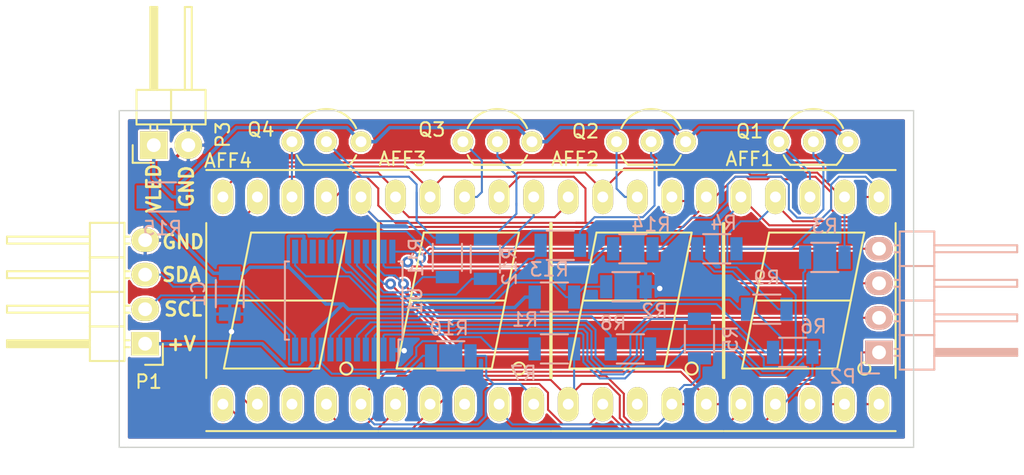
<source format=kicad_pcb>
(kicad_pcb (version 4) (host pcbnew 4.0.0-rc1-stable)

  (general
    (links 78)
    (no_connects 4)
    (area 102.839999 46.324999 178.465001 81.505)
    (thickness 1.6)
    (drawings 11)
    (tracks 603)
    (zones 0)
    (modules 28)
    (nets 39)
  )

  (page A4)
  (layers
    (0 F.Cu signal)
    (31 B.Cu signal)
    (32 B.Adhes user)
    (33 F.Adhes user)
    (34 B.Paste user)
    (35 F.Paste user)
    (36 B.SilkS user)
    (37 F.SilkS user)
    (38 B.Mask user)
    (39 F.Mask user)
    (40 Dwgs.User user)
    (41 Cmts.User user)
    (42 Eco1.User user)
    (43 Eco2.User user)
    (44 Edge.Cuts user)
    (45 Margin user)
    (46 B.CrtYd user)
    (47 F.CrtYd user)
    (48 B.Fab user)
    (49 F.Fab user)
  )

  (setup
    (last_trace_width 0.15)
    (trace_clearance 0.15)
    (zone_clearance 0.15)
    (zone_45_only no)
    (trace_min 0.15)
    (segment_width 0.2)
    (edge_width 0.1)
    (via_size 0.8)
    (via_drill 0.4)
    (via_min_size 0.8)
    (via_min_drill 0.4)
    (uvia_size 0.3)
    (uvia_drill 0.1)
    (uvias_allowed no)
    (uvia_min_size 0.2)
    (uvia_min_drill 0.1)
    (pcb_text_width 0.3)
    (pcb_text_size 1.5 1.5)
    (mod_edge_width 0.15)
    (mod_text_size 1 1)
    (mod_text_width 0.15)
    (pad_size 1.5 1.5)
    (pad_drill 0.6)
    (pad_to_mask_clearance 0)
    (aux_axis_origin 0 0)
    (visible_elements 7FFFFFFF)
    (pcbplotparams
      (layerselection 0x010f0_80000001)
      (usegerberextensions false)
      (excludeedgelayer true)
      (linewidth 0.100000)
      (plotframeref false)
      (viasonmask true)
      (mode 1)
      (useauxorigin false)
      (hpglpennumber 1)
      (hpglpenspeed 20)
      (hpglpendiameter 15)
      (hpglpenoverlay 2)
      (psnegative false)
      (psa4output false)
      (plotreference true)
      (plotvalue true)
      (plotinvisibletext false)
      (padsonsilk false)
      (subtractmaskfromsilk false)
      (outputformat 1)
      (mirror false)
      (drillshape 0)
      (scaleselection 1)
      (outputdirectory Gerber/))
  )

  (net 0 "")
  (net 1 +3V3)
  (net 2 GND)
  (net 3 /SCL)
  (net 4 /SDA)
  (net 5 /ADDR)
  (net 6 "Net-(P2-Pad1)")
  (net 7 "Net-(P2-Pad2)")
  (net 8 "Net-(P2-Pad3)")
  (net 9 "Net-(P2-Pad4)")
  (net 10 "Net-(Q1-Pad2)")
  (net 11 +BATT)
  (net 12 "Net-(Q2-Pad2)")
  (net 13 "Net-(Q3-Pad2)")
  (net 14 "Net-(Q4-Pad2)")
  (net 15 "Net-(R3-Pad2)")
  (net 16 "Net-(R4-Pad2)")
  (net 17 "Net-(R5-Pad2)")
  (net 18 "Net-(R6-Pad2)")
  (net 19 "Net-(R7-Pad2)")
  (net 20 "Net-(R8-Pad2)")
  (net 21 "Net-(R9-Pad2)")
  (net 22 "Net-(R10-Pad2)")
  (net 23 /SEGe)
  (net 24 /SEGd)
  (net 25 /A0)
  (net 26 /SEGc)
  (net 27 /SEG_DP)
  (net 28 /SEGb)
  (net 29 /SEGa)
  (net 30 /SEGf)
  (net 31 /SEGg)
  (net 32 /A1)
  (net 33 /A3)
  (net 34 /DIGIT3)
  (net 35 /DIGIT2)
  (net 36 /DIGIT1)
  (net 37 /DIGIT0)
  (net 38 /A2)

  (net_class Default "Dies ist die voreingestellte Netzklasse."
    (clearance 0.15)
    (trace_width 0.15)
    (via_dia 0.8)
    (via_drill 0.4)
    (uvia_dia 0.3)
    (uvia_drill 0.1)
    (add_net /A0)
    (add_net /A1)
    (add_net /A2)
    (add_net /A3)
    (add_net /ADDR)
    (add_net /DIGIT0)
    (add_net /DIGIT1)
    (add_net /DIGIT2)
    (add_net /DIGIT3)
    (add_net /SCL)
    (add_net /SDA)
    (add_net /SEG_DP)
    (add_net /SEGa)
    (add_net /SEGb)
    (add_net /SEGc)
    (add_net /SEGd)
    (add_net /SEGe)
    (add_net /SEGf)
    (add_net /SEGg)
    (add_net "Net-(P2-Pad1)")
    (add_net "Net-(P2-Pad2)")
    (add_net "Net-(P2-Pad3)")
    (add_net "Net-(P2-Pad4)")
    (add_net "Net-(Q1-Pad2)")
    (add_net "Net-(Q2-Pad2)")
    (add_net "Net-(Q3-Pad2)")
    (add_net "Net-(Q4-Pad2)")
    (add_net "Net-(R10-Pad2)")
    (add_net "Net-(R3-Pad2)")
    (add_net "Net-(R4-Pad2)")
    (add_net "Net-(R5-Pad2)")
    (add_net "Net-(R6-Pad2)")
    (add_net "Net-(R7-Pad2)")
    (add_net "Net-(R8-Pad2)")
    (add_net "Net-(R9-Pad2)")
  )

  (net_class Power ""
    (clearance 0.15)
    (trace_width 0.25)
    (via_dia 0.8)
    (via_drill 0.4)
    (uvia_dia 0.3)
    (uvia_drill 0.1)
    (add_net +3V3)
    (add_net +BATT)
    (add_net GND)
  )

  (module Displays_7-Segment:7SegmentLED_LTS6760_LTS6780 (layer F.Cu) (tedit 0) (tstamp 56167702)
    (at 162.56 68.58)
    (path /56166200)
    (fp_text reference AFF1 (at -4.445 -10.414) (layer F.SilkS)
      (effects (font (size 1 1) (thickness 0.15)))
    )
    (fp_text value 7SEGMENTS (at -0.4 12) (layer F.Fab)
      (effects (font (size 1 1) (thickness 0.15)))
    )
    (fp_circle (center 4 5) (end 4.4 5.2) (layer F.SilkS) (width 0.15))
    (fp_line (start -3 -5) (end -4 0) (layer F.SilkS) (width 0.15))
    (fp_line (start -4 0) (end -5 5) (layer F.SilkS) (width 0.15))
    (fp_line (start -5 5) (end 2 5) (layer F.SilkS) (width 0.15))
    (fp_line (start 2 5) (end 3 0) (layer F.SilkS) (width 0.15))
    (fp_line (start 4 -5) (end 3 0) (layer F.SilkS) (width 0.15))
    (fp_line (start 3 0) (end -4 0) (layer F.SilkS) (width 0.15))
    (fp_line (start -3 -5) (end 4 -5) (layer F.SilkS) (width 0.15))
    (fp_line (start 6.3 9.6) (end -6.3 9.6) (layer F.SilkS) (width 0.15))
    (fp_line (start -6.3 -5.7) (end -6.3 5.7) (layer F.SilkS) (width 0.15))
    (fp_line (start 6.3 -5.7) (end 6.3 5.7) (layer F.SilkS) (width 0.15))
    (fp_line (start -6.3 -9.6) (end 6.3 -9.6) (layer F.SilkS) (width 0.15))
    (pad 1 thru_hole oval (at -5.08 7.62) (size 1.524 2.524) (drill 0.8) (layers *.Cu *.Mask F.SilkS)
      (net 23 /SEGe))
    (pad 2 thru_hole oval (at -2.54 7.62) (size 1.524 2.524) (drill 0.8) (layers *.Cu *.Mask F.SilkS)
      (net 24 /SEGd))
    (pad 3 thru_hole oval (at 0 7.62) (size 1.524 2.524) (drill 0.8) (layers *.Cu *.Mask F.SilkS)
      (net 25 /A0))
    (pad 4 thru_hole oval (at 2.54 7.62) (size 1.524 2.524) (drill 0.8) (layers *.Cu *.Mask F.SilkS)
      (net 26 /SEGc))
    (pad 5 thru_hole oval (at 5.08 7.62) (size 1.524 2.524) (drill 0.8) (layers *.Cu *.Mask F.SilkS)
      (net 27 /SEG_DP))
    (pad 6 thru_hole oval (at 5.08 -7.62) (size 1.524 2.524) (drill 0.8) (layers *.Cu *.Mask F.SilkS)
      (net 28 /SEGb))
    (pad 7 thru_hole oval (at 2.54 -7.62) (size 1.524 2.524) (drill 0.8) (layers *.Cu *.Mask F.SilkS)
      (net 29 /SEGa))
    (pad 8 thru_hole oval (at 0 -7.62) (size 1.524 2.524) (drill 0.8) (layers *.Cu *.Mask F.SilkS)
      (net 25 /A0))
    (pad 9 thru_hole oval (at -2.54 -7.62) (size 1.524 2.524) (drill 0.8) (layers *.Cu *.Mask F.SilkS)
      (net 30 /SEGf))
    (pad 10 thru_hole oval (at -5.08 -7.62) (size 1.524 2.524) (drill 0.8) (layers *.Cu *.Mask F.SilkS)
      (net 31 /SEGg))
    (model Displays_7-Segment.3dshapes/7SegmentLED_LTS6760_LTS6780.wrl
      (at (xyz 0 0 0))
      (scale (xyz 0.3937 0.3937 0.3937))
      (rotate (xyz 0 0 0))
    )
  )

  (module Housings_TO-92:TO-92_Inline_Wide (layer F.Cu) (tedit 54F242B4) (tstamp 561677B3)
    (at 148.336 56.896)
    (descr "TO-92 leads in-line, wide, drill 0.8mm (see NXP sot054_po.pdf)")
    (tags "to-92 sc-43 sc-43a sot54 PA33 transistor")
    (path /56169625)
    (fp_text reference Q2 (at -2.286 -0.762 180) (layer F.SilkS)
      (effects (font (size 1 1) (thickness 0.15)))
    )
    (fp_text value Q_PNP_EBC (at 0 3) (layer F.Fab)
      (effects (font (size 1 1) (thickness 0.15)))
    )
    (fp_arc (start 2.54 0) (end 0.84 1.7) (angle 20.5) (layer F.SilkS) (width 0.15))
    (fp_arc (start 2.54 0) (end 4.24 1.7) (angle -20.5) (layer F.SilkS) (width 0.15))
    (fp_line (start -1 1.95) (end -1 -2.65) (layer F.CrtYd) (width 0.05))
    (fp_line (start -1 1.95) (end 6.1 1.95) (layer F.CrtYd) (width 0.05))
    (fp_line (start 0.84 1.7) (end 4.24 1.7) (layer F.SilkS) (width 0.15))
    (fp_arc (start 2.54 0) (end 2.54 -2.4) (angle -65.55604127) (layer F.SilkS) (width 0.15))
    (fp_arc (start 2.54 0) (end 2.54 -2.4) (angle 65.55604127) (layer F.SilkS) (width 0.15))
    (fp_line (start -1 -2.65) (end 6.1 -2.65) (layer F.CrtYd) (width 0.05))
    (fp_line (start 6.1 1.95) (end 6.1 -2.65) (layer F.CrtYd) (width 0.05))
    (pad 2 thru_hole circle (at 2.54 0 90) (size 1.524 1.524) (drill 0.8) (layers *.Cu *.Mask F.SilkS)
      (net 12 "Net-(Q2-Pad2)"))
    (pad 3 thru_hole circle (at 5.08 0 90) (size 1.524 1.524) (drill 0.8) (layers *.Cu *.Mask F.SilkS)
      (net 11 +BATT))
    (pad 1 thru_hole circle (at 0 0 90) (size 1.524 1.524) (drill 0.8) (layers *.Cu *.Mask F.SilkS)
      (net 32 /A1))
    (model Housings_TO-92.3dshapes/TO-92_Inline_Wide.wrl
      (at (xyz 0.1 0 0))
      (scale (xyz 1 1 1))
      (rotate (xyz 0 0 -90))
    )
  )

  (module Displays_7-Segment:7SegmentLED_LTS6760_LTS6780 (layer F.Cu) (tedit 0) (tstamp 56167736)
    (at 137.16 68.58)
    (path /56166167)
    (fp_text reference AFF3 (at -4.572 -10.414) (layer F.SilkS)
      (effects (font (size 1 1) (thickness 0.15)))
    )
    (fp_text value 7SEGMENTS (at -0.4 12) (layer F.Fab)
      (effects (font (size 1 1) (thickness 0.15)))
    )
    (fp_circle (center 4 5) (end 4.4 5.2) (layer F.SilkS) (width 0.15))
    (fp_line (start -3 -5) (end -4 0) (layer F.SilkS) (width 0.15))
    (fp_line (start -4 0) (end -5 5) (layer F.SilkS) (width 0.15))
    (fp_line (start -5 5) (end 2 5) (layer F.SilkS) (width 0.15))
    (fp_line (start 2 5) (end 3 0) (layer F.SilkS) (width 0.15))
    (fp_line (start 4 -5) (end 3 0) (layer F.SilkS) (width 0.15))
    (fp_line (start 3 0) (end -4 0) (layer F.SilkS) (width 0.15))
    (fp_line (start -3 -5) (end 4 -5) (layer F.SilkS) (width 0.15))
    (fp_line (start 6.3 9.6) (end -6.3 9.6) (layer F.SilkS) (width 0.15))
    (fp_line (start -6.3 -5.7) (end -6.3 5.7) (layer F.SilkS) (width 0.15))
    (fp_line (start 6.3 -5.7) (end 6.3 5.7) (layer F.SilkS) (width 0.15))
    (fp_line (start -6.3 -9.6) (end 6.3 -9.6) (layer F.SilkS) (width 0.15))
    (pad 1 thru_hole oval (at -5.08 7.62) (size 1.524 2.524) (drill 0.8) (layers *.Cu *.Mask F.SilkS)
      (net 23 /SEGe))
    (pad 2 thru_hole oval (at -2.54 7.62) (size 1.524 2.524) (drill 0.8) (layers *.Cu *.Mask F.SilkS)
      (net 24 /SEGd))
    (pad 3 thru_hole oval (at 0 7.62) (size 1.524 2.524) (drill 0.8) (layers *.Cu *.Mask F.SilkS)
      (net 38 /A2))
    (pad 4 thru_hole oval (at 2.54 7.62) (size 1.524 2.524) (drill 0.8) (layers *.Cu *.Mask F.SilkS)
      (net 26 /SEGc))
    (pad 5 thru_hole oval (at 5.08 7.62) (size 1.524 2.524) (drill 0.8) (layers *.Cu *.Mask F.SilkS)
      (net 27 /SEG_DP))
    (pad 6 thru_hole oval (at 5.08 -7.62) (size 1.524 2.524) (drill 0.8) (layers *.Cu *.Mask F.SilkS)
      (net 28 /SEGb))
    (pad 7 thru_hole oval (at 2.54 -7.62) (size 1.524 2.524) (drill 0.8) (layers *.Cu *.Mask F.SilkS)
      (net 29 /SEGa))
    (pad 8 thru_hole oval (at 0 -7.62) (size 1.524 2.524) (drill 0.8) (layers *.Cu *.Mask F.SilkS)
      (net 38 /A2))
    (pad 9 thru_hole oval (at -2.54 -7.62) (size 1.524 2.524) (drill 0.8) (layers *.Cu *.Mask F.SilkS)
      (net 30 /SEGf))
    (pad 10 thru_hole oval (at -5.08 -7.62) (size 1.524 2.524) (drill 0.8) (layers *.Cu *.Mask F.SilkS)
      (net 31 /SEGg))
    (model Displays_7-Segment.3dshapes/7SegmentLED_LTS6760_LTS6780.wrl
      (at (xyz 0 0 0))
      (scale (xyz 0.3937 0.3937 0.3937))
      (rotate (xyz 0 0 0))
    )
  )

  (module Housings_SSOP:SSOP-24_5.3x8.2mm_Pitch0.65mm (layer B.Cu) (tedit 54130A77) (tstamp 56164B3A)
    (at 128.27 68.58 90)
    (descr "24-Lead Plastic Shrink Small Outline (SS)-5.30 mm Body [SSOP] (see Microchip Packaging Specification 00000049BS.pdf)")
    (tags "SSOP 0.65")
    (path /56163577)
    (attr smd)
    (fp_text reference U1 (at 0 5.25 90) (layer B.SilkS)
      (effects (font (size 1 1) (thickness 0.15)) (justify mirror))
    )
    (fp_text value MCP23018_SSOP24 (at 0 -5.25 90) (layer B.Fab)
      (effects (font (size 1 1) (thickness 0.15)) (justify mirror))
    )
    (fp_line (start -4.75 4.5) (end -4.75 -4.5) (layer B.CrtYd) (width 0.05))
    (fp_line (start 4.75 4.5) (end 4.75 -4.5) (layer B.CrtYd) (width 0.05))
    (fp_line (start -4.75 4.5) (end 4.75 4.5) (layer B.CrtYd) (width 0.05))
    (fp_line (start -4.75 -4.5) (end 4.75 -4.5) (layer B.CrtYd) (width 0.05))
    (fp_line (start -2.875 4.325) (end -2.875 4.025) (layer B.SilkS) (width 0.15))
    (fp_line (start 2.875 4.325) (end 2.875 4.025) (layer B.SilkS) (width 0.15))
    (fp_line (start 2.875 -4.325) (end 2.875 -4.025) (layer B.SilkS) (width 0.15))
    (fp_line (start -2.875 -4.325) (end -2.875 -4.025) (layer B.SilkS) (width 0.15))
    (fp_line (start -2.875 4.325) (end 2.875 4.325) (layer B.SilkS) (width 0.15))
    (fp_line (start -2.875 -4.325) (end 2.875 -4.325) (layer B.SilkS) (width 0.15))
    (fp_line (start -2.875 4.025) (end -4.475 4.025) (layer B.SilkS) (width 0.15))
    (pad 1 smd rect (at -3.6 3.575 90) (size 1.75 0.45) (layers B.Cu B.Paste B.Mask)
      (net 2 GND))
    (pad 2 smd rect (at -3.6 2.925 90) (size 1.75 0.45) (layers B.Cu B.Paste B.Mask)
      (net 15 "Net-(R3-Pad2)"))
    (pad 3 smd rect (at -3.6 2.275 90) (size 1.75 0.45) (layers B.Cu B.Paste B.Mask)
      (net 16 "Net-(R4-Pad2)"))
    (pad 4 smd rect (at -3.6 1.625 90) (size 1.75 0.45) (layers B.Cu B.Paste B.Mask)
      (net 17 "Net-(R5-Pad2)"))
    (pad 5 smd rect (at -3.6 0.975 90) (size 1.75 0.45) (layers B.Cu B.Paste B.Mask)
      (net 18 "Net-(R6-Pad2)"))
    (pad 6 smd rect (at -3.6 0.325 90) (size 1.75 0.45) (layers B.Cu B.Paste B.Mask)
      (net 19 "Net-(R7-Pad2)"))
    (pad 7 smd rect (at -3.6 -0.325 90) (size 1.75 0.45) (layers B.Cu B.Paste B.Mask)
      (net 20 "Net-(R8-Pad2)"))
    (pad 8 smd rect (at -3.6 -0.975 90) (size 1.75 0.45) (layers B.Cu B.Paste B.Mask)
      (net 21 "Net-(R9-Pad2)"))
    (pad 9 smd rect (at -3.6 -1.625 90) (size 1.75 0.45) (layers B.Cu B.Paste B.Mask)
      (net 22 "Net-(R10-Pad2)"))
    (pad 10 smd rect (at -3.6 -2.275 90) (size 1.75 0.45) (layers B.Cu B.Paste B.Mask)
      (net 1 +3V3))
    (pad 11 smd rect (at -3.6 -2.925 90) (size 1.75 0.45) (layers B.Cu B.Paste B.Mask)
      (net 3 /SCL))
    (pad 12 smd rect (at -3.6 -3.575 90) (size 1.75 0.45) (layers B.Cu B.Paste B.Mask)
      (net 4 /SDA))
    (pad 13 smd rect (at 3.6 -3.575 90) (size 1.75 0.45) (layers B.Cu B.Paste B.Mask)
      (net 5 /ADDR))
    (pad 14 smd rect (at 3.6 -2.925 90) (size 1.75 0.45) (layers B.Cu B.Paste B.Mask)
      (net 1 +3V3))
    (pad 15 smd rect (at 3.6 -2.275 90) (size 1.75 0.45) (layers B.Cu B.Paste B.Mask))
    (pad 16 smd rect (at 3.6 -1.625 90) (size 1.75 0.45) (layers B.Cu B.Paste B.Mask))
    (pad 17 smd rect (at 3.6 -0.975 90) (size 1.75 0.45) (layers B.Cu B.Paste B.Mask)
      (net 37 /DIGIT0))
    (pad 18 smd rect (at 3.6 -0.325 90) (size 1.75 0.45) (layers B.Cu B.Paste B.Mask)
      (net 36 /DIGIT1))
    (pad 19 smd rect (at 3.6 0.325 90) (size 1.75 0.45) (layers B.Cu B.Paste B.Mask)
      (net 35 /DIGIT2))
    (pad 20 smd rect (at 3.6 0.975 90) (size 1.75 0.45) (layers B.Cu B.Paste B.Mask)
      (net 34 /DIGIT3))
    (pad 21 smd rect (at 3.6 1.625 90) (size 1.75 0.45) (layers B.Cu B.Paste B.Mask)
      (net 6 "Net-(P2-Pad1)"))
    (pad 22 smd rect (at 3.6 2.275 90) (size 1.75 0.45) (layers B.Cu B.Paste B.Mask)
      (net 7 "Net-(P2-Pad2)"))
    (pad 23 smd rect (at 3.6 2.925 90) (size 1.75 0.45) (layers B.Cu B.Paste B.Mask)
      (net 8 "Net-(P2-Pad3)"))
    (pad 24 smd rect (at 3.6 3.575 90) (size 1.75 0.45) (layers B.Cu B.Paste B.Mask)
      (net 9 "Net-(P2-Pad4)"))
    (model Housings_SSOP.3dshapes/SSOP-24_5.3x8.2mm_Pitch0.65mm.wrl
      (at (xyz 0 0 0))
      (scale (xyz 1 1 1))
      (rotate (xyz 0 0 0))
    )
  )

  (module Resistors_SMD:R_1206 (layer B.Cu) (tedit 5415CFA7) (tstamp 56164D28)
    (at 143.764 68.326)
    (descr "Resistor SMD 1206, reflow soldering, Vishay (see dcrcw.pdf)")
    (tags "resistor 1206")
    (path /5616394F)
    (attr smd)
    (fp_text reference R1 (at -2.159 1.651) (layer B.SilkS)
      (effects (font (size 1 1) (thickness 0.15)) (justify mirror))
    )
    (fp_text value 10k (at 0 -2.3) (layer B.Fab)
      (effects (font (size 1 1) (thickness 0.15)) (justify mirror))
    )
    (fp_line (start -2.2 1.2) (end 2.2 1.2) (layer B.CrtYd) (width 0.05))
    (fp_line (start -2.2 -1.2) (end 2.2 -1.2) (layer B.CrtYd) (width 0.05))
    (fp_line (start -2.2 1.2) (end -2.2 -1.2) (layer B.CrtYd) (width 0.05))
    (fp_line (start 2.2 1.2) (end 2.2 -1.2) (layer B.CrtYd) (width 0.05))
    (fp_line (start 1 -1.075) (end -1 -1.075) (layer B.SilkS) (width 0.15))
    (fp_line (start -1 1.075) (end 1 1.075) (layer B.SilkS) (width 0.15))
    (pad 1 smd rect (at -1.45 0) (size 0.9 1.7) (layers B.Cu B.Paste B.Mask)
      (net 1 +3V3))
    (pad 2 smd rect (at 1.45 0) (size 0.9 1.7) (layers B.Cu B.Paste B.Mask)
      (net 5 /ADDR))
    (model Resistors_SMD.3dshapes/R_1206.wrl
      (at (xyz 0 0 0))
      (scale (xyz 1 1 1))
      (rotate (xyz 0 0 0))
    )
  )

  (module Resistors_SMD:R_1206 (layer B.Cu) (tedit 5415CFA7) (tstamp 56164D2E)
    (at 149.024 67.564)
    (descr "Resistor SMD 1206, reflow soldering, Vishay (see dcrcw.pdf)")
    (tags "resistor 1206")
    (path /56163982)
    (attr smd)
    (fp_text reference R2 (at 2.106 1.778) (layer B.SilkS)
      (effects (font (size 1 1) (thickness 0.15)) (justify mirror))
    )
    (fp_text value 10k (at 0 -2.3) (layer B.Fab)
      (effects (font (size 1 1) (thickness 0.15)) (justify mirror))
    )
    (fp_line (start -2.2 1.2) (end 2.2 1.2) (layer B.CrtYd) (width 0.05))
    (fp_line (start -2.2 -1.2) (end 2.2 -1.2) (layer B.CrtYd) (width 0.05))
    (fp_line (start -2.2 1.2) (end -2.2 -1.2) (layer B.CrtYd) (width 0.05))
    (fp_line (start 2.2 1.2) (end 2.2 -1.2) (layer B.CrtYd) (width 0.05))
    (fp_line (start 1 -1.075) (end -1 -1.075) (layer B.SilkS) (width 0.15))
    (fp_line (start -1 1.075) (end 1 1.075) (layer B.SilkS) (width 0.15))
    (pad 1 smd rect (at -1.45 0) (size 0.9 1.7) (layers B.Cu B.Paste B.Mask)
      (net 5 /ADDR))
    (pad 2 smd rect (at 1.45 0) (size 0.9 1.7) (layers B.Cu B.Paste B.Mask)
      (net 2 GND))
    (model Resistors_SMD.3dshapes/R_1206.wrl
      (at (xyz 0 0 0))
      (scale (xyz 1 1 1))
      (rotate (xyz 0 0 0))
    )
  )

  (module Displays_7-Segment:7SegmentLED_LTS6760_LTS6780 (layer F.Cu) (tedit 0) (tstamp 5616771C)
    (at 149.86 68.58)
    (path /56165ECF)
    (fp_text reference AFF2 (at -4.572 -10.414) (layer F.SilkS)
      (effects (font (size 1 1) (thickness 0.15)))
    )
    (fp_text value 7SEGMENTS (at -0.4 12) (layer F.Fab)
      (effects (font (size 1 1) (thickness 0.15)))
    )
    (fp_circle (center 4 5) (end 4.4 5.2) (layer F.SilkS) (width 0.15))
    (fp_line (start -3 -5) (end -4 0) (layer F.SilkS) (width 0.15))
    (fp_line (start -4 0) (end -5 5) (layer F.SilkS) (width 0.15))
    (fp_line (start -5 5) (end 2 5) (layer F.SilkS) (width 0.15))
    (fp_line (start 2 5) (end 3 0) (layer F.SilkS) (width 0.15))
    (fp_line (start 4 -5) (end 3 0) (layer F.SilkS) (width 0.15))
    (fp_line (start 3 0) (end -4 0) (layer F.SilkS) (width 0.15))
    (fp_line (start -3 -5) (end 4 -5) (layer F.SilkS) (width 0.15))
    (fp_line (start 6.3 9.6) (end -6.3 9.6) (layer F.SilkS) (width 0.15))
    (fp_line (start -6.3 -5.7) (end -6.3 5.7) (layer F.SilkS) (width 0.15))
    (fp_line (start 6.3 -5.7) (end 6.3 5.7) (layer F.SilkS) (width 0.15))
    (fp_line (start -6.3 -9.6) (end 6.3 -9.6) (layer F.SilkS) (width 0.15))
    (pad 1 thru_hole oval (at -5.08 7.62) (size 1.524 2.524) (drill 0.8) (layers *.Cu *.Mask F.SilkS)
      (net 23 /SEGe))
    (pad 2 thru_hole oval (at -2.54 7.62) (size 1.524 2.524) (drill 0.8) (layers *.Cu *.Mask F.SilkS)
      (net 24 /SEGd))
    (pad 3 thru_hole oval (at 0 7.62) (size 1.524 2.524) (drill 0.8) (layers *.Cu *.Mask F.SilkS)
      (net 32 /A1))
    (pad 4 thru_hole oval (at 2.54 7.62) (size 1.524 2.524) (drill 0.8) (layers *.Cu *.Mask F.SilkS)
      (net 26 /SEGc))
    (pad 5 thru_hole oval (at 5.08 7.62) (size 1.524 2.524) (drill 0.8) (layers *.Cu *.Mask F.SilkS)
      (net 27 /SEG_DP))
    (pad 6 thru_hole oval (at 5.08 -7.62) (size 1.524 2.524) (drill 0.8) (layers *.Cu *.Mask F.SilkS)
      (net 28 /SEGb))
    (pad 7 thru_hole oval (at 2.54 -7.62) (size 1.524 2.524) (drill 0.8) (layers *.Cu *.Mask F.SilkS)
      (net 29 /SEGa))
    (pad 8 thru_hole oval (at 0 -7.62) (size 1.524 2.524) (drill 0.8) (layers *.Cu *.Mask F.SilkS)
      (net 32 /A1))
    (pad 9 thru_hole oval (at -2.54 -7.62) (size 1.524 2.524) (drill 0.8) (layers *.Cu *.Mask F.SilkS)
      (net 30 /SEGf))
    (pad 10 thru_hole oval (at -5.08 -7.62) (size 1.524 2.524) (drill 0.8) (layers *.Cu *.Mask F.SilkS)
      (net 31 /SEGg))
    (model Displays_7-Segment.3dshapes/7SegmentLED_LTS6760_LTS6780.wrl
      (at (xyz 0 0 0))
      (scale (xyz 0.3937 0.3937 0.3937))
      (rotate (xyz 0 0 0))
    )
  )

  (module Displays_7-Segment:7SegmentLED_LTS6760_LTS6780 (layer F.Cu) (tedit 0) (tstamp 56167750)
    (at 124.46 68.58)
    (path /561661B1)
    (fp_text reference AFF4 (at -4.699 -10.287) (layer F.SilkS)
      (effects (font (size 1 1) (thickness 0.15)))
    )
    (fp_text value 7SEGMENTS (at -0.4 12) (layer F.Fab)
      (effects (font (size 1 1) (thickness 0.15)))
    )
    (fp_circle (center 4 5) (end 4.4 5.2) (layer F.SilkS) (width 0.15))
    (fp_line (start -3 -5) (end -4 0) (layer F.SilkS) (width 0.15))
    (fp_line (start -4 0) (end -5 5) (layer F.SilkS) (width 0.15))
    (fp_line (start -5 5) (end 2 5) (layer F.SilkS) (width 0.15))
    (fp_line (start 2 5) (end 3 0) (layer F.SilkS) (width 0.15))
    (fp_line (start 4 -5) (end 3 0) (layer F.SilkS) (width 0.15))
    (fp_line (start 3 0) (end -4 0) (layer F.SilkS) (width 0.15))
    (fp_line (start -3 -5) (end 4 -5) (layer F.SilkS) (width 0.15))
    (fp_line (start 6.3 9.6) (end -6.3 9.6) (layer F.SilkS) (width 0.15))
    (fp_line (start -6.3 -5.7) (end -6.3 5.7) (layer F.SilkS) (width 0.15))
    (fp_line (start 6.3 -5.7) (end 6.3 5.7) (layer F.SilkS) (width 0.15))
    (fp_line (start -6.3 -9.6) (end 6.3 -9.6) (layer F.SilkS) (width 0.15))
    (pad 1 thru_hole oval (at -5.08 7.62) (size 1.524 2.524) (drill 0.8) (layers *.Cu *.Mask F.SilkS)
      (net 23 /SEGe))
    (pad 2 thru_hole oval (at -2.54 7.62) (size 1.524 2.524) (drill 0.8) (layers *.Cu *.Mask F.SilkS)
      (net 24 /SEGd))
    (pad 3 thru_hole oval (at 0 7.62) (size 1.524 2.524) (drill 0.8) (layers *.Cu *.Mask F.SilkS)
      (net 33 /A3))
    (pad 4 thru_hole oval (at 2.54 7.62) (size 1.524 2.524) (drill 0.8) (layers *.Cu *.Mask F.SilkS)
      (net 26 /SEGc))
    (pad 5 thru_hole oval (at 5.08 7.62) (size 1.524 2.524) (drill 0.8) (layers *.Cu *.Mask F.SilkS)
      (net 27 /SEG_DP))
    (pad 6 thru_hole oval (at 5.08 -7.62) (size 1.524 2.524) (drill 0.8) (layers *.Cu *.Mask F.SilkS)
      (net 28 /SEGb))
    (pad 7 thru_hole oval (at 2.54 -7.62) (size 1.524 2.524) (drill 0.8) (layers *.Cu *.Mask F.SilkS)
      (net 29 /SEGa))
    (pad 8 thru_hole oval (at 0 -7.62) (size 1.524 2.524) (drill 0.8) (layers *.Cu *.Mask F.SilkS)
      (net 33 /A3))
    (pad 9 thru_hole oval (at -2.54 -7.62) (size 1.524 2.524) (drill 0.8) (layers *.Cu *.Mask F.SilkS)
      (net 30 /SEGf))
    (pad 10 thru_hole oval (at -5.08 -7.62) (size 1.524 2.524) (drill 0.8) (layers *.Cu *.Mask F.SilkS)
      (net 31 /SEGg))
    (model Displays_7-Segment.3dshapes/7SegmentLED_LTS6760_LTS6780.wrl
      (at (xyz 0 0 0))
      (scale (xyz 0.3937 0.3937 0.3937))
      (rotate (xyz 0 0 0))
    )
  )

  (module Capacitors_SMD:C_1206 (layer B.Cu) (tedit 5415D7BD) (tstamp 5616775C)
    (at 119.888 68.072 270)
    (descr "Capacitor SMD 1206, reflow soldering, AVX (see smccp.pdf)")
    (tags "capacitor 1206")
    (path /5616B9E9)
    (attr smd)
    (fp_text reference C1 (at 0 2.3 270) (layer B.SilkS)
      (effects (font (size 1 1) (thickness 0.15)) (justify mirror))
    )
    (fp_text value 100n (at 0 -2.3 270) (layer B.Fab)
      (effects (font (size 1 1) (thickness 0.15)) (justify mirror))
    )
    (fp_line (start -2.3 1.15) (end 2.3 1.15) (layer B.CrtYd) (width 0.05))
    (fp_line (start -2.3 -1.15) (end 2.3 -1.15) (layer B.CrtYd) (width 0.05))
    (fp_line (start -2.3 1.15) (end -2.3 -1.15) (layer B.CrtYd) (width 0.05))
    (fp_line (start 2.3 1.15) (end 2.3 -1.15) (layer B.CrtYd) (width 0.05))
    (fp_line (start 1 1.025) (end -1 1.025) (layer B.SilkS) (width 0.15))
    (fp_line (start -1 -1.025) (end 1 -1.025) (layer B.SilkS) (width 0.15))
    (pad 1 smd rect (at -1.5 0 270) (size 1 1.6) (layers B.Cu B.Paste B.Mask)
      (net 1 +3V3))
    (pad 2 smd rect (at 1.5 0 270) (size 1 1.6) (layers B.Cu B.Paste B.Mask)
      (net 2 GND))
    (model Capacitors_SMD.3dshapes/C_1206.wrl
      (at (xyz 0 0 0))
      (scale (xyz 1 1 1))
      (rotate (xyz 0 0 0))
    )
  )

  (module Housings_TO-92:TO-92_Inline_Wide (layer F.Cu) (tedit 54F242B4) (tstamp 561677A3)
    (at 160.274 56.896)
    (descr "TO-92 leads in-line, wide, drill 0.8mm (see NXP sot054_po.pdf)")
    (tags "to-92 sc-43 sc-43a sot54 PA33 transistor")
    (path /56168674)
    (fp_text reference Q1 (at -2.159 -0.762 180) (layer F.SilkS)
      (effects (font (size 1 1) (thickness 0.15)))
    )
    (fp_text value Q_PNP_EBC (at 0 3) (layer F.Fab)
      (effects (font (size 1 1) (thickness 0.15)))
    )
    (fp_arc (start 2.54 0) (end 0.84 1.7) (angle 20.5) (layer F.SilkS) (width 0.15))
    (fp_arc (start 2.54 0) (end 4.24 1.7) (angle -20.5) (layer F.SilkS) (width 0.15))
    (fp_line (start -1 1.95) (end -1 -2.65) (layer F.CrtYd) (width 0.05))
    (fp_line (start -1 1.95) (end 6.1 1.95) (layer F.CrtYd) (width 0.05))
    (fp_line (start 0.84 1.7) (end 4.24 1.7) (layer F.SilkS) (width 0.15))
    (fp_arc (start 2.54 0) (end 2.54 -2.4) (angle -65.55604127) (layer F.SilkS) (width 0.15))
    (fp_arc (start 2.54 0) (end 2.54 -2.4) (angle 65.55604127) (layer F.SilkS) (width 0.15))
    (fp_line (start -1 -2.65) (end 6.1 -2.65) (layer F.CrtYd) (width 0.05))
    (fp_line (start 6.1 1.95) (end 6.1 -2.65) (layer F.CrtYd) (width 0.05))
    (pad 2 thru_hole circle (at 2.54 0 90) (size 1.524 1.524) (drill 0.8) (layers *.Cu *.Mask F.SilkS)
      (net 10 "Net-(Q1-Pad2)"))
    (pad 3 thru_hole circle (at 5.08 0 90) (size 1.524 1.524) (drill 0.8) (layers *.Cu *.Mask F.SilkS)
      (net 11 +BATT))
    (pad 1 thru_hole circle (at 0 0 90) (size 1.524 1.524) (drill 0.8) (layers *.Cu *.Mask F.SilkS)
      (net 25 /A0))
    (model Housings_TO-92.3dshapes/TO-92_Inline_Wide.wrl
      (at (xyz 0.1 0 0))
      (scale (xyz 1 1 1))
      (rotate (xyz 0 0 -90))
    )
  )

  (module Housings_TO-92:TO-92_Inline_Wide (layer F.Cu) (tedit 54F242B4) (tstamp 561677C3)
    (at 137.033 56.896)
    (descr "TO-92 leads in-line, wide, drill 0.8mm (see NXP sot054_po.pdf)")
    (tags "to-92 sc-43 sc-43a sot54 PA33 transistor")
    (path /56169708)
    (fp_text reference Q3 (at -2.286 -0.889 180) (layer F.SilkS)
      (effects (font (size 1 1) (thickness 0.15)))
    )
    (fp_text value Q_PNP_EBC (at 0 3) (layer F.Fab)
      (effects (font (size 1 1) (thickness 0.15)))
    )
    (fp_arc (start 2.54 0) (end 0.84 1.7) (angle 20.5) (layer F.SilkS) (width 0.15))
    (fp_arc (start 2.54 0) (end 4.24 1.7) (angle -20.5) (layer F.SilkS) (width 0.15))
    (fp_line (start -1 1.95) (end -1 -2.65) (layer F.CrtYd) (width 0.05))
    (fp_line (start -1 1.95) (end 6.1 1.95) (layer F.CrtYd) (width 0.05))
    (fp_line (start 0.84 1.7) (end 4.24 1.7) (layer F.SilkS) (width 0.15))
    (fp_arc (start 2.54 0) (end 2.54 -2.4) (angle -65.55604127) (layer F.SilkS) (width 0.15))
    (fp_arc (start 2.54 0) (end 2.54 -2.4) (angle 65.55604127) (layer F.SilkS) (width 0.15))
    (fp_line (start -1 -2.65) (end 6.1 -2.65) (layer F.CrtYd) (width 0.05))
    (fp_line (start 6.1 1.95) (end 6.1 -2.65) (layer F.CrtYd) (width 0.05))
    (pad 2 thru_hole circle (at 2.54 0 90) (size 1.524 1.524) (drill 0.8) (layers *.Cu *.Mask F.SilkS)
      (net 13 "Net-(Q3-Pad2)"))
    (pad 3 thru_hole circle (at 5.08 0 90) (size 1.524 1.524) (drill 0.8) (layers *.Cu *.Mask F.SilkS)
      (net 11 +BATT))
    (pad 1 thru_hole circle (at 0 0 90) (size 1.524 1.524) (drill 0.8) (layers *.Cu *.Mask F.SilkS)
      (net 38 /A2))
    (model Housings_TO-92.3dshapes/TO-92_Inline_Wide.wrl
      (at (xyz 0.1 0 0))
      (scale (xyz 1 1 1))
      (rotate (xyz 0 0 -90))
    )
  )

  (module Housings_TO-92:TO-92_Inline_Wide (layer F.Cu) (tedit 54F242B4) (tstamp 561677D3)
    (at 124.46 56.896)
    (descr "TO-92 leads in-line, wide, drill 0.8mm (see NXP sot054_po.pdf)")
    (tags "to-92 sc-43 sc-43a sot54 PA33 transistor")
    (path /56169785)
    (fp_text reference Q4 (at -2.286 -0.889 180) (layer F.SilkS)
      (effects (font (size 1 1) (thickness 0.15)))
    )
    (fp_text value Q_PNP_EBC (at 0 3) (layer F.Fab)
      (effects (font (size 1 1) (thickness 0.15)))
    )
    (fp_arc (start 2.54 0) (end 0.84 1.7) (angle 20.5) (layer F.SilkS) (width 0.15))
    (fp_arc (start 2.54 0) (end 4.24 1.7) (angle -20.5) (layer F.SilkS) (width 0.15))
    (fp_line (start -1 1.95) (end -1 -2.65) (layer F.CrtYd) (width 0.05))
    (fp_line (start -1 1.95) (end 6.1 1.95) (layer F.CrtYd) (width 0.05))
    (fp_line (start 0.84 1.7) (end 4.24 1.7) (layer F.SilkS) (width 0.15))
    (fp_arc (start 2.54 0) (end 2.54 -2.4) (angle -65.55604127) (layer F.SilkS) (width 0.15))
    (fp_arc (start 2.54 0) (end 2.54 -2.4) (angle 65.55604127) (layer F.SilkS) (width 0.15))
    (fp_line (start -1 -2.65) (end 6.1 -2.65) (layer F.CrtYd) (width 0.05))
    (fp_line (start 6.1 1.95) (end 6.1 -2.65) (layer F.CrtYd) (width 0.05))
    (pad 2 thru_hole circle (at 2.54 0 90) (size 1.524 1.524) (drill 0.8) (layers *.Cu *.Mask F.SilkS)
      (net 14 "Net-(Q4-Pad2)"))
    (pad 3 thru_hole circle (at 5.08 0 90) (size 1.524 1.524) (drill 0.8) (layers *.Cu *.Mask F.SilkS)
      (net 11 +BATT))
    (pad 1 thru_hole circle (at 0 0 90) (size 1.524 1.524) (drill 0.8) (layers *.Cu *.Mask F.SilkS)
      (net 33 /A3))
    (model Housings_TO-92.3dshapes/TO-92_Inline_Wide.wrl
      (at (xyz 0.1 0 0))
      (scale (xyz 1 1 1))
      (rotate (xyz 0 0 -90))
    )
  )

  (module Resistors_SMD:R_1206 (layer B.Cu) (tedit 5415CFA7) (tstamp 561677DF)
    (at 163.65 65.405 180)
    (descr "Resistor SMD 1206, reflow soldering, Vishay (see dcrcw.pdf)")
    (tags "resistor 1206")
    (path /561666D1)
    (attr smd)
    (fp_text reference R3 (at 0 2.3 180) (layer B.SilkS)
      (effects (font (size 1 1) (thickness 0.15)) (justify mirror))
    )
    (fp_text value R (at 0 -2.3 180) (layer B.Fab)
      (effects (font (size 1 1) (thickness 0.15)) (justify mirror))
    )
    (fp_line (start -2.2 1.2) (end 2.2 1.2) (layer B.CrtYd) (width 0.05))
    (fp_line (start -2.2 -1.2) (end 2.2 -1.2) (layer B.CrtYd) (width 0.05))
    (fp_line (start -2.2 1.2) (end -2.2 -1.2) (layer B.CrtYd) (width 0.05))
    (fp_line (start 2.2 1.2) (end 2.2 -1.2) (layer B.CrtYd) (width 0.05))
    (fp_line (start 1 -1.075) (end -1 -1.075) (layer B.SilkS) (width 0.15))
    (fp_line (start -1 1.075) (end 1 1.075) (layer B.SilkS) (width 0.15))
    (pad 1 smd rect (at -1.45 0 180) (size 0.9 1.7) (layers B.Cu B.Paste B.Mask)
      (net 29 /SEGa))
    (pad 2 smd rect (at 1.45 0 180) (size 0.9 1.7) (layers B.Cu B.Paste B.Mask)
      (net 15 "Net-(R3-Pad2)"))
    (model Resistors_SMD.3dshapes/R_1206.wrl
      (at (xyz 0 0 0))
      (scale (xyz 1 1 1))
      (rotate (xyz 0 0 0))
    )
  )

  (module Resistors_SMD:R_1206 (layer B.Cu) (tedit 5415CFA7) (tstamp 561677EB)
    (at 155.702 64.77 180)
    (descr "Resistor SMD 1206, reflow soldering, Vishay (see dcrcw.pdf)")
    (tags "resistor 1206")
    (path /561666D7)
    (attr smd)
    (fp_text reference R4 (at -0.508 1.905 180) (layer B.SilkS)
      (effects (font (size 1 1) (thickness 0.15)) (justify mirror))
    )
    (fp_text value R (at 0 -2.3 180) (layer B.Fab)
      (effects (font (size 1 1) (thickness 0.15)) (justify mirror))
    )
    (fp_line (start -2.2 1.2) (end 2.2 1.2) (layer B.CrtYd) (width 0.05))
    (fp_line (start -2.2 -1.2) (end 2.2 -1.2) (layer B.CrtYd) (width 0.05))
    (fp_line (start -2.2 1.2) (end -2.2 -1.2) (layer B.CrtYd) (width 0.05))
    (fp_line (start 2.2 1.2) (end 2.2 -1.2) (layer B.CrtYd) (width 0.05))
    (fp_line (start 1 -1.075) (end -1 -1.075) (layer B.SilkS) (width 0.15))
    (fp_line (start -1 1.075) (end 1 1.075) (layer B.SilkS) (width 0.15))
    (pad 1 smd rect (at -1.45 0 180) (size 0.9 1.7) (layers B.Cu B.Paste B.Mask)
      (net 28 /SEGb))
    (pad 2 smd rect (at 1.45 0 180) (size 0.9 1.7) (layers B.Cu B.Paste B.Mask)
      (net 16 "Net-(R4-Pad2)"))
    (model Resistors_SMD.3dshapes/R_1206.wrl
      (at (xyz 0 0 0))
      (scale (xyz 1 1 1))
      (rotate (xyz 0 0 0))
    )
  )

  (module Resistors_SMD:R_1206 (layer B.Cu) (tedit 5415CFA7) (tstamp 561677F7)
    (at 154.432 71.374 90)
    (descr "Resistor SMD 1206, reflow soldering, Vishay (see dcrcw.pdf)")
    (tags "resistor 1206")
    (path /5616643F)
    (attr smd)
    (fp_text reference R5 (at 0 2.3 90) (layer B.SilkS)
      (effects (font (size 1 1) (thickness 0.15)) (justify mirror))
    )
    (fp_text value R (at 0 -2.3 90) (layer B.Fab)
      (effects (font (size 1 1) (thickness 0.15)) (justify mirror))
    )
    (fp_line (start -2.2 1.2) (end 2.2 1.2) (layer B.CrtYd) (width 0.05))
    (fp_line (start -2.2 -1.2) (end 2.2 -1.2) (layer B.CrtYd) (width 0.05))
    (fp_line (start -2.2 1.2) (end -2.2 -1.2) (layer B.CrtYd) (width 0.05))
    (fp_line (start 2.2 1.2) (end 2.2 -1.2) (layer B.CrtYd) (width 0.05))
    (fp_line (start 1 -1.075) (end -1 -1.075) (layer B.SilkS) (width 0.15))
    (fp_line (start -1 1.075) (end 1 1.075) (layer B.SilkS) (width 0.15))
    (pad 1 smd rect (at -1.45 0 90) (size 0.9 1.7) (layers B.Cu B.Paste B.Mask)
      (net 26 /SEGc))
    (pad 2 smd rect (at 1.45 0 90) (size 0.9 1.7) (layers B.Cu B.Paste B.Mask)
      (net 17 "Net-(R5-Pad2)"))
    (model Resistors_SMD.3dshapes/R_1206.wrl
      (at (xyz 0 0 0))
      (scale (xyz 1 1 1))
      (rotate (xyz 0 0 0))
    )
  )

  (module Resistors_SMD:R_1206 (layer B.Cu) (tedit 5415CFA7) (tstamp 56167803)
    (at 161.29 72.39 180)
    (descr "Resistor SMD 1206, reflow soldering, Vishay (see dcrcw.pdf)")
    (tags "resistor 1206")
    (path /561665F5)
    (attr smd)
    (fp_text reference R6 (at -1.524 1.905 180) (layer B.SilkS)
      (effects (font (size 1 1) (thickness 0.15)) (justify mirror))
    )
    (fp_text value R (at 0 -2.3 180) (layer B.Fab)
      (effects (font (size 1 1) (thickness 0.15)) (justify mirror))
    )
    (fp_line (start -2.2 1.2) (end 2.2 1.2) (layer B.CrtYd) (width 0.05))
    (fp_line (start -2.2 -1.2) (end 2.2 -1.2) (layer B.CrtYd) (width 0.05))
    (fp_line (start -2.2 1.2) (end -2.2 -1.2) (layer B.CrtYd) (width 0.05))
    (fp_line (start 2.2 1.2) (end 2.2 -1.2) (layer B.CrtYd) (width 0.05))
    (fp_line (start 1 -1.075) (end -1 -1.075) (layer B.SilkS) (width 0.15))
    (fp_line (start -1 1.075) (end 1 1.075) (layer B.SilkS) (width 0.15))
    (pad 1 smd rect (at -1.45 0 180) (size 0.9 1.7) (layers B.Cu B.Paste B.Mask)
      (net 24 /SEGd))
    (pad 2 smd rect (at 1.45 0 180) (size 0.9 1.7) (layers B.Cu B.Paste B.Mask)
      (net 18 "Net-(R6-Pad2)"))
    (model Resistors_SMD.3dshapes/R_1206.wrl
      (at (xyz 0 0 0))
      (scale (xyz 1 1 1))
      (rotate (xyz 0 0 0))
    )
  )

  (module Resistors_SMD:R_1206 (layer B.Cu) (tedit 5415CFA7) (tstamp 5616780F)
    (at 143.764 72.136 180)
    (descr "Resistor SMD 1206, reflow soldering, Vishay (see dcrcw.pdf)")
    (tags "resistor 1206")
    (path /561667CD)
    (attr smd)
    (fp_text reference R7 (at 2.286 -1.778 180) (layer B.SilkS)
      (effects (font (size 1 1) (thickness 0.15)) (justify mirror))
    )
    (fp_text value R (at 0 -2.3 180) (layer B.Fab)
      (effects (font (size 1 1) (thickness 0.15)) (justify mirror))
    )
    (fp_line (start -2.2 1.2) (end 2.2 1.2) (layer B.CrtYd) (width 0.05))
    (fp_line (start -2.2 -1.2) (end 2.2 -1.2) (layer B.CrtYd) (width 0.05))
    (fp_line (start -2.2 1.2) (end -2.2 -1.2) (layer B.CrtYd) (width 0.05))
    (fp_line (start 2.2 1.2) (end 2.2 -1.2) (layer B.CrtYd) (width 0.05))
    (fp_line (start 1 -1.075) (end -1 -1.075) (layer B.SilkS) (width 0.15))
    (fp_line (start -1 1.075) (end 1 1.075) (layer B.SilkS) (width 0.15))
    (pad 1 smd rect (at -1.45 0 180) (size 0.9 1.7) (layers B.Cu B.Paste B.Mask)
      (net 23 /SEGe))
    (pad 2 smd rect (at 1.45 0 180) (size 0.9 1.7) (layers B.Cu B.Paste B.Mask)
      (net 19 "Net-(R7-Pad2)"))
    (model Resistors_SMD.3dshapes/R_1206.wrl
      (at (xyz 0 0 0))
      (scale (xyz 1 1 1))
      (rotate (xyz 0 0 0))
    )
  )

  (module Resistors_SMD:R_1206 (layer B.Cu) (tedit 5415CFA7) (tstamp 5616781B)
    (at 149.352 72.136 180)
    (descr "Resistor SMD 1206, reflow soldering, Vishay (see dcrcw.pdf)")
    (tags "resistor 1206")
    (path /561667D3)
    (attr smd)
    (fp_text reference R8 (at 1.27 1.905 180) (layer B.SilkS)
      (effects (font (size 1 1) (thickness 0.15)) (justify mirror))
    )
    (fp_text value R (at 0 -2.3 180) (layer B.Fab)
      (effects (font (size 1 1) (thickness 0.15)) (justify mirror))
    )
    (fp_line (start -2.2 1.2) (end 2.2 1.2) (layer B.CrtYd) (width 0.05))
    (fp_line (start -2.2 -1.2) (end 2.2 -1.2) (layer B.CrtYd) (width 0.05))
    (fp_line (start -2.2 1.2) (end -2.2 -1.2) (layer B.CrtYd) (width 0.05))
    (fp_line (start 2.2 1.2) (end 2.2 -1.2) (layer B.CrtYd) (width 0.05))
    (fp_line (start 1 -1.075) (end -1 -1.075) (layer B.SilkS) (width 0.15))
    (fp_line (start -1 1.075) (end 1 1.075) (layer B.SilkS) (width 0.15))
    (pad 1 smd rect (at -1.45 0 180) (size 0.9 1.7) (layers B.Cu B.Paste B.Mask)
      (net 30 /SEGf))
    (pad 2 smd rect (at 1.45 0 180) (size 0.9 1.7) (layers B.Cu B.Paste B.Mask)
      (net 20 "Net-(R8-Pad2)"))
    (model Resistors_SMD.3dshapes/R_1206.wrl
      (at (xyz 0 0 0))
      (scale (xyz 1 1 1))
      (rotate (xyz 0 0 0))
    )
  )

  (module Resistors_SMD:R_1206 (layer B.Cu) (tedit 5415CFA7) (tstamp 56167827)
    (at 159.385 69.215 180)
    (descr "Resistor SMD 1206, reflow soldering, Vishay (see dcrcw.pdf)")
    (tags "resistor 1206")
    (path /561667C1)
    (attr smd)
    (fp_text reference R9 (at 0 2.3 180) (layer B.SilkS)
      (effects (font (size 1 1) (thickness 0.15)) (justify mirror))
    )
    (fp_text value R (at 0 -2.3 180) (layer B.Fab)
      (effects (font (size 1 1) (thickness 0.15)) (justify mirror))
    )
    (fp_line (start -2.2 1.2) (end 2.2 1.2) (layer B.CrtYd) (width 0.05))
    (fp_line (start -2.2 -1.2) (end 2.2 -1.2) (layer B.CrtYd) (width 0.05))
    (fp_line (start -2.2 1.2) (end -2.2 -1.2) (layer B.CrtYd) (width 0.05))
    (fp_line (start 2.2 1.2) (end 2.2 -1.2) (layer B.CrtYd) (width 0.05))
    (fp_line (start 1 -1.075) (end -1 -1.075) (layer B.SilkS) (width 0.15))
    (fp_line (start -1 1.075) (end 1 1.075) (layer B.SilkS) (width 0.15))
    (pad 1 smd rect (at -1.45 0 180) (size 0.9 1.7) (layers B.Cu B.Paste B.Mask)
      (net 31 /SEGg))
    (pad 2 smd rect (at 1.45 0 180) (size 0.9 1.7) (layers B.Cu B.Paste B.Mask)
      (net 21 "Net-(R9-Pad2)"))
    (model Resistors_SMD.3dshapes/R_1206.wrl
      (at (xyz 0 0 0))
      (scale (xyz 1 1 1))
      (rotate (xyz 0 0 0))
    )
  )

  (module Resistors_SMD:R_1206 (layer B.Cu) (tedit 5415CFA7) (tstamp 56167833)
    (at 136.144 72.644 180)
    (descr "Resistor SMD 1206, reflow soldering, Vishay (see dcrcw.pdf)")
    (tags "resistor 1206")
    (path /561667C7)
    (attr smd)
    (fp_text reference R10 (at 0.127 2.032 180) (layer B.SilkS)
      (effects (font (size 1 1) (thickness 0.15)) (justify mirror))
    )
    (fp_text value R (at 0 -2.3 180) (layer B.Fab)
      (effects (font (size 1 1) (thickness 0.15)) (justify mirror))
    )
    (fp_line (start -2.2 1.2) (end 2.2 1.2) (layer B.CrtYd) (width 0.05))
    (fp_line (start -2.2 -1.2) (end 2.2 -1.2) (layer B.CrtYd) (width 0.05))
    (fp_line (start -2.2 1.2) (end -2.2 -1.2) (layer B.CrtYd) (width 0.05))
    (fp_line (start 2.2 1.2) (end 2.2 -1.2) (layer B.CrtYd) (width 0.05))
    (fp_line (start 1 -1.075) (end -1 -1.075) (layer B.SilkS) (width 0.15))
    (fp_line (start -1 1.075) (end 1 1.075) (layer B.SilkS) (width 0.15))
    (pad 1 smd rect (at -1.45 0 180) (size 0.9 1.7) (layers B.Cu B.Paste B.Mask)
      (net 27 /SEG_DP))
    (pad 2 smd rect (at 1.45 0 180) (size 0.9 1.7) (layers B.Cu B.Paste B.Mask)
      (net 22 "Net-(R10-Pad2)"))
    (model Resistors_SMD.3dshapes/R_1206.wrl
      (at (xyz 0 0 0))
      (scale (xyz 1 1 1))
      (rotate (xyz 0 0 0))
    )
  )

  (module Resistors_SMD:R_1206 (layer B.Cu) (tedit 5415CFA7) (tstamp 5616783F)
    (at 135.89 65.405 270)
    (descr "Resistor SMD 1206, reflow soldering, Vishay (see dcrcw.pdf)")
    (tags "resistor 1206")
    (path /56168F49)
    (attr smd)
    (fp_text reference R11 (at 0 2.3 270) (layer B.SilkS)
      (effects (font (size 1 1) (thickness 0.15)) (justify mirror))
    )
    (fp_text value R (at 0 -2.3 270) (layer B.Fab)
      (effects (font (size 1 1) (thickness 0.15)) (justify mirror))
    )
    (fp_line (start -2.2 1.2) (end 2.2 1.2) (layer B.CrtYd) (width 0.05))
    (fp_line (start -2.2 -1.2) (end 2.2 -1.2) (layer B.CrtYd) (width 0.05))
    (fp_line (start -2.2 1.2) (end -2.2 -1.2) (layer B.CrtYd) (width 0.05))
    (fp_line (start 2.2 1.2) (end 2.2 -1.2) (layer B.CrtYd) (width 0.05))
    (fp_line (start 1 -1.075) (end -1 -1.075) (layer B.SilkS) (width 0.15))
    (fp_line (start -1 1.075) (end 1 1.075) (layer B.SilkS) (width 0.15))
    (pad 1 smd rect (at -1.45 0 270) (size 0.9 1.7) (layers B.Cu B.Paste B.Mask)
      (net 14 "Net-(Q4-Pad2)"))
    (pad 2 smd rect (at 1.45 0 270) (size 0.9 1.7) (layers B.Cu B.Paste B.Mask)
      (net 34 /DIGIT3))
    (model Resistors_SMD.3dshapes/R_1206.wrl
      (at (xyz 0 0 0))
      (scale (xyz 1 1 1))
      (rotate (xyz 0 0 0))
    )
  )

  (module Resistors_SMD:R_1206 (layer B.Cu) (tedit 5415CFA7) (tstamp 5616784B)
    (at 138.684 65.532 270)
    (descr "Resistor SMD 1206, reflow soldering, Vishay (see dcrcw.pdf)")
    (tags "resistor 1206")
    (path /56168F4F)
    (attr smd)
    (fp_text reference R12 (at 0.508 -1.778 270) (layer B.SilkS)
      (effects (font (size 1 1) (thickness 0.15)) (justify mirror))
    )
    (fp_text value R (at 0 -2.3 270) (layer B.Fab)
      (effects (font (size 1 1) (thickness 0.15)) (justify mirror))
    )
    (fp_line (start -2.2 1.2) (end 2.2 1.2) (layer B.CrtYd) (width 0.05))
    (fp_line (start -2.2 -1.2) (end 2.2 -1.2) (layer B.CrtYd) (width 0.05))
    (fp_line (start -2.2 1.2) (end -2.2 -1.2) (layer B.CrtYd) (width 0.05))
    (fp_line (start 2.2 1.2) (end 2.2 -1.2) (layer B.CrtYd) (width 0.05))
    (fp_line (start 1 -1.075) (end -1 -1.075) (layer B.SilkS) (width 0.15))
    (fp_line (start -1 1.075) (end 1 1.075) (layer B.SilkS) (width 0.15))
    (pad 1 smd rect (at -1.45 0 270) (size 0.9 1.7) (layers B.Cu B.Paste B.Mask)
      (net 13 "Net-(Q3-Pad2)"))
    (pad 2 smd rect (at 1.45 0 270) (size 0.9 1.7) (layers B.Cu B.Paste B.Mask)
      (net 35 /DIGIT2))
    (model Resistors_SMD.3dshapes/R_1206.wrl
      (at (xyz 0 0 0))
      (scale (xyz 1 1 1))
      (rotate (xyz 0 0 0))
    )
  )

  (module Resistors_SMD:R_1206 (layer B.Cu) (tedit 5415CFA7) (tstamp 56167857)
    (at 144.198 64.516 180)
    (descr "Resistor SMD 1206, reflow soldering, Vishay (see dcrcw.pdf)")
    (tags "resistor 1206")
    (path /56168F3D)
    (attr smd)
    (fp_text reference R13 (at 0.815 -1.778 180) (layer B.SilkS)
      (effects (font (size 1 1) (thickness 0.15)) (justify mirror))
    )
    (fp_text value R (at 0 -2.3 180) (layer B.Fab)
      (effects (font (size 1 1) (thickness 0.15)) (justify mirror))
    )
    (fp_line (start -2.2 1.2) (end 2.2 1.2) (layer B.CrtYd) (width 0.05))
    (fp_line (start -2.2 -1.2) (end 2.2 -1.2) (layer B.CrtYd) (width 0.05))
    (fp_line (start -2.2 1.2) (end -2.2 -1.2) (layer B.CrtYd) (width 0.05))
    (fp_line (start 2.2 1.2) (end 2.2 -1.2) (layer B.CrtYd) (width 0.05))
    (fp_line (start 1 -1.075) (end -1 -1.075) (layer B.SilkS) (width 0.15))
    (fp_line (start -1 1.075) (end 1 1.075) (layer B.SilkS) (width 0.15))
    (pad 1 smd rect (at -1.45 0 180) (size 0.9 1.7) (layers B.Cu B.Paste B.Mask)
      (net 12 "Net-(Q2-Pad2)"))
    (pad 2 smd rect (at 1.45 0 180) (size 0.9 1.7) (layers B.Cu B.Paste B.Mask)
      (net 36 /DIGIT1))
    (model Resistors_SMD.3dshapes/R_1206.wrl
      (at (xyz 0 0 0))
      (scale (xyz 1 1 1))
      (rotate (xyz 0 0 0))
    )
  )

  (module Resistors_SMD:R_1206 (layer B.Cu) (tedit 5415CFA7) (tstamp 56167863)
    (at 149.532 64.77 180)
    (descr "Resistor SMD 1206, reflow soldering, Vishay (see dcrcw.pdf)")
    (tags "resistor 1206")
    (path /56168F43)
    (attr smd)
    (fp_text reference R14 (at -1.344 1.778 180) (layer B.SilkS)
      (effects (font (size 1 1) (thickness 0.15)) (justify mirror))
    )
    (fp_text value R (at 0 -2.3 180) (layer B.Fab)
      (effects (font (size 1 1) (thickness 0.15)) (justify mirror))
    )
    (fp_line (start -2.2 1.2) (end 2.2 1.2) (layer B.CrtYd) (width 0.05))
    (fp_line (start -2.2 -1.2) (end 2.2 -1.2) (layer B.CrtYd) (width 0.05))
    (fp_line (start -2.2 1.2) (end -2.2 -1.2) (layer B.CrtYd) (width 0.05))
    (fp_line (start 2.2 1.2) (end 2.2 -1.2) (layer B.CrtYd) (width 0.05))
    (fp_line (start 1 -1.075) (end -1 -1.075) (layer B.SilkS) (width 0.15))
    (fp_line (start -1 1.075) (end 1 1.075) (layer B.SilkS) (width 0.15))
    (pad 1 smd rect (at -1.45 0 180) (size 0.9 1.7) (layers B.Cu B.Paste B.Mask)
      (net 10 "Net-(Q1-Pad2)"))
    (pad 2 smd rect (at 1.45 0 180) (size 0.9 1.7) (layers B.Cu B.Paste B.Mask)
      (net 37 /DIGIT0))
    (model Resistors_SMD.3dshapes/R_1206.wrl
      (at (xyz 0 0 0))
      (scale (xyz 1 1 1))
      (rotate (xyz 0 0 0))
    )
  )

  (module Resistors_SMD:R_1206 (layer B.Cu) (tedit 5415CFA7) (tstamp 5616786F)
    (at 114.935 60.96)
    (descr "Resistor SMD 1206, reflow soldering, Vishay (see dcrcw.pdf)")
    (tags "resistor 1206")
    (path /5616C482)
    (attr smd)
    (fp_text reference R15 (at 0 2.3) (layer B.SilkS)
      (effects (font (size 1 1) (thickness 0.15)) (justify mirror))
    )
    (fp_text value 0R (at 0 -2.3) (layer B.Fab)
      (effects (font (size 1 1) (thickness 0.15)) (justify mirror))
    )
    (fp_line (start -2.2 1.2) (end 2.2 1.2) (layer B.CrtYd) (width 0.05))
    (fp_line (start -2.2 -1.2) (end 2.2 -1.2) (layer B.CrtYd) (width 0.05))
    (fp_line (start -2.2 1.2) (end -2.2 -1.2) (layer B.CrtYd) (width 0.05))
    (fp_line (start 2.2 1.2) (end 2.2 -1.2) (layer B.CrtYd) (width 0.05))
    (fp_line (start 1 -1.075) (end -1 -1.075) (layer B.SilkS) (width 0.15))
    (fp_line (start -1 1.075) (end 1 1.075) (layer B.SilkS) (width 0.15))
    (pad 1 smd rect (at -1.45 0) (size 0.9 1.7) (layers B.Cu B.Paste B.Mask)
      (net 1 +3V3))
    (pad 2 smd rect (at 1.45 0) (size 0.9 1.7) (layers B.Cu B.Paste B.Mask)
      (net 11 +BATT))
    (model Resistors_SMD.3dshapes/R_1206.wrl
      (at (xyz 0 0 0))
      (scale (xyz 1 1 1))
      (rotate (xyz 0 0 0))
    )
  )

  (module Pin_Headers:Pin_Header_Angled_1x02 (layer F.Cu) (tedit 0) (tstamp 5616877D)
    (at 114.3 57.15 90)
    (descr "Through hole pin header")
    (tags "pin header")
    (path /5616BD3A)
    (fp_text reference P3 (at 0.762 5.08 90) (layer F.SilkS)
      (effects (font (size 1 1) (thickness 0.15)))
    )
    (fp_text value CONN_01X02 (at 0 -3.1 90) (layer F.Fab)
      (effects (font (size 1 1) (thickness 0.15)))
    )
    (fp_line (start -1.5 -1.75) (end -1.5 4.3) (layer F.CrtYd) (width 0.05))
    (fp_line (start 10.65 -1.75) (end 10.65 4.3) (layer F.CrtYd) (width 0.05))
    (fp_line (start -1.5 -1.75) (end 10.65 -1.75) (layer F.CrtYd) (width 0.05))
    (fp_line (start -1.5 4.3) (end 10.65 4.3) (layer F.CrtYd) (width 0.05))
    (fp_line (start -1.3 -1.55) (end -1.3 0) (layer F.SilkS) (width 0.15))
    (fp_line (start 0 -1.55) (end -1.3 -1.55) (layer F.SilkS) (width 0.15))
    (fp_line (start 4.191 -0.127) (end 10.033 -0.127) (layer F.SilkS) (width 0.15))
    (fp_line (start 10.033 -0.127) (end 10.033 0.127) (layer F.SilkS) (width 0.15))
    (fp_line (start 10.033 0.127) (end 4.191 0.127) (layer F.SilkS) (width 0.15))
    (fp_line (start 4.191 0.127) (end 4.191 0) (layer F.SilkS) (width 0.15))
    (fp_line (start 4.191 0) (end 10.033 0) (layer F.SilkS) (width 0.15))
    (fp_line (start 1.524 -0.254) (end 1.143 -0.254) (layer F.SilkS) (width 0.15))
    (fp_line (start 1.524 0.254) (end 1.143 0.254) (layer F.SilkS) (width 0.15))
    (fp_line (start 1.524 2.286) (end 1.143 2.286) (layer F.SilkS) (width 0.15))
    (fp_line (start 1.524 2.794) (end 1.143 2.794) (layer F.SilkS) (width 0.15))
    (fp_line (start 1.524 -1.27) (end 4.064 -1.27) (layer F.SilkS) (width 0.15))
    (fp_line (start 1.524 1.27) (end 4.064 1.27) (layer F.SilkS) (width 0.15))
    (fp_line (start 1.524 1.27) (end 1.524 3.81) (layer F.SilkS) (width 0.15))
    (fp_line (start 1.524 3.81) (end 4.064 3.81) (layer F.SilkS) (width 0.15))
    (fp_line (start 4.064 2.286) (end 10.16 2.286) (layer F.SilkS) (width 0.15))
    (fp_line (start 10.16 2.286) (end 10.16 2.794) (layer F.SilkS) (width 0.15))
    (fp_line (start 10.16 2.794) (end 4.064 2.794) (layer F.SilkS) (width 0.15))
    (fp_line (start 4.064 3.81) (end 4.064 1.27) (layer F.SilkS) (width 0.15))
    (fp_line (start 4.064 1.27) (end 4.064 -1.27) (layer F.SilkS) (width 0.15))
    (fp_line (start 10.16 0.254) (end 4.064 0.254) (layer F.SilkS) (width 0.15))
    (fp_line (start 10.16 -0.254) (end 10.16 0.254) (layer F.SilkS) (width 0.15))
    (fp_line (start 4.064 -0.254) (end 10.16 -0.254) (layer F.SilkS) (width 0.15))
    (fp_line (start 1.524 1.27) (end 4.064 1.27) (layer F.SilkS) (width 0.15))
    (fp_line (start 1.524 -1.27) (end 1.524 1.27) (layer F.SilkS) (width 0.15))
    (pad 1 thru_hole rect (at 0 0 90) (size 2.032 2.032) (drill 1.016) (layers *.Cu *.Mask F.SilkS)
      (net 11 +BATT))
    (pad 2 thru_hole oval (at 0 2.54 90) (size 2.032 2.032) (drill 1.016) (layers *.Cu *.Mask F.SilkS)
      (net 2 GND))
    (model Pin_Headers.3dshapes/Pin_Header_Angled_1x02.wrl
      (at (xyz 0 -0.05 0))
      (scale (xyz 1 1 1))
      (rotate (xyz 0 0 90))
    )
  )

  (module Pin_Headers:Pin_Header_Angled_1x04 (layer F.Cu) (tedit 0) (tstamp 56168B80)
    (at 113.665 71.755 180)
    (descr "Through hole pin header")
    (tags "pin header")
    (path /56163737)
    (fp_text reference P1 (at -0.254 -2.794 180) (layer F.SilkS)
      (effects (font (size 1 1) (thickness 0.15)))
    )
    (fp_text value CONN_01X04 (at 0 -3.1 180) (layer F.Fab)
      (effects (font (size 1 1) (thickness 0.15)))
    )
    (fp_line (start -1.5 -1.75) (end -1.5 9.4) (layer F.CrtYd) (width 0.05))
    (fp_line (start 10.65 -1.75) (end 10.65 9.4) (layer F.CrtYd) (width 0.05))
    (fp_line (start -1.5 -1.75) (end 10.65 -1.75) (layer F.CrtYd) (width 0.05))
    (fp_line (start -1.5 9.4) (end 10.65 9.4) (layer F.CrtYd) (width 0.05))
    (fp_line (start -1.3 -1.55) (end -1.3 0) (layer F.SilkS) (width 0.15))
    (fp_line (start 0 -1.55) (end -1.3 -1.55) (layer F.SilkS) (width 0.15))
    (fp_line (start 4.191 -0.127) (end 10.033 -0.127) (layer F.SilkS) (width 0.15))
    (fp_line (start 10.033 -0.127) (end 10.033 0.127) (layer F.SilkS) (width 0.15))
    (fp_line (start 10.033 0.127) (end 4.191 0.127) (layer F.SilkS) (width 0.15))
    (fp_line (start 4.191 0.127) (end 4.191 0) (layer F.SilkS) (width 0.15))
    (fp_line (start 4.191 0) (end 10.033 0) (layer F.SilkS) (width 0.15))
    (fp_line (start 1.524 -0.254) (end 1.143 -0.254) (layer F.SilkS) (width 0.15))
    (fp_line (start 1.524 0.254) (end 1.143 0.254) (layer F.SilkS) (width 0.15))
    (fp_line (start 1.524 2.286) (end 1.143 2.286) (layer F.SilkS) (width 0.15))
    (fp_line (start 1.524 2.794) (end 1.143 2.794) (layer F.SilkS) (width 0.15))
    (fp_line (start 1.524 4.826) (end 1.143 4.826) (layer F.SilkS) (width 0.15))
    (fp_line (start 1.524 5.334) (end 1.143 5.334) (layer F.SilkS) (width 0.15))
    (fp_line (start 1.524 7.874) (end 1.143 7.874) (layer F.SilkS) (width 0.15))
    (fp_line (start 1.524 7.366) (end 1.143 7.366) (layer F.SilkS) (width 0.15))
    (fp_line (start 1.524 -1.27) (end 4.064 -1.27) (layer F.SilkS) (width 0.15))
    (fp_line (start 1.524 1.27) (end 4.064 1.27) (layer F.SilkS) (width 0.15))
    (fp_line (start 1.524 1.27) (end 1.524 3.81) (layer F.SilkS) (width 0.15))
    (fp_line (start 1.524 3.81) (end 4.064 3.81) (layer F.SilkS) (width 0.15))
    (fp_line (start 4.064 2.286) (end 10.16 2.286) (layer F.SilkS) (width 0.15))
    (fp_line (start 10.16 2.286) (end 10.16 2.794) (layer F.SilkS) (width 0.15))
    (fp_line (start 10.16 2.794) (end 4.064 2.794) (layer F.SilkS) (width 0.15))
    (fp_line (start 4.064 3.81) (end 4.064 1.27) (layer F.SilkS) (width 0.15))
    (fp_line (start 4.064 1.27) (end 4.064 -1.27) (layer F.SilkS) (width 0.15))
    (fp_line (start 10.16 0.254) (end 4.064 0.254) (layer F.SilkS) (width 0.15))
    (fp_line (start 10.16 -0.254) (end 10.16 0.254) (layer F.SilkS) (width 0.15))
    (fp_line (start 4.064 -0.254) (end 10.16 -0.254) (layer F.SilkS) (width 0.15))
    (fp_line (start 1.524 1.27) (end 4.064 1.27) (layer F.SilkS) (width 0.15))
    (fp_line (start 1.524 -1.27) (end 1.524 1.27) (layer F.SilkS) (width 0.15))
    (fp_line (start 1.524 6.35) (end 4.064 6.35) (layer F.SilkS) (width 0.15))
    (fp_line (start 1.524 6.35) (end 1.524 8.89) (layer F.SilkS) (width 0.15))
    (fp_line (start 1.524 8.89) (end 4.064 8.89) (layer F.SilkS) (width 0.15))
    (fp_line (start 4.064 7.366) (end 10.16 7.366) (layer F.SilkS) (width 0.15))
    (fp_line (start 10.16 7.366) (end 10.16 7.874) (layer F.SilkS) (width 0.15))
    (fp_line (start 10.16 7.874) (end 4.064 7.874) (layer F.SilkS) (width 0.15))
    (fp_line (start 4.064 8.89) (end 4.064 6.35) (layer F.SilkS) (width 0.15))
    (fp_line (start 4.064 6.35) (end 4.064 3.81) (layer F.SilkS) (width 0.15))
    (fp_line (start 10.16 5.334) (end 4.064 5.334) (layer F.SilkS) (width 0.15))
    (fp_line (start 10.16 4.826) (end 10.16 5.334) (layer F.SilkS) (width 0.15))
    (fp_line (start 4.064 4.826) (end 10.16 4.826) (layer F.SilkS) (width 0.15))
    (fp_line (start 1.524 6.35) (end 4.064 6.35) (layer F.SilkS) (width 0.15))
    (fp_line (start 1.524 3.81) (end 1.524 6.35) (layer F.SilkS) (width 0.15))
    (fp_line (start 1.524 3.81) (end 4.064 3.81) (layer F.SilkS) (width 0.15))
    (pad 1 thru_hole rect (at 0 0 180) (size 2.032 1.7272) (drill 1.016) (layers *.Cu *.Mask F.SilkS)
      (net 1 +3V3))
    (pad 2 thru_hole oval (at 0 2.54 180) (size 2.032 1.7272) (drill 1.016) (layers *.Cu *.Mask F.SilkS)
      (net 3 /SCL))
    (pad 3 thru_hole oval (at 0 5.08 180) (size 2.032 1.7272) (drill 1.016) (layers *.Cu *.Mask F.SilkS)
      (net 4 /SDA))
    (pad 4 thru_hole oval (at 0 7.62 180) (size 2.032 1.7272) (drill 1.016) (layers *.Cu *.Mask F.SilkS)
      (net 2 GND))
    (model Pin_Headers.3dshapes/Pin_Header_Angled_1x04.wrl
      (at (xyz 0 -0.15 0))
      (scale (xyz 1 1 1))
      (rotate (xyz 0 0 90))
    )
  )

  (module Pin_Headers:Pin_Header_Angled_1x04 (layer B.Cu) (tedit 0) (tstamp 561773FC)
    (at 167.64 72.39)
    (descr "Through hole pin header")
    (tags "pin header")
    (path /5616AF31)
    (fp_text reference P2 (at -2.667 1.778) (layer B.SilkS)
      (effects (font (size 1 1) (thickness 0.15)) (justify mirror))
    )
    (fp_text value CONN_01X04 (at 0 3.1) (layer B.Fab)
      (effects (font (size 1 1) (thickness 0.15)) (justify mirror))
    )
    (fp_line (start -1.5 1.75) (end -1.5 -9.4) (layer B.CrtYd) (width 0.05))
    (fp_line (start 10.65 1.75) (end 10.65 -9.4) (layer B.CrtYd) (width 0.05))
    (fp_line (start -1.5 1.75) (end 10.65 1.75) (layer B.CrtYd) (width 0.05))
    (fp_line (start -1.5 -9.4) (end 10.65 -9.4) (layer B.CrtYd) (width 0.05))
    (fp_line (start -1.3 1.55) (end -1.3 0) (layer B.SilkS) (width 0.15))
    (fp_line (start 0 1.55) (end -1.3 1.55) (layer B.SilkS) (width 0.15))
    (fp_line (start 4.191 0.127) (end 10.033 0.127) (layer B.SilkS) (width 0.15))
    (fp_line (start 10.033 0.127) (end 10.033 -0.127) (layer B.SilkS) (width 0.15))
    (fp_line (start 10.033 -0.127) (end 4.191 -0.127) (layer B.SilkS) (width 0.15))
    (fp_line (start 4.191 -0.127) (end 4.191 0) (layer B.SilkS) (width 0.15))
    (fp_line (start 4.191 0) (end 10.033 0) (layer B.SilkS) (width 0.15))
    (fp_line (start 1.524 0.254) (end 1.143 0.254) (layer B.SilkS) (width 0.15))
    (fp_line (start 1.524 -0.254) (end 1.143 -0.254) (layer B.SilkS) (width 0.15))
    (fp_line (start 1.524 -2.286) (end 1.143 -2.286) (layer B.SilkS) (width 0.15))
    (fp_line (start 1.524 -2.794) (end 1.143 -2.794) (layer B.SilkS) (width 0.15))
    (fp_line (start 1.524 -4.826) (end 1.143 -4.826) (layer B.SilkS) (width 0.15))
    (fp_line (start 1.524 -5.334) (end 1.143 -5.334) (layer B.SilkS) (width 0.15))
    (fp_line (start 1.524 -7.874) (end 1.143 -7.874) (layer B.SilkS) (width 0.15))
    (fp_line (start 1.524 -7.366) (end 1.143 -7.366) (layer B.SilkS) (width 0.15))
    (fp_line (start 1.524 1.27) (end 4.064 1.27) (layer B.SilkS) (width 0.15))
    (fp_line (start 1.524 -1.27) (end 4.064 -1.27) (layer B.SilkS) (width 0.15))
    (fp_line (start 1.524 -1.27) (end 1.524 -3.81) (layer B.SilkS) (width 0.15))
    (fp_line (start 1.524 -3.81) (end 4.064 -3.81) (layer B.SilkS) (width 0.15))
    (fp_line (start 4.064 -2.286) (end 10.16 -2.286) (layer B.SilkS) (width 0.15))
    (fp_line (start 10.16 -2.286) (end 10.16 -2.794) (layer B.SilkS) (width 0.15))
    (fp_line (start 10.16 -2.794) (end 4.064 -2.794) (layer B.SilkS) (width 0.15))
    (fp_line (start 4.064 -3.81) (end 4.064 -1.27) (layer B.SilkS) (width 0.15))
    (fp_line (start 4.064 -1.27) (end 4.064 1.27) (layer B.SilkS) (width 0.15))
    (fp_line (start 10.16 -0.254) (end 4.064 -0.254) (layer B.SilkS) (width 0.15))
    (fp_line (start 10.16 0.254) (end 10.16 -0.254) (layer B.SilkS) (width 0.15))
    (fp_line (start 4.064 0.254) (end 10.16 0.254) (layer B.SilkS) (width 0.15))
    (fp_line (start 1.524 -1.27) (end 4.064 -1.27) (layer B.SilkS) (width 0.15))
    (fp_line (start 1.524 1.27) (end 1.524 -1.27) (layer B.SilkS) (width 0.15))
    (fp_line (start 1.524 -6.35) (end 4.064 -6.35) (layer B.SilkS) (width 0.15))
    (fp_line (start 1.524 -6.35) (end 1.524 -8.89) (layer B.SilkS) (width 0.15))
    (fp_line (start 1.524 -8.89) (end 4.064 -8.89) (layer B.SilkS) (width 0.15))
    (fp_line (start 4.064 -7.366) (end 10.16 -7.366) (layer B.SilkS) (width 0.15))
    (fp_line (start 10.16 -7.366) (end 10.16 -7.874) (layer B.SilkS) (width 0.15))
    (fp_line (start 10.16 -7.874) (end 4.064 -7.874) (layer B.SilkS) (width 0.15))
    (fp_line (start 4.064 -8.89) (end 4.064 -6.35) (layer B.SilkS) (width 0.15))
    (fp_line (start 4.064 -6.35) (end 4.064 -3.81) (layer B.SilkS) (width 0.15))
    (fp_line (start 10.16 -5.334) (end 4.064 -5.334) (layer B.SilkS) (width 0.15))
    (fp_line (start 10.16 -4.826) (end 10.16 -5.334) (layer B.SilkS) (width 0.15))
    (fp_line (start 4.064 -4.826) (end 10.16 -4.826) (layer B.SilkS) (width 0.15))
    (fp_line (start 1.524 -6.35) (end 4.064 -6.35) (layer B.SilkS) (width 0.15))
    (fp_line (start 1.524 -3.81) (end 1.524 -6.35) (layer B.SilkS) (width 0.15))
    (fp_line (start 1.524 -3.81) (end 4.064 -3.81) (layer B.SilkS) (width 0.15))
    (pad 1 thru_hole rect (at 0 0) (size 2.032 1.7272) (drill 1.016) (layers *.Cu *.Mask B.SilkS)
      (net 6 "Net-(P2-Pad1)"))
    (pad 2 thru_hole oval (at 0 -2.54) (size 2.032 1.7272) (drill 1.016) (layers *.Cu *.Mask B.SilkS)
      (net 7 "Net-(P2-Pad2)"))
    (pad 3 thru_hole oval (at 0 -5.08) (size 2.032 1.7272) (drill 1.016) (layers *.Cu *.Mask B.SilkS)
      (net 8 "Net-(P2-Pad3)"))
    (pad 4 thru_hole oval (at 0 -7.62) (size 2.032 1.7272) (drill 1.016) (layers *.Cu *.Mask B.SilkS)
      (net 9 "Net-(P2-Pad4)"))
    (model Pin_Headers.3dshapes/Pin_Header_Angled_1x04.wrl
      (at (xyz 0 -0.15 0))
      (scale (xyz 1 1 1))
      (rotate (xyz 0 0 90))
    )
  )

  (gr_text GND (at 116.713 60.198 90) (layer F.SilkS)
    (effects (font (size 1 1) (thickness 0.2)))
  )
  (gr_text VLED (at 114.3 60.325 90) (layer F.SilkS)
    (effects (font (size 1 1) (thickness 0.2)))
  )
  (gr_text +V (at 116.332 71.755) (layer F.SilkS)
    (effects (font (size 1 1) (thickness 0.2)))
  )
  (gr_text SCL (at 116.459 69.215) (layer F.SilkS)
    (effects (font (size 1 1) (thickness 0.2)))
  )
  (gr_text SDA (at 116.332 66.675) (layer F.SilkS)
    (effects (font (size 1 1) (thickness 0.2)))
  )
  (gr_text GND (at 116.459 64.262) (layer F.SilkS)
    (effects (font (size 1 1) (thickness 0.2)))
  )
  (gr_line (start 111.76 79.375) (end 111.76 54.61) (layer Edge.Cuts) (width 0.1))
  (gr_line (start 112.395 79.375) (end 111.76 79.375) (layer Edge.Cuts) (width 0.1))
  (gr_line (start 170.18 79.375) (end 112.395 79.375) (layer Edge.Cuts) (width 0.1))
  (gr_line (start 170.18 54.61) (end 170.18 79.375) (layer Edge.Cuts) (width 0.1))
  (gr_line (start 111.76 54.61) (end 170.18 54.61) (layer Edge.Cuts) (width 0.1))

  (segment (start 133.474856 69.229933) (end 128.611933 69.229933) (width 0.25) (layer B.Cu) (net 1))
  (segment (start 128.611933 69.229933) (end 128.216 68.834) (width 0.25) (layer B.Cu) (net 1))
  (segment (start 141.614 68.326) (end 140.848357 69.091643) (width 0.25) (layer B.Cu) (net 1))
  (segment (start 133.613146 69.091643) (end 133.474856 69.229933) (width 0.25) (layer B.Cu) (net 1))
  (segment (start 140.848357 69.091643) (end 133.613146 69.091643) (width 0.25) (layer B.Cu) (net 1))
  (segment (start 142.314 68.326) (end 141.614 68.326) (width 0.25) (layer B.Cu) (net 1))
  (segment (start 122.270008 71.755) (end 114.931 71.755) (width 0.25) (layer B.Cu) (net 1))
  (segment (start 124.145019 73.630011) (end 122.270008 71.755) (width 0.25) (layer B.Cu) (net 1))
  (segment (start 114.931 71.755) (end 113.665 71.755) (width 0.25) (layer B.Cu) (net 1))
  (segment (start 125.995 72.18) (end 125.995 73.305) (width 0.25) (layer B.Cu) (net 1))
  (segment (start 125.669989 73.630011) (end 124.145019 73.630011) (width 0.25) (layer B.Cu) (net 1))
  (segment (start 125.995 73.305) (end 125.669989 73.630011) (width 0.25) (layer B.Cu) (net 1))
  (segment (start 119.888 66.572) (end 118.697 66.572) (width 0.25) (layer B.Cu) (net 1))
  (segment (start 118.697 66.572) (end 113.485 61.36) (width 0.25) (layer B.Cu) (net 1))
  (segment (start 113.485 61.36) (end 113.485 60.96) (width 0.25) (layer B.Cu) (net 1))
  (segment (start 124.194999 66.075001) (end 124.248351 66.128353) (width 0.25) (layer B.Cu) (net 1))
  (segment (start 124.248351 66.128353) (end 126.953998 68.834) (width 0.25) (layer B.Cu) (net 1))
  (segment (start 119.888 66.572) (end 120.938 66.572) (width 0.25) (layer B.Cu) (net 1))
  (segment (start 120.938 66.572) (end 121.381647 66.128353) (width 0.25) (layer B.Cu) (net 1))
  (segment (start 121.381647 66.128353) (end 124.248351 66.128353) (width 0.25) (layer B.Cu) (net 1))
  (segment (start 125.345 64.98) (end 125.345 63.855) (width 0.25) (layer B.Cu) (net 1))
  (segment (start 125.345 63.855) (end 125.319999 63.829999) (width 0.25) (layer B.Cu) (net 1))
  (segment (start 125.319999 63.829999) (end 124.249999 63.829999) (width 0.25) (layer B.Cu) (net 1))
  (segment (start 124.249999 63.829999) (end 124.194999 63.884999) (width 0.25) (layer B.Cu) (net 1))
  (segment (start 124.194999 63.884999) (end 124.194999 66.075001) (width 0.25) (layer B.Cu) (net 1))
  (segment (start 126.953998 68.834) (end 128.216 68.834) (width 0.25) (layer B.Cu) (net 1))
  (segment (start 125.995 71.055) (end 125.995 72.18) (width 0.25) (layer B.Cu) (net 1))
  (segment (start 128.216 68.834) (end 125.995 71.055) (width 0.25) (layer B.Cu) (net 1))
  (segment (start 120.015 70.866) (end 120.015 69.699) (width 0.25) (layer B.Cu) (net 2))
  (segment (start 120.015 69.699) (end 119.888 69.572) (width 0.25) (layer B.Cu) (net 2))
  (segment (start 121.154 70.358) (end 120.523 70.358) (width 0.25) (layer F.Cu) (net 2))
  (segment (start 120.523 70.358) (end 120.015 70.866) (width 0.25) (layer F.Cu) (net 2))
  (via (at 120.015 70.866) (size 0.8) (drill 0.4) (layers F.Cu B.Cu) (net 2))
  (segment (start 113.665 64.135) (end 114.931 64.135) (width 0.25) (layer F.Cu) (net 2))
  (segment (start 114.931 64.135) (end 121.154 70.358) (width 0.25) (layer F.Cu) (net 2))
  (segment (start 121.154 70.358) (end 130.81 70.358) (width 0.25) (layer F.Cu) (net 2))
  (segment (start 113.665 64.135) (end 113.665 60.325) (width 0.25) (layer F.Cu) (net 2))
  (segment (start 113.665 60.325) (end 116.84 57.15) (width 0.25) (layer F.Cu) (net 2))
  (segment (start 132.715 72.263) (end 131.928 72.263) (width 0.25) (layer B.Cu) (net 2))
  (segment (start 131.928 72.263) (end 131.845 72.18) (width 0.25) (layer B.Cu) (net 2))
  (segment (start 130.81 70.358) (end 132.715 72.263) (width 0.25) (layer F.Cu) (net 2))
  (via (at 132.715 72.263) (size 0.8) (drill 0.4) (layers F.Cu B.Cu) (net 2))
  (segment (start 130.81 67.261703) (end 130.81 70.358) (width 0.25) (layer F.Cu) (net 2))
  (segment (start 150.495 66.675) (end 131.396703 66.675) (width 0.25) (layer F.Cu) (net 2))
  (segment (start 131.396703 66.675) (end 130.81 67.261703) (width 0.25) (layer F.Cu) (net 2))
  (segment (start 151.511 67.691) (end 150.495 66.675) (width 0.25) (layer F.Cu) (net 2))
  (segment (start 151.428 67.774) (end 151.511 67.691) (width 0.25) (layer B.Cu) (net 2))
  (via (at 151.511 67.691) (size 0.8) (drill 0.4) (layers F.Cu B.Cu) (net 2))
  (segment (start 151.428 67.818) (end 151.428 67.774) (width 0.25) (layer B.Cu) (net 2))
  (segment (start 150.474 67.564) (end 151.174 67.564) (width 0.25) (layer B.Cu) (net 2))
  (segment (start 151.174 67.564) (end 151.428 67.818) (width 0.25) (layer B.Cu) (net 2))
  (segment (start 114.831 68.2014) (end 113.8174 69.215) (width 0.15) (layer B.Cu) (net 3))
  (segment (start 121.317122 68.2014) (end 114.831 68.2014) (width 0.15) (layer B.Cu) (net 3))
  (segment (start 124.289999 73.280001) (end 124.244999 73.235001) (width 0.15) (layer B.Cu) (net 3))
  (segment (start 125.044989 73.280001) (end 124.289999 73.280001) (width 0.15) (layer B.Cu) (net 3))
  (segment (start 125.345 72.97999) (end 125.044989 73.280001) (width 0.15) (layer B.Cu) (net 3))
  (segment (start 113.8174 69.215) (end 113.665 69.215) (width 0.15) (layer B.Cu) (net 3))
  (segment (start 125.345 72.18) (end 125.345 72.97999) (width 0.15) (layer B.Cu) (net 3))
  (segment (start 124.244999 73.235001) (end 124.244999 71.129277) (width 0.15) (layer B.Cu) (net 3))
  (segment (start 124.244999 71.129277) (end 121.317122 68.2014) (width 0.15) (layer B.Cu) (net 3))
  (segment (start 121.104 67.564) (end 115.72 67.564) (width 0.15) (layer B.Cu) (net 4))
  (segment (start 115.72 67.564) (end 114.831 66.675) (width 0.15) (layer B.Cu) (net 4))
  (segment (start 114.831 66.675) (end 113.665 66.675) (width 0.15) (layer B.Cu) (net 4))
  (segment (start 124.695 72.18) (end 124.695 71.155) (width 0.15) (layer B.Cu) (net 4))
  (segment (start 124.695 71.155) (end 121.104 67.564) (width 0.15) (layer B.Cu) (net 4))
  (segment (start 130.743977 68.879922) (end 133.329877 68.879922) (width 0.15) (layer B.Cu) (net 5))
  (segment (start 133.329877 68.879922) (end 133.468167 68.741632) (width 0.15) (layer B.Cu) (net 5))
  (segment (start 140.788011 67.250999) (end 143.538999 67.250999) (width 0.15) (layer B.Cu) (net 5))
  (segment (start 133.468167 68.741632) (end 139.297378 68.741632) (width 0.15) (layer B.Cu) (net 5))
  (segment (start 144.614 68.326) (end 145.214 68.326) (width 0.15) (layer B.Cu) (net 5))
  (segment (start 143.538999 67.250999) (end 144.614 68.326) (width 0.15) (layer B.Cu) (net 5))
  (segment (start 124.695 66.005) (end 125.492 66.802) (width 0.15) (layer B.Cu) (net 5))
  (segment (start 139.297378 68.741632) (end 140.788011 67.250999) (width 0.15) (layer B.Cu) (net 5))
  (segment (start 128.666055 66.802) (end 130.743977 68.879922) (width 0.15) (layer B.Cu) (net 5))
  (segment (start 124.695 64.98) (end 124.695 66.005) (width 0.15) (layer B.Cu) (net 5))
  (segment (start 125.492 66.802) (end 128.666055 66.802) (width 0.15) (layer B.Cu) (net 5))
  (segment (start 147.574 67.564) (end 145.976 67.564) (width 0.15) (layer B.Cu) (net 5))
  (segment (start 145.976 67.564) (end 145.214 68.326) (width 0.15) (layer B.Cu) (net 5))
  (segment (start 167.64 72.39) (end 136.747054 72.39) (width 0.15) (layer F.Cu) (net 6))
  (segment (start 129.895 66.005) (end 131.244869 67.354869) (width 0.15) (layer B.Cu) (net 6))
  (segment (start 129.895 64.98) (end 129.895 66.005) (width 0.15) (layer B.Cu) (net 6))
  (segment (start 132.111922 67.754868) (end 131.711923 67.354869) (width 0.15) (layer F.Cu) (net 6))
  (segment (start 136.747054 72.39) (end 132.111922 67.754868) (width 0.15) (layer F.Cu) (net 6))
  (segment (start 131.244869 67.354869) (end 131.711923 67.354869) (width 0.15) (layer B.Cu) (net 6))
  (via (at 131.711923 67.354869) (size 0.8) (drill 0.4) (layers F.Cu B.Cu) (net 6))
  (segment (start 132.261937 66.950023) (end 132.661936 67.350022) (width 0.15) (layer B.Cu) (net 7))
  (segment (start 130.545 64.98) (end 130.545 66.005) (width 0.15) (layer B.Cu) (net 7))
  (segment (start 130.545 66.005) (end 131.269867 66.729867) (width 0.15) (layer B.Cu) (net 7))
  (segment (start 131.269867 66.729867) (end 132.041781 66.729867) (width 0.15) (layer B.Cu) (net 7))
  (segment (start 135.161914 69.85) (end 133.061935 67.750021) (width 0.15) (layer F.Cu) (net 7))
  (segment (start 133.061935 67.750021) (end 132.661936 67.350022) (width 0.15) (layer F.Cu) (net 7))
  (segment (start 167.64 69.85) (end 135.161914 69.85) (width 0.15) (layer F.Cu) (net 7))
  (via (at 132.661936 67.350022) (size 0.8) (drill 0.4) (layers F.Cu B.Cu) (net 7))
  (segment (start 132.041781 66.729867) (end 132.261937 66.950023) (width 0.15) (layer B.Cu) (net 7))
  (segment (start 131.195 64.98) (end 131.195 66.005) (width 0.15) (layer B.Cu) (net 8))
  (segment (start 167.64 67.31) (end 152.055002 67.31) (width 0.15) (layer F.Cu) (net 8))
  (segment (start 131.195 66.005) (end 131.335979 66.145979) (width 0.15) (layer B.Cu) (net 8))
  (segment (start 152.055002 67.31) (end 150.815991 66.070989) (width 0.15) (layer F.Cu) (net 8))
  (segment (start 132.57627 66.145979) (end 132.976269 65.74598) (width 0.15) (layer B.Cu) (net 8))
  (segment (start 131.335979 66.145979) (end 132.57627 66.145979) (width 0.15) (layer B.Cu) (net 8))
  (segment (start 133.301278 66.070989) (end 132.976269 65.74598) (width 0.15) (layer F.Cu) (net 8))
  (segment (start 150.815991 66.070989) (end 133.301278 66.070989) (width 0.15) (layer F.Cu) (net 8))
  (via (at 132.976269 65.74598) (size 0.8) (drill 0.4) (layers F.Cu B.Cu) (net 8))
  (segment (start 134.325916 65.04597) (end 133.925917 65.445969) (width 0.15) (layer F.Cu) (net 9))
  (segment (start 133.925917 65.895914) (end 133.925917 65.445969) (width 0.15) (layer B.Cu) (net 9))
  (via (at 133.925917 65.445969) (size 0.8) (drill 0.4) (layers F.Cu B.Cu) (net 9))
  (segment (start 133.525918 65.04597) (end 133.925917 65.445969) (width 0.15) (layer B.Cu) (net 9))
  (segment (start 167.64 64.77) (end 134.601886 64.77) (width 0.15) (layer F.Cu) (net 9))
  (segment (start 133.459948 64.98) (end 133.525918 65.04597) (width 0.15) (layer B.Cu) (net 9))
  (segment (start 131.845 64.98) (end 133.459948 64.98) (width 0.15) (layer B.Cu) (net 9))
  (segment (start 134.601886 64.77) (end 134.325916 65.04597) (width 0.15) (layer F.Cu) (net 9))
  (segment (start 134.060023 66.03002) (end 133.925917 65.895914) (width 0.15) (layer B.Cu) (net 9))
  (segment (start 162.814 56.896) (end 162.814 57.97363) (width 0.15) (layer B.Cu) (net 10))
  (segment (start 162.814 57.97363) (end 163.54701 58.70664) (width 0.15) (layer B.Cu) (net 10))
  (segment (start 163.54701 58.70664) (end 163.54701 61.868832) (width 0.15) (layer B.Cu) (net 10))
  (segment (start 163.54701 61.868832) (end 162.931842 62.484) (width 0.15) (layer B.Cu) (net 10))
  (segment (start 161.00701 60.051168) (end 160.428832 59.47299) (width 0.15) (layer B.Cu) (net 10))
  (segment (start 162.931842 62.484) (end 161.622178 62.484) (width 0.15) (layer B.Cu) (net 10))
  (segment (start 156.49299 60.051168) (end 156.49299 61.302852) (width 0.15) (layer B.Cu) (net 10))
  (segment (start 156.49299 61.302852) (end 155.311842 62.484) (width 0.15) (layer B.Cu) (net 10))
  (segment (start 161.622178 62.484) (end 161.00701 61.868832) (width 0.15) (layer B.Cu) (net 10))
  (segment (start 161.00701 61.868832) (end 161.00701 60.051168) (width 0.15) (layer B.Cu) (net 10))
  (segment (start 160.428832 59.47299) (end 157.071168 59.47299) (width 0.15) (layer B.Cu) (net 10))
  (segment (start 151.582 64.77) (end 150.982 64.77) (width 0.15) (layer B.Cu) (net 10))
  (segment (start 157.071168 59.47299) (end 156.49299 60.051168) (width 0.15) (layer B.Cu) (net 10))
  (segment (start 155.311842 62.484) (end 153.868 62.484) (width 0.15) (layer B.Cu) (net 10))
  (segment (start 153.868 62.484) (end 151.582 64.77) (width 0.15) (layer B.Cu) (net 10))
  (segment (start 153.416 56.896) (end 154.453001 55.858999) (width 0.25) (layer B.Cu) (net 11))
  (segment (start 154.453001 55.858999) (end 164.316999 55.858999) (width 0.25) (layer B.Cu) (net 11))
  (segment (start 164.316999 55.858999) (end 164.592001 56.134001) (width 0.25) (layer B.Cu) (net 11))
  (segment (start 164.592001 56.134001) (end 165.354 56.896) (width 0.25) (layer B.Cu) (net 11))
  (segment (start 142.113 56.896) (end 143.19063 56.896) (width 0.25) (layer B.Cu) (net 11))
  (segment (start 143.19063 56.896) (end 144.227631 55.858999) (width 0.25) (layer B.Cu) (net 11))
  (segment (start 144.227631 55.858999) (end 152.378999 55.858999) (width 0.25) (layer B.Cu) (net 11))
  (segment (start 152.378999 55.858999) (end 152.654001 56.134001) (width 0.25) (layer B.Cu) (net 11))
  (segment (start 152.654001 56.134001) (end 153.416 56.896) (width 0.25) (layer B.Cu) (net 11))
  (segment (start 129.54 56.896) (end 130.61763 56.896) (width 0.25) (layer B.Cu) (net 11))
  (segment (start 141.351001 56.134001) (end 142.113 56.896) (width 0.25) (layer B.Cu) (net 11))
  (segment (start 130.61763 56.896) (end 131.654631 55.858999) (width 0.25) (layer B.Cu) (net 11))
  (segment (start 141.075999 55.858999) (end 141.351001 56.134001) (width 0.25) (layer B.Cu) (net 11))
  (segment (start 131.654631 55.858999) (end 141.075999 55.858999) (width 0.25) (layer B.Cu) (net 11))
  (segment (start 129.54 56.896) (end 128.502999 55.858999) (width 0.25) (layer B.Cu) (net 11))
  (segment (start 120.386001 55.858999) (end 116.385 59.86) (width 0.25) (layer B.Cu) (net 11))
  (segment (start 128.502999 55.858999) (end 120.386001 55.858999) (width 0.25) (layer B.Cu) (net 11))
  (segment (start 116.385 60.96) (end 116.385 59.86) (width 0.25) (layer B.Cu) (net 11))
  (segment (start 114.3 57.15) (end 114.3 59.575) (width 0.25) (layer B.Cu) (net 11))
  (segment (start 114.3 59.575) (end 115.685 60.96) (width 0.25) (layer B.Cu) (net 11))
  (segment (start 115.685 60.96) (end 116.385 60.96) (width 0.25) (layer B.Cu) (net 11))
  (segment (start 150.876 56.896) (end 150.876 57.97363) (width 0.15) (layer B.Cu) (net 12))
  (segment (start 151.13 58.22763) (end 151.13 61.585842) (width 0.15) (layer B.Cu) (net 12))
  (segment (start 150.876 57.97363) (end 151.13 58.22763) (width 0.15) (layer B.Cu) (net 12))
  (segment (start 145.648 64.516) (end 145.648 63.516) (width 0.15) (layer B.Cu) (net 12))
  (segment (start 145.648 63.516) (end 146.71699 62.44701) (width 0.15) (layer B.Cu) (net 12))
  (segment (start 146.71699 62.44701) (end 150.268832 62.44701) (width 0.15) (layer B.Cu) (net 12))
  (segment (start 150.268832 62.44701) (end 151.13 61.585842) (width 0.15) (layer B.Cu) (net 12))
  (segment (start 145.648 64.516) (end 145.648 64.116) (width 0.15) (layer B.Cu) (net 12))
  (segment (start 139.573 56.896) (end 139.573 57.97363) (width 0.15) (layer B.Cu) (net 13))
  (segment (start 139.573 57.97363) (end 140.97 59.37063) (width 0.15) (layer B.Cu) (net 13))
  (segment (start 140.97 59.37063) (end 140.97 61.437344) (width 0.15) (layer B.Cu) (net 13))
  (segment (start 140.97 61.437344) (end 140.97 61.585842) (width 0.15) (layer B.Cu) (net 13))
  (segment (start 138.684 64.082) (end 139.084 64.082) (width 0.15) (layer B.Cu) (net 13))
  (segment (start 139.084 64.082) (end 140.97 62.196) (width 0.15) (layer B.Cu) (net 13))
  (segment (start 140.97 62.196) (end 140.97 61.437344) (width 0.15) (layer B.Cu) (net 13))
  (segment (start 133.63299 60.04201) (end 133.06397 59.47299) (width 0.15) (layer B.Cu) (net 14))
  (segment (start 133.06397 59.47299) (end 129.57699 59.47299) (width 0.15) (layer B.Cu) (net 14))
  (segment (start 129.57699 59.47299) (end 127.761999 57.657999) (width 0.15) (layer B.Cu) (net 14))
  (segment (start 127.761999 57.657999) (end 127 56.896) (width 0.15) (layer B.Cu) (net 14))
  (segment (start 135.89 63.955) (end 135.49 63.955) (width 0.15) (layer B.Cu) (net 14))
  (segment (start 133.63299 62.09799) (end 133.63299 60.617148) (width 0.15) (layer B.Cu) (net 14))
  (segment (start 133.63299 60.617148) (end 133.63299 62.69799) (width 0.15) (layer B.Cu) (net 14))
  (segment (start 135.89 63.955) (end 134.89 63.955) (width 0.15) (layer B.Cu) (net 14))
  (segment (start 134.89 63.955) (end 133.63299 62.69799) (width 0.15) (layer B.Cu) (net 14))
  (segment (start 133.63299 62.69799) (end 133.63299 60.04201) (width 0.15) (layer B.Cu) (net 14))
  (segment (start 135.11 64.135) (end 135.71 64.135) (width 0.15) (layer B.Cu) (net 14))
  (segment (start 162.2 66.405) (end 162.2 65.405) (width 0.15) (layer B.Cu) (net 15))
  (segment (start 153.401999 72.148999) (end 157.045439 72.148999) (width 0.15) (layer B.Cu) (net 15))
  (segment (start 157.045439 72.148999) (end 158.961463 74.065023) (width 0.15) (layer B.Cu) (net 15))
  (segment (start 136.604441 71.079999) (end 136.715463 70.968977) (width 0.15) (layer B.Cu) (net 15))
  (segment (start 148.962804 74.306033) (end 149.862836 73.406) (width 0.15) (layer B.Cu) (net 15))
  (segment (start 149.862836 73.406) (end 152.144998 73.406) (width 0.15) (layer B.Cu) (net 15))
  (segment (start 131.195 72.18) (end 131.195 71.155) (width 0.15) (layer B.Cu) (net 15))
  (segment (start 160.718537 74.065023) (end 162.064999 72.718561) (width 0.15) (layer B.Cu) (net 15))
  (segment (start 162.064999 66.540001) (end 162.2 66.405) (width 0.15) (layer B.Cu) (net 15))
  (segment (start 152.144998 73.406) (end 153.401999 72.148999) (width 0.15) (layer B.Cu) (net 15))
  (segment (start 147.094194 74.306033) (end 148.962804 74.306033) (width 0.15) (layer B.Cu) (net 15))
  (segment (start 145.889001 73.10084) (end 147.094194 74.306033) (width 0.15) (layer B.Cu) (net 15))
  (segment (start 145.889001 71.106001) (end 145.889001 73.10084) (width 0.15) (layer B.Cu) (net 15))
  (segment (start 145.751977 70.968977) (end 145.889001 71.106001) (width 0.15) (layer B.Cu) (net 15))
  (segment (start 131.270001 71.079999) (end 136.604441 71.079999) (width 0.15) (layer B.Cu) (net 15))
  (segment (start 131.195 71.155) (end 131.270001 71.079999) (width 0.15) (layer B.Cu) (net 15))
  (segment (start 162.064999 72.718561) (end 162.064999 66.540001) (width 0.15) (layer B.Cu) (net 15))
  (segment (start 158.961463 74.065023) (end 160.718537 74.065023) (width 0.15) (layer B.Cu) (net 15))
  (segment (start 136.715463 70.968977) (end 145.751977 70.968977) (width 0.15) (layer B.Cu) (net 15))
  (segment (start 130.545 72.18) (end 130.545 71.155) (width 0.15) (layer B.Cu) (net 16))
  (segment (start 158.610001 68.184999) (end 156.870025 66.445023) (width 0.15) (layer B.Cu) (net 16))
  (segment (start 146.189012 70.981733) (end 146.189012 72.976572) (width 0.15) (layer B.Cu) (net 16))
  (segment (start 150.126999 72.717558) (end 150.126999 71.105999) (width 0.15) (layer B.Cu) (net 16))
  (segment (start 159.209999 73.465001) (end 160.470001 73.465001) (width 0.15) (layer B.Cu) (net 16))
  (segment (start 145.876245 70.668966) (end 146.189012 70.981733) (width 0.15) (layer B.Cu) (net 16))
  (segment (start 154.252 65.17) (end 154.252 64.77) (width 0.15) (layer B.Cu) (net 16))
  (segment (start 146.189012 72.976572) (end 147.218462 74.006022) (width 0.15) (layer B.Cu) (net 16))
  (segment (start 158.610001 69.454999) (end 158.610001 68.184999) (width 0.15) (layer B.Cu) (net 16))
  (segment (start 130.920012 70.779988) (end 136.480173 70.779988) (width 0.15) (layer B.Cu) (net 16))
  (segment (start 160.515001 71.359999) (end 158.610001 69.454999) (width 0.15) (layer B.Cu) (net 16))
  (segment (start 160.515001 73.420001) (end 160.515001 71.359999) (width 0.15) (layer B.Cu) (net 16))
  (segment (start 159.164999 73.420001) (end 159.209999 73.465001) (width 0.15) (layer B.Cu) (net 16))
  (segment (start 159.164999 72.804999) (end 159.164999 73.420001) (width 0.15) (layer B.Cu) (net 16))
  (segment (start 157.031001 70.671001) (end 159.164999 72.804999) (width 0.15) (layer B.Cu) (net 16))
  (segment (start 150.126999 71.105999) (end 150.561997 70.671001) (width 0.15) (layer B.Cu) (net 16))
  (segment (start 148.838536 74.006022) (end 150.126999 72.717558) (width 0.15) (layer B.Cu) (net 16))
  (segment (start 147.218462 74.006022) (end 148.838536 74.006022) (width 0.15) (layer B.Cu) (net 16))
  (segment (start 136.591195 70.668966) (end 145.876245 70.668966) (width 0.15) (layer B.Cu) (net 16))
  (segment (start 130.545 71.155) (end 130.920012 70.779988) (width 0.15) (layer B.Cu) (net 16))
  (segment (start 150.561997 70.671001) (end 157.031001 70.671001) (width 0.15) (layer B.Cu) (net 16))
  (segment (start 156.870025 66.445023) (end 155.527023 66.445023) (width 0.15) (layer B.Cu) (net 16))
  (segment (start 155.527023 66.445023) (end 154.252 65.17) (width 0.15) (layer B.Cu) (net 16))
  (segment (start 160.470001 73.465001) (end 160.515001 73.420001) (width 0.15) (layer B.Cu) (net 16))
  (segment (start 136.480173 70.779988) (end 136.591195 70.668966) (width 0.15) (layer B.Cu) (net 16))
  (segment (start 149.826988 72.59329) (end 149.826988 70.981731) (width 0.15) (layer B.Cu) (net 17))
  (segment (start 130.570023 70.479977) (end 136.355905 70.479977) (width 0.15) (layer B.Cu) (net 17))
  (segment (start 148.714268 73.706011) (end 149.826988 72.59329) (width 0.15) (layer B.Cu) (net 17))
  (segment (start 146.489023 72.852304) (end 147.34273 73.706011) (width 0.15) (layer B.Cu) (net 17))
  (segment (start 146.000513 70.368955) (end 146.489023 70.857465) (width 0.15) (layer B.Cu) (net 17))
  (segment (start 129.895 71.155) (end 130.570023 70.479977) (width 0.15) (layer B.Cu) (net 17))
  (segment (start 146.489023 70.857465) (end 146.489023 72.852304) (width 0.15) (layer B.Cu) (net 17))
  (segment (start 147.34273 73.706011) (end 148.714268 73.706011) (width 0.15) (layer B.Cu) (net 17))
  (segment (start 129.895 72.18) (end 129.895 71.155) (width 0.15) (layer B.Cu) (net 17))
  (segment (start 136.466927 70.368955) (end 146.000513 70.368955) (width 0.15) (layer B.Cu) (net 17))
  (segment (start 136.355905 70.479977) (end 136.466927 70.368955) (width 0.15) (layer B.Cu) (net 17))
  (segment (start 149.826988 70.981731) (end 150.884719 69.924) (width 0.15) (layer B.Cu) (net 17))
  (segment (start 150.884719 69.924) (end 154.432 69.924) (width 0.15) (layer B.Cu) (net 17))
  (segment (start 149.826988 70.981731) (end 150.150711 70.658008) (width 0.15) (layer B.Cu) (net 17))
  (segment (start 152.705241 69.924) (end 154.432 69.924) (width 0.15) (layer B.Cu) (net 17))
  (segment (start 146.124781 70.068944) (end 136.342659 70.068944) (width 0.15) (layer B.Cu) (net 18))
  (segment (start 148.59 73.406) (end 147.466998 73.406) (width 0.15) (layer B.Cu) (net 18))
  (segment (start 146.789034 70.733195) (end 146.124781 70.068944) (width 0.15) (layer B.Cu) (net 18))
  (segment (start 136.231637 70.179966) (end 130.220034 70.179966) (width 0.15) (layer B.Cu) (net 18))
  (segment (start 130.220034 70.179966) (end 129.245 71.155) (width 0.15) (layer B.Cu) (net 18))
  (segment (start 159.24 72.39) (end 155.684 68.834) (width 0.15) (layer B.Cu) (net 18))
  (segment (start 129.245 71.155) (end 129.245 72.18) (width 0.15) (layer B.Cu) (net 18))
  (segment (start 136.342659 70.068944) (end 136.231637 70.179966) (width 0.15) (layer B.Cu) (net 18))
  (segment (start 146.789034 72.728036) (end 146.789034 70.733195) (width 0.15) (layer B.Cu) (net 18))
  (segment (start 147.466998 73.406) (end 146.789034 72.728036) (width 0.15) (layer B.Cu) (net 18))
  (segment (start 149.352 72.644) (end 148.59 73.406) (width 0.15) (layer B.Cu) (net 18))
  (segment (start 149.352 71.03244) (end 149.352 72.644) (width 0.15) (layer B.Cu) (net 18))
  (segment (start 151.55044 68.834) (end 149.352 71.03244) (width 0.15) (layer B.Cu) (net 18))
  (segment (start 155.684 68.834) (end 151.55044 68.834) (width 0.15) (layer B.Cu) (net 18))
  (segment (start 159.84 72.39) (end 159.24 72.39) (width 0.15) (layer B.Cu) (net 18))
  (segment (start 133.604 72.028998) (end 134.063999 71.568999) (width 0.15) (layer B.Cu) (net 19))
  (segment (start 136.839731 71.268988) (end 138.348269 71.268988) (width 0.15) (layer B.Cu) (net 19))
  (segment (start 129.05 73.66) (end 132.588 73.66) (width 0.15) (layer B.Cu) (net 19))
  (segment (start 133.604 72.644) (end 133.604 72.028998) (width 0.15) (layer B.Cu) (net 19))
  (segment (start 128.595 73.205) (end 129.05 73.66) (width 0.15) (layer B.Cu) (net 19))
  (segment (start 136.53972 71.568999) (end 136.839731 71.268988) (width 0.15) (layer B.Cu) (net 19))
  (segment (start 132.588 73.66) (end 133.604 72.644) (width 0.15) (layer B.Cu) (net 19))
  (segment (start 141.714 72.136) (end 142.314 72.136) (width 0.15) (layer B.Cu) (net 19))
  (segment (start 139.215281 72.136) (end 141.714 72.136) (width 0.15) (layer B.Cu) (net 19))
  (segment (start 138.348269 71.268988) (end 139.215281 72.136) (width 0.15) (layer B.Cu) (net 19))
  (segment (start 134.063999 71.568999) (end 136.53972 71.568999) (width 0.15) (layer B.Cu) (net 19))
  (segment (start 128.595 72.18) (end 128.595 73.205) (width 0.15) (layer B.Cu) (net 19))
  (segment (start 133.882393 69.741665) (end 146.507665 69.741665) (width 0.15) (layer B.Cu) (net 20))
  (segment (start 127.945 72.18) (end 127.945 71.155) (width 0.15) (layer B.Cu) (net 20))
  (segment (start 146.507665 69.741665) (end 147.902 71.136) (width 0.15) (layer B.Cu) (net 20))
  (segment (start 147.902 71.136) (end 147.902 72.136) (width 0.15) (layer B.Cu) (net 20))
  (segment (start 133.744103 69.879955) (end 133.882393 69.741665) (width 0.15) (layer B.Cu) (net 20))
  (segment (start 129.220045 69.879955) (end 133.744103 69.879955) (width 0.15) (layer B.Cu) (net 20))
  (segment (start 127.945 71.155) (end 129.220045 69.879955) (width 0.15) (layer B.Cu) (net 20))
  (segment (start 156.640999 68.520999) (end 157.335 69.215) (width 0.15) (layer B.Cu) (net 21))
  (segment (start 157.335 69.215) (end 157.935 69.215) (width 0.15) (layer B.Cu) (net 21))
  (segment (start 150.518508 69.441654) (end 151.439163 68.520999) (width 0.15) (layer B.Cu) (net 21))
  (segment (start 133.619835 69.579944) (end 133.758125 69.441654) (width 0.15) (layer B.Cu) (net 21))
  (segment (start 127.295 72.18) (end 127.295 71.155) (width 0.15) (layer B.Cu) (net 21))
  (segment (start 128.870056 69.579944) (end 133.619835 69.579944) (width 0.15) (layer B.Cu) (net 21))
  (segment (start 127.295 71.155) (end 128.870056 69.579944) (width 0.15) (layer B.Cu) (net 21))
  (segment (start 133.758125 69.441654) (end 150.518508 69.441654) (width 0.15) (layer B.Cu) (net 21))
  (segment (start 151.439163 68.520999) (end 156.640999 68.520999) (width 0.15) (layer B.Cu) (net 21))
  (segment (start 126.645 73.205) (end 126.645 72.18) (width 0.15) (layer B.Cu) (net 22))
  (segment (start 127.400011 73.960011) (end 126.645 73.205) (width 0.15) (layer B.Cu) (net 22))
  (segment (start 134.094 72.644) (end 132.777989 73.960011) (width 0.15) (layer B.Cu) (net 22))
  (segment (start 134.694 72.644) (end 134.094 72.644) (width 0.15) (layer B.Cu) (net 22))
  (segment (start 132.777989 73.960011) (end 127.400011 73.960011) (width 0.15) (layer B.Cu) (net 22))
  (segment (start 143.49298 74.41298) (end 144.78 75.7) (width 0.15) (layer F.Cu) (net 23))
  (segment (start 136.32689 74.71299) (end 136.6269 74.412979) (width 0.15) (layer F.Cu) (net 23))
  (segment (start 132.08 75.7) (end 133.06701 74.71299) (width 0.15) (layer F.Cu) (net 23))
  (segment (start 136.6269 74.412979) (end 143.49298 74.41298) (width 0.15) (layer F.Cu) (net 23))
  (segment (start 132.08 76.2) (end 132.08 75.7) (width 0.15) (layer F.Cu) (net 23))
  (segment (start 133.06701 74.71299) (end 136.32689 74.71299) (width 0.15) (layer F.Cu) (net 23))
  (segment (start 145.214 72.136) (end 145.214 75.766) (width 0.15) (layer B.Cu) (net 23))
  (segment (start 145.214 75.766) (end 144.78 76.2) (width 0.15) (layer B.Cu) (net 23))
  (segment (start 132.08 76.7) (end 132.08 76.2) (width 0.15) (layer F.Cu) (net 23))
  (segment (start 121.380582 77.987021) (end 130.792979 77.987021) (width 0.15) (layer F.Cu) (net 23))
  (segment (start 119.38 76.2) (end 119.593561 76.2) (width 0.15) (layer F.Cu) (net 23))
  (segment (start 119.593561 76.2) (end 121.380582 77.987021) (width 0.15) (layer F.Cu) (net 23))
  (segment (start 130.792979 77.987021) (end 132.08 76.7) (width 0.15) (layer F.Cu) (net 23))
  (segment (start 157.48 76.7) (end 157.48 76.2) (width 0.15) (layer F.Cu) (net 23))
  (segment (start 148.572979 77.2331) (end 149.3269 77.987021) (width 0.15) (layer F.Cu) (net 23))
  (segment (start 148.572979 75.557137) (end 148.572979 77.2331) (width 0.15) (layer F.Cu) (net 23))
  (segment (start 145.76701 74.71299) (end 147.728832 74.71299) (width 0.15) (layer F.Cu) (net 23))
  (segment (start 144.78 75.7) (end 145.76701 74.71299) (width 0.15) (layer F.Cu) (net 23))
  (segment (start 156.192979 77.987021) (end 157.48 76.7) (width 0.15) (layer F.Cu) (net 23))
  (segment (start 147.728832 74.71299) (end 148.572979 75.557137) (width 0.15) (layer F.Cu) (net 23))
  (segment (start 149.3269 77.987021) (end 156.192979 77.987021) (width 0.15) (layer F.Cu) (net 23))
  (segment (start 144.78 76.2) (end 144.78 75.7) (width 0.15) (layer F.Cu) (net 23))
  (segment (start 147.32 76.7) (end 147.32 76.2) (width 0.15) (layer F.Cu) (net 24))
  (segment (start 143.29299 76.608832) (end 144.371168 77.68701) (width 0.15) (layer F.Cu) (net 24))
  (segment (start 143.29299 75.357148) (end 143.29299 76.608832) (width 0.15) (layer F.Cu) (net 24))
  (segment (start 144.371168 77.68701) (end 146.33299 77.68701) (width 0.15) (layer F.Cu) (net 24))
  (segment (start 135.264158 76.2) (end 136.751169 74.71299) (width 0.15) (layer F.Cu) (net 24))
  (segment (start 134.62 76.2) (end 135.264158 76.2) (width 0.15) (layer F.Cu) (net 24))
  (segment (start 142.648832 74.71299) (end 143.29299 75.357148) (width 0.15) (layer F.Cu) (net 24))
  (segment (start 136.751169 74.71299) (end 142.648832 74.71299) (width 0.15) (layer F.Cu) (net 24))
  (segment (start 146.33299 77.68701) (end 147.32 76.7) (width 0.15) (layer F.Cu) (net 24))
  (segment (start 162.74 73.66) (end 162.74 73.745954) (width 0.15) (layer B.Cu) (net 24))
  (segment (start 162.74 72.39) (end 162.74 73.39) (width 0.15) (layer B.Cu) (net 24))
  (segment (start 162.74 73.745954) (end 162.74 74.06) (width 0.15) (layer B.Cu) (net 24))
  (segment (start 162.74 73.39) (end 162.74 73.745954) (width 0.15) (layer B.Cu) (net 24))
  (segment (start 162.74 74.06) (end 160.6 76.2) (width 0.15) (layer B.Cu) (net 24))
  (segment (start 160.6 76.2) (end 160.02 76.2) (width 0.15) (layer B.Cu) (net 24))
  (segment (start 118.39299 77.108832) (end 118.971168 77.68701) (width 0.15) (layer F.Cu) (net 24))
  (segment (start 121.256314 78.287032) (end 133.032968 78.287032) (width 0.15) (layer F.Cu) (net 24))
  (segment (start 120.656292 77.68701) (end 121.256314 78.287032) (width 0.15) (layer F.Cu) (net 24))
  (segment (start 118.971168 77.68701) (end 120.656292 77.68701) (width 0.15) (layer F.Cu) (net 24))
  (segment (start 121.275842 76.2) (end 119.788832 74.71299) (width 0.15) (layer F.Cu) (net 24))
  (segment (start 118.39299 75.291168) (end 118.39299 77.108832) (width 0.15) (layer F.Cu) (net 24))
  (segment (start 118.971168 74.71299) (end 118.39299 75.291168) (width 0.15) (layer F.Cu) (net 24))
  (segment (start 119.788832 74.71299) (end 118.971168 74.71299) (width 0.15) (layer F.Cu) (net 24))
  (segment (start 121.92 76.2) (end 121.275842 76.2) (width 0.15) (layer F.Cu) (net 24))
  (segment (start 133.032968 78.287032) (end 134.62 76.7) (width 0.15) (layer F.Cu) (net 24))
  (segment (start 134.62 76.7) (end 134.62 76.2) (width 0.15) (layer F.Cu) (net 24))
  (segment (start 158.432968 78.287032) (end 160.02 76.7) (width 0.15) (layer F.Cu) (net 24))
  (segment (start 147.32 76.7) (end 147.615601 76.7) (width 0.15) (layer F.Cu) (net 24))
  (segment (start 147.615601 76.7) (end 149.202632 78.287032) (width 0.15) (layer F.Cu) (net 24))
  (segment (start 160.02 76.7) (end 160.02 76.2) (width 0.15) (layer F.Cu) (net 24))
  (segment (start 149.202632 78.287032) (end 158.432968 78.287032) (width 0.15) (layer F.Cu) (net 24))
  (segment (start 162.56 60.96) (end 162.56 59.182) (width 0.15) (layer B.Cu) (net 25))
  (segment (start 162.56 59.182) (end 160.274 56.896) (width 0.15) (layer B.Cu) (net 25))
  (segment (start 152.4 76.7) (end 152.4 76.2) (width 0.15) (layer F.Cu) (net 26))
  (segment (start 149.451168 77.68701) (end 151.41299 77.68701) (width 0.15) (layer F.Cu) (net 26))
  (segment (start 151.41299 77.68701) (end 152.4 76.7) (width 0.15) (layer F.Cu) (net 26))
  (segment (start 148.87299 77.108832) (end 149.451168 77.68701) (width 0.15) (layer F.Cu) (net 26))
  (segment (start 129.948832 77.68701) (end 131.09299 76.542852) (width 0.15) (layer F.Cu) (net 26))
  (segment (start 148.87299 75.43287) (end 148.87299 77.108832) (width 0.15) (layer F.Cu) (net 26))
  (segment (start 127.98701 77.68701) (end 129.948832 77.68701) (width 0.15) (layer F.Cu) (net 26))
  (segment (start 127 76.7) (end 127.98701 77.68701) (width 0.15) (layer F.Cu) (net 26))
  (segment (start 147.553091 74.112971) (end 148.87299 75.43287) (width 0.15) (layer F.Cu) (net 26))
  (segment (start 141.425804 74.112968) (end 147.553091 74.112971) (width 0.15) (layer F.Cu) (net 26))
  (segment (start 131.09299 76.542852) (end 131.09299 75.291168) (width 0.15) (layer F.Cu) (net 26))
  (segment (start 127 76.2) (end 127 76.7) (width 0.15) (layer F.Cu) (net 26))
  (segment (start 131.09299 75.291168) (end 132.27119 74.112969) (width 0.15) (layer F.Cu) (net 26))
  (segment (start 132.27119 74.112969) (end 141.425804 74.112968) (width 0.15) (layer F.Cu) (net 26))
  (segment (start 140.67901 77.68701) (end 140.67901 77.67901) (width 0.15) (layer B.Cu) (net 26))
  (segment (start 140.67901 77.67901) (end 139.7 76.7) (width 0.15) (layer B.Cu) (net 26))
  (segment (start 139.7 76.7) (end 139.7 76.2) (width 0.15) (layer B.Cu) (net 26))
  (segment (start 152.4 76.2) (end 152.4 76.7) (width 0.15) (layer B.Cu) (net 26))
  (segment (start 152.4 76.7) (end 151.41299 77.68701) (width 0.15) (layer B.Cu) (net 26))
  (segment (start 151.41299 77.68701) (end 140.67901 77.68701) (width 0.15) (layer B.Cu) (net 26))
  (segment (start 152.4 76.2) (end 153.312 76.2) (width 0.15) (layer F.Cu) (net 26))
  (segment (start 153.312 76.2) (end 153.95299 76.84099) (width 0.15) (layer F.Cu) (net 26))
  (segment (start 153.95299 76.84099) (end 153.95299 77.108832) (width 0.15) (layer F.Cu) (net 26))
  (segment (start 155.35799 77.68701) (end 156.49299 76.55201) (width 0.15) (layer F.Cu) (net 26))
  (segment (start 153.95299 77.108832) (end 154.531168 77.68701) (width 0.15) (layer F.Cu) (net 26))
  (segment (start 154.531168 77.68701) (end 155.35799 77.68701) (width 0.15) (layer F.Cu) (net 26))
  (segment (start 156.49299 76.55201) (end 156.49299 75.291168) (width 0.15) (layer F.Cu) (net 26))
  (segment (start 162.968832 74.71299) (end 163.54701 75.291168) (width 0.15) (layer F.Cu) (net 26))
  (segment (start 156.49299 75.291168) (end 157.071168 74.71299) (width 0.15) (layer F.Cu) (net 26))
  (segment (start 157.071168 74.71299) (end 162.968832 74.71299) (width 0.15) (layer F.Cu) (net 26))
  (segment (start 163.54701 75.865011) (end 163.881999 76.2) (width 0.15) (layer F.Cu) (net 26))
  (segment (start 163.54701 75.291168) (end 163.54701 75.865011) (width 0.15) (layer F.Cu) (net 26))
  (segment (start 163.881999 76.2) (end 165.1 76.2) (width 0.15) (layer F.Cu) (net 26))
  (segment (start 154.432 72.824) (end 154.432 74.168) (width 0.15) (layer B.Cu) (net 26))
  (segment (start 154.432 74.168) (end 153.812 74.788) (width 0.15) (layer B.Cu) (net 26))
  (segment (start 153.812 74.788) (end 153.312 74.788) (width 0.15) (layer B.Cu) (net 26))
  (segment (start 153.312 74.788) (end 152.4 75.7) (width 0.15) (layer B.Cu) (net 26))
  (segment (start 152.4 75.7) (end 152.4 76.2) (width 0.15) (layer B.Cu) (net 26))
  (segment (start 165.1 76.2) (end 165.1 76.7) (width 0.15) (layer F.Cu) (net 26))
  (segment (start 139.7 76.7) (end 139.7 76.2) (width 0.15) (layer F.Cu) (net 26))
  (segment (start 154.94 76.2) (end 155.852 76.2) (width 0.15) (layer F.Cu) (net 27))
  (segment (start 155.852 76.2) (end 156.192981 75.859019) (width 0.15) (layer F.Cu) (net 27))
  (segment (start 156.192981 75.859019) (end 156.192981 75.166899) (width 0.15) (layer F.Cu) (net 27))
  (segment (start 153.052957 73.812957) (end 154.94 75.7) (width 0.15) (layer F.Cu) (net 27))
  (segment (start 129.54 76.2) (end 129.54 75.7) (width 0.15) (layer F.Cu) (net 27))
  (segment (start 129.54 75.7) (end 131.427043 73.812957) (width 0.15) (layer F.Cu) (net 27))
  (segment (start 131.427043 73.812957) (end 153.052957 73.812957) (width 0.15) (layer F.Cu) (net 27))
  (segment (start 154.94 75.7) (end 154.94 76.2) (width 0.15) (layer F.Cu) (net 27))
  (segment (start 138.750326 72.710326) (end 138.750326 74.172148) (width 0.15) (layer B.Cu) (net 27))
  (segment (start 138.750326 74.172148) (end 139.291168 74.71299) (width 0.15) (layer B.Cu) (net 27))
  (segment (start 129.54 76.2) (end 129.54 76.7) (width 0.15) (layer B.Cu) (net 27))
  (segment (start 141.25299 74.71299) (end 142.24 75.7) (width 0.15) (layer B.Cu) (net 27))
  (segment (start 142.24 75.7) (end 142.24 76.2) (width 0.15) (layer B.Cu) (net 27))
  (segment (start 139.291168 74.71299) (end 141.25299 74.71299) (width 0.15) (layer B.Cu) (net 27))
  (segment (start 138.71299 77.108832) (end 138.71299 75.291168) (width 0.15) (layer B.Cu) (net 27))
  (segment (start 130.52701 77.68701) (end 138.134812 77.68701) (width 0.15) (layer B.Cu) (net 27))
  (segment (start 138.71299 75.291168) (end 139.291168 74.71299) (width 0.15) (layer B.Cu) (net 27))
  (segment (start 138.134812 77.68701) (end 138.71299 77.108832) (width 0.15) (layer B.Cu) (net 27))
  (segment (start 129.54 76.7) (end 130.52701 77.68701) (width 0.15) (layer B.Cu) (net 27))
  (segment (start 166.08701 75.15501) (end 165.344988 74.412988) (width 0.15) (layer F.Cu) (net 27))
  (segment (start 165.344988 74.412988) (end 165.20883 74.412988) (width 0.15) (layer F.Cu) (net 27))
  (segment (start 167.64 76.2) (end 166.728 76.2) (width 0.15) (layer F.Cu) (net 27))
  (segment (start 166.728 76.2) (end 166.08701 75.55901) (width 0.15) (layer F.Cu) (net 27))
  (segment (start 166.08701 75.55901) (end 166.08701 75.15501) (width 0.15) (layer F.Cu) (net 27))
  (segment (start 138.750326 72.710326) (end 138.684 72.644) (width 0.15) (layer B.Cu) (net 27))
  (segment (start 138.684 72.644) (end 137.594 72.644) (width 0.15) (layer B.Cu) (net 27))
  (segment (start 141.328 74.788) (end 142.24 75.7) (width 0.15) (layer B.Cu) (net 27))
  (segment (start 156.9469 74.41298) (end 165.20883 74.412988) (width 0.15) (layer F.Cu) (net 27))
  (segment (start 154.94 75.7) (end 155.44 76.2) (width 0.15) (layer F.Cu) (net 27))
  (segment (start 156.192981 75.166899) (end 156.9469 74.41298) (width 0.15) (layer F.Cu) (net 27))
  (segment (start 130.818 62.738) (end 132.967998 62.738) (width 0.15) (layer B.Cu) (net 28))
  (segment (start 134.986999 64.757001) (end 139.854999 64.757001) (width 0.15) (layer B.Cu) (net 28))
  (segment (start 132.967998 62.738) (end 134.986999 64.757001) (width 0.15) (layer B.Cu) (net 28))
  (segment (start 139.854999 64.757001) (end 142.24 62.372) (width 0.15) (layer B.Cu) (net 28))
  (segment (start 142.24 62.372) (end 142.24 60.96) (width 0.15) (layer B.Cu) (net 28))
  (segment (start 129.54 60.96) (end 129.54 61.46) (width 0.15) (layer B.Cu) (net 28))
  (segment (start 129.54 61.46) (end 130.818 62.738) (width 0.15) (layer B.Cu) (net 28))
  (segment (start 167.64 60.46) (end 167.64 60.96) (width 0.15) (layer B.Cu) (net 28))
  (segment (start 164.691168 59.47299) (end 166.65299 59.47299) (width 0.15) (layer B.Cu) (net 28))
  (segment (start 164.11299 60.051168) (end 164.691168 59.47299) (width 0.15) (layer B.Cu) (net 28))
  (segment (start 164.11299 61.868832) (end 164.11299 60.051168) (width 0.15) (layer B.Cu) (net 28))
  (segment (start 161.211822 64.77) (end 164.11299 61.868832) (width 0.15) (layer B.Cu) (net 28))
  (segment (start 166.65299 59.47299) (end 167.64 60.46) (width 0.15) (layer B.Cu) (net 28))
  (segment (start 157.152 64.77) (end 161.211822 64.77) (width 0.15) (layer B.Cu) (net 28))
  (segment (start 159.611168 59.47299) (end 160.428832 59.47299) (width 0.15) (layer F.Cu) (net 28))
  (segment (start 157.071168 59.47299) (end 157.888832 59.47299) (width 0.15) (layer F.Cu) (net 28))
  (segment (start 166.421999 60.96) (end 166.728 60.96) (width 0.15) (layer F.Cu) (net 28))
  (segment (start 166.08701 61.868832) (end 166.08701 61.294989) (width 0.15) (layer F.Cu) (net 28))
  (segment (start 161.969136 59.655022) (end 162.151168 59.47299) (width 0.15) (layer F.Cu) (net 28))
  (segment (start 162.968832 59.47299) (end 164.11299 60.617148) (width 0.15) (layer F.Cu) (net 28))
  (segment (start 165.508832 62.44701) (end 166.08701 61.868832) (width 0.15) (layer F.Cu) (net 28))
  (segment (start 159.429136 59.655022) (end 159.611168 59.47299) (width 0.15) (layer F.Cu) (net 28))
  (segment (start 164.11299 61.868832) (end 164.691168 62.44701) (width 0.15) (layer F.Cu) (net 28))
  (segment (start 166.728 60.96) (end 167.64 60.96) (width 0.15) (layer F.Cu) (net 28))
  (segment (start 164.691168 62.44701) (end 165.508832 62.44701) (width 0.15) (layer F.Cu) (net 28))
  (segment (start 155.584158 60.96) (end 157.071168 59.47299) (width 0.15) (layer F.Cu) (net 28))
  (segment (start 154.94 60.96) (end 155.584158 60.96) (width 0.15) (layer F.Cu) (net 28))
  (segment (start 158.070864 59.655022) (end 159.429136 59.655022) (width 0.15) (layer F.Cu) (net 28))
  (segment (start 164.11299 60.617148) (end 164.11299 61.868832) (width 0.15) (layer F.Cu) (net 28))
  (segment (start 162.151168 59.47299) (end 162.968832 59.47299) (width 0.15) (layer F.Cu) (net 28))
  (segment (start 166.08701 61.294989) (end 166.421999 60.96) (width 0.15) (layer F.Cu) (net 28))
  (segment (start 160.610864 59.655022) (end 161.969136 59.655022) (width 0.15) (layer F.Cu) (net 28))
  (segment (start 157.888832 59.47299) (end 158.070864 59.655022) (width 0.15) (layer F.Cu) (net 28))
  (segment (start 160.428832 59.47299) (end 160.610864 59.655022) (width 0.15) (layer F.Cu) (net 28))
  (segment (start 154.94 60.96) (end 154.94 60.46) (width 0.15) (layer F.Cu) (net 28))
  (segment (start 129.54 60.96) (end 129.54 61.46) (width 0.15) (layer F.Cu) (net 28))
  (segment (start 129.54 61.46) (end 131.245008 63.165008) (width 0.15) (layer F.Cu) (net 28))
  (segment (start 131.245008 63.165008) (end 153.234992 63.165008) (width 0.15) (layer F.Cu) (net 28))
  (segment (start 154.94 61.46) (end 154.94 60.96) (width 0.15) (layer F.Cu) (net 28))
  (segment (start 153.234992 63.165008) (end 154.94 61.46) (width 0.15) (layer F.Cu) (net 28))
  (segment (start 154.94 61.46) (end 154.94 60.96) (width 0.15) (layer B.Cu) (net 28))
  (segment (start 165.1 65.405) (end 165.1 60.96) (width 0.15) (layer B.Cu) (net 29))
  (segment (start 164.88012 60.96) (end 165.1 60.96) (width 0.15) (layer F.Cu) (net 29))
  (segment (start 163.093101 59.172981) (end 164.88012 60.96) (width 0.15) (layer F.Cu) (net 29))
  (segment (start 158.013101 59.172981) (end 158.195132 59.355012) (width 0.15) (layer F.Cu) (net 29))
  (segment (start 154.531168 59.47299) (end 155.348832 59.47299) (width 0.15) (layer F.Cu) (net 29))
  (segment (start 153.95299 60.051168) (end 154.531168 59.47299) (width 0.15) (layer F.Cu) (net 29))
  (segment (start 161.844868 59.355012) (end 162.0269 59.17298) (width 0.15) (layer F.Cu) (net 29))
  (segment (start 159.4869 59.17298) (end 160.553101 59.172981) (width 0.15) (layer F.Cu) (net 29))
  (segment (start 159.304868 59.355012) (end 159.4869 59.17298) (width 0.15) (layer F.Cu) (net 29))
  (segment (start 156.068712 60.051168) (end 156.9469 59.17298) (width 0.15) (layer F.Cu) (net 29))
  (segment (start 155.92701 60.051168) (end 156.068712 60.051168) (width 0.15) (layer F.Cu) (net 29))
  (segment (start 160.553101 59.172981) (end 160.735132 59.355012) (width 0.15) (layer F.Cu) (net 29))
  (segment (start 158.195132 59.355012) (end 159.304868 59.355012) (width 0.15) (layer F.Cu) (net 29))
  (segment (start 152.700011 61.260011) (end 153.95299 61.260011) (width 0.15) (layer F.Cu) (net 29))
  (segment (start 156.9469 59.17298) (end 158.013101 59.172981) (width 0.15) (layer F.Cu) (net 29))
  (segment (start 162.0269 59.17298) (end 163.093101 59.172981) (width 0.15) (layer F.Cu) (net 29))
  (segment (start 152.4 60.96) (end 152.700011 61.260011) (width 0.15) (layer F.Cu) (net 29))
  (segment (start 160.735132 59.355012) (end 161.844868 59.355012) (width 0.15) (layer F.Cu) (net 29))
  (segment (start 153.95299 61.260011) (end 153.95299 60.051168) (width 0.15) (layer F.Cu) (net 29))
  (segment (start 155.348832 59.47299) (end 155.92701 60.051168) (width 0.15) (layer F.Cu) (net 29))
  (segment (start 132.089158 62.865) (end 145.358714 62.865) (width 0.15) (layer F.Cu) (net 29))
  (segment (start 145.358714 62.865) (end 146.05 62.865) (width 0.15) (layer F.Cu) (net 29))
  (segment (start 152.4 60.96) (end 152.4 61.46) (width 0.15) (layer F.Cu) (net 29))
  (segment (start 152.4 61.46) (end 150.995 62.865) (width 0.15) (layer F.Cu) (net 29))
  (segment (start 150.995 62.865) (end 145.358714 62.865) (width 0.15) (layer F.Cu) (net 29))
  (segment (start 146.05 60.334158) (end 145.188832 59.47299) (width 0.15) (layer F.Cu) (net 29))
  (segment (start 146.05 62.865) (end 146.05 60.334158) (width 0.15) (layer F.Cu) (net 29))
  (segment (start 145.188832 59.47299) (end 141.18701 59.47299) (width 0.15) (layer F.Cu) (net 29))
  (segment (start 141.18701 59.47299) (end 139.7 60.96) (width 0.15) (layer F.Cu) (net 29))
  (segment (start 130.81 60.334158) (end 130.81 61.585842) (width 0.15) (layer F.Cu) (net 29))
  (segment (start 130.81 61.585842) (end 132.089158 62.865) (width 0.15) (layer F.Cu) (net 29))
  (segment (start 129.131168 59.47299) (end 129.948832 59.47299) (width 0.15) (layer F.Cu) (net 29))
  (segment (start 127 60.96) (end 127.644158 60.96) (width 0.15) (layer F.Cu) (net 29))
  (segment (start 127.644158 60.96) (end 129.131168 59.47299) (width 0.15) (layer F.Cu) (net 29))
  (segment (start 129.948832 59.47299) (end 130.81 60.334158) (width 0.15) (layer F.Cu) (net 29))
  (segment (start 160.02 61.46) (end 160.02 60.96) (width 0.15) (layer B.Cu) (net 30))
  (segment (start 161.510001 68.184999) (end 159.170003 65.845001) (width 0.15) (layer B.Cu) (net 30))
  (segment (start 161.510001 72.84928) (end 161.510001 68.184999) (width 0.15) (layer B.Cu) (net 30))
  (segment (start 157.469977 62.747021) (end 158.732979 62.747021) (width 0.15) (layer B.Cu) (net 30))
  (segment (start 156.476999 63.739999) (end 157.469977 62.747021) (width 0.15) (layer B.Cu) (net 30))
  (segment (start 157.169707 71.848988) (end 159.085731 73.765012) (width 0.15) (layer B.Cu) (net 30))
  (segment (start 160.594269 73.765012) (end 161.510001 72.84928) (width 0.15) (layer B.Cu) (net 30))
  (segment (start 159.085731 73.765012) (end 160.594269 73.765012) (width 0.15) (layer B.Cu) (net 30))
  (segment (start 150.802 72.136) (end 152.990719 72.136) (width 0.15) (layer B.Cu) (net 30))
  (segment (start 152.990719 72.136) (end 153.277731 71.848988) (width 0.15) (layer B.Cu) (net 30))
  (segment (start 156.521999 65.845001) (end 156.476999 65.800001) (width 0.15) (layer B.Cu) (net 30))
  (segment (start 156.476999 65.800001) (end 156.476999 63.739999) (width 0.15) (layer B.Cu) (net 30))
  (segment (start 158.732979 62.747021) (end 160.02 61.46) (width 0.15) (layer B.Cu) (net 30))
  (segment (start 159.170003 65.845001) (end 156.521999 65.845001) (width 0.15) (layer B.Cu) (net 30))
  (segment (start 153.277731 71.848988) (end 157.169707 71.848988) (width 0.15) (layer B.Cu) (net 30))
  (segment (start 118.39299 61.868832) (end 118.39299 60.051168) (width 0.15) (layer F.Cu) (net 30))
  (segment (start 118.971168 62.44701) (end 118.39299 61.868832) (width 0.15) (layer F.Cu) (net 30))
  (segment (start 120.93299 62.44701) (end 118.971168 62.44701) (width 0.15) (layer F.Cu) (net 30))
  (segment (start 121.92 61.46) (end 120.93299 62.44701) (width 0.15) (layer F.Cu) (net 30))
  (segment (start 121.92 60.96) (end 121.92 61.46) (width 0.15) (layer F.Cu) (net 30))
  (segment (start 119.724147 58.720011) (end 132.880011 58.720011) (width 0.15) (layer F.Cu) (net 30))
  (segment (start 118.39299 60.051168) (end 119.724147 58.720011) (width 0.15) (layer F.Cu) (net 30))
  (segment (start 132.880011 58.720011) (end 134.62 60.46) (width 0.15) (layer F.Cu) (net 30))
  (segment (start 148.907029 58.872971) (end 147.32 60.46) (width 0.15) (layer F.Cu) (net 30))
  (segment (start 168.62701 60.051168) (end 167.448813 58.872971) (width 0.15) (layer F.Cu) (net 30))
  (segment (start 147.32 60.46) (end 147.32 60.96) (width 0.15) (layer F.Cu) (net 30))
  (segment (start 167.757979 62.747021) (end 168.62701 61.87799) (width 0.15) (layer F.Cu) (net 30))
  (segment (start 168.62701 61.87799) (end 168.62701 60.051168) (width 0.15) (layer F.Cu) (net 30))
  (segment (start 167.448813 58.872971) (end 148.907029 58.872971) (width 0.15) (layer F.Cu) (net 30))
  (segment (start 160.02 60.96) (end 160.02 61.46) (width 0.15) (layer F.Cu) (net 30))
  (segment (start 160.02 61.46) (end 161.307021 62.747021) (width 0.15) (layer F.Cu) (net 30))
  (segment (start 161.307021 62.747021) (end 167.757979 62.747021) (width 0.15) (layer F.Cu) (net 30))
  (segment (start 140.762732 59.47299) (end 141.062742 59.172979) (width 0.15) (layer F.Cu) (net 30))
  (segment (start 141.062742 59.172979) (end 146.032979 59.172979) (width 0.15) (layer F.Cu) (net 30))
  (segment (start 135.60701 59.47299) (end 140.762732 59.47299) (width 0.15) (layer F.Cu) (net 30))
  (segment (start 134.62 60.46) (end 135.60701 59.47299) (width 0.15) (layer F.Cu) (net 30))
  (segment (start 146.032979 59.172979) (end 147.32 60.46) (width 0.15) (layer F.Cu) (net 30))
  (segment (start 134.62 60.96) (end 134.62 60.46) (width 0.15) (layer F.Cu) (net 30))
  (segment (start 156.083 65.830281) (end 156.083 62.857) (width 0.15) (layer B.Cu) (net 31))
  (segment (start 156.083 62.857) (end 157.48 61.46) (width 0.15) (layer B.Cu) (net 31))
  (segment (start 157.48 61.46) (end 157.48 60.96) (width 0.15) (layer B.Cu) (net 31))
  (segment (start 160.235 69.215) (end 157.165012 66.145012) (width 0.15) (layer B.Cu) (net 31))
  (segment (start 160.835 69.215) (end 160.235 69.215) (width 0.15) (layer B.Cu) (net 31))
  (segment (start 157.165012 66.145012) (end 156.397731 66.145012) (width 0.15) (layer B.Cu) (net 31))
  (segment (start 156.397731 66.145012) (end 156.083 65.830281) (width 0.15) (layer B.Cu) (net 31))
  (segment (start 122.74548 59.47299) (end 122.90701 59.63452) (width 0.15) (layer F.Cu) (net 31))
  (segment (start 122.90701 59.63452) (end 122.90701 61.868832) (width 0.15) (layer F.Cu) (net 31))
  (segment (start 167.830372 63.04703) (end 167.784207 63.070687) (width 0.15) (layer F.Cu) (net 31))
  (segment (start 122.90701 61.868832) (end 121.910842 62.865) (width 0.15) (layer F.Cu) (net 31))
  (segment (start 121.910842 62.865) (end 118.964879 62.865) (width 0.15) (layer F.Cu) (net 31))
  (segment (start 118.964879 62.865) (end 118.092979 61.9931) (width 0.15) (layer F.Cu) (net 31))
  (segment (start 118.092979 61.9931) (end 118.092979 59.9269) (width 0.15) (layer F.Cu) (net 31))
  (segment (start 168.92702 62.002258) (end 167.882248 63.04703) (width 0.15) (layer F.Cu) (net 31))
  (segment (start 118.092979 59.9269) (end 118.11 59.909879) (width 0.15) (layer F.Cu) (net 31))
  (segment (start 118.11 59.909879) (end 118.11 59.69) (width 0.15) (layer F.Cu) (net 31))
  (segment (start 118.11 59.69) (end 119.38 58.42) (width 0.15) (layer F.Cu) (net 31))
  (segment (start 119.38 58.42) (end 167.42012 58.42) (width 0.15) (layer F.Cu) (net 31))
  (segment (start 167.42012 58.42) (end 168.92702 59.9269) (width 0.15) (layer F.Cu) (net 31))
  (segment (start 167.882248 63.04703) (end 167.830372 63.04703) (width 0.15) (layer F.Cu) (net 31))
  (segment (start 168.92702 59.9269) (end 168.92702 62.002258) (width 0.15) (layer F.Cu) (net 31))
  (segment (start 167.784207 63.070687) (end 167.710822 63.047031) (width 0.15) (layer F.Cu) (net 31))
  (segment (start 167.710822 63.047031) (end 159.56703 63.04703) (width 0.15) (layer F.Cu) (net 31))
  (segment (start 159.56703 63.04703) (end 157.48 60.96) (width 0.15) (layer F.Cu) (net 31))
  (segment (start 122.74548 59.47299) (end 128.70689 59.47299) (width 0.15) (layer F.Cu) (net 31))
  (segment (start 120.36701 59.47299) (end 122.74548 59.47299) (width 0.15) (layer F.Cu) (net 31))
  (segment (start 132.08 60.46) (end 132.08 60.96) (width 0.15) (layer F.Cu) (net 31))
  (segment (start 129.0069 59.172979) (end 130.792979 59.172979) (width 0.15) (layer F.Cu) (net 31))
  (segment (start 128.70689 59.47299) (end 129.0069 59.172979) (width 0.15) (layer F.Cu) (net 31))
  (segment (start 119.38 60.46) (end 120.36701 59.47299) (width 0.15) (layer F.Cu) (net 31))
  (segment (start 130.792979 59.172979) (end 132.08 60.46) (width 0.15) (layer F.Cu) (net 31))
  (segment (start 119.38 60.96) (end 119.38 60.46) (width 0.15) (layer F.Cu) (net 31))
  (segment (start 132.08 60.96) (end 132.08 61.46) (width 0.15) (layer F.Cu) (net 31))
  (segment (start 132.08 61.46) (end 133.06701 62.44701) (width 0.15) (layer F.Cu) (net 31))
  (segment (start 133.06701 62.44701) (end 143.79299 62.44701) (width 0.15) (layer F.Cu) (net 31))
  (segment (start 143.79299 62.44701) (end 144.78 61.46) (width 0.15) (layer F.Cu) (net 31))
  (segment (start 144.78 61.46) (end 144.78 60.96) (width 0.15) (layer F.Cu) (net 31))
  (segment (start 148.336 56.896) (end 148.336 60.348) (width 0.15) (layer B.Cu) (net 32))
  (segment (start 148.336 60.348) (end 148.948 60.96) (width 0.15) (layer B.Cu) (net 32))
  (segment (start 148.948 60.96) (end 149.86 60.96) (width 0.15) (layer B.Cu) (net 32))
  (segment (start 148.59 60.602) (end 148.948 60.96) (width 0.15) (layer B.Cu) (net 32))
  (segment (start 124.46 56.896) (end 124.46 60.96) (width 0.15) (layer B.Cu) (net 33))
  (segment (start 135.89 66.855) (end 134.081962 66.855) (width 0.15) (layer B.Cu) (net 34))
  (segment (start 131.219889 67.979889) (end 129.245 66.005) (width 0.15) (layer B.Cu) (net 34))
  (segment (start 134.081962 66.855) (end 132.957073 67.979889) (width 0.15) (layer B.Cu) (net 34))
  (segment (start 132.957073 67.979889) (end 131.219889 67.979889) (width 0.15) (layer B.Cu) (net 34))
  (segment (start 129.245 66.005) (end 129.245 64.98) (width 0.15) (layer B.Cu) (net 34))
  (segment (start 130.992547 68.2799) (end 128.595 65.882353) (width 0.15) (layer B.Cu) (net 35))
  (segment (start 136.52439 68.14161) (end 133.219631 68.14161) (width 0.15) (layer B.Cu) (net 35))
  (segment (start 128.595 65.882353) (end 128.595 64.98) (width 0.15) (layer B.Cu) (net 35))
  (segment (start 133.081341 68.2799) (end 130.992547 68.2799) (width 0.15) (layer B.Cu) (net 35))
  (segment (start 138.684 66.982) (end 137.684 66.982) (width 0.15) (layer B.Cu) (net 35))
  (segment (start 133.219631 68.14161) (end 133.081341 68.2799) (width 0.15) (layer B.Cu) (net 35))
  (segment (start 137.684 66.982) (end 136.52439 68.14161) (width 0.15) (layer B.Cu) (net 35))
  (segment (start 133.343899 68.441621) (end 133.205609 68.579911) (width 0.15) (layer B.Cu) (net 36))
  (segment (start 133.205609 68.579911) (end 130.868256 68.579911) (width 0.15) (layer B.Cu) (net 36))
  (segment (start 130.868256 68.579911) (end 128.790334 66.501989) (width 0.15) (layer B.Cu) (net 36))
  (segment (start 142.148 65.516) (end 141.855002 65.516) (width 0.15) (layer B.Cu) (net 36))
  (segment (start 128.790334 66.501989) (end 128.441989 66.501989) (width 0.15) (layer B.Cu) (net 36))
  (segment (start 142.748 64.516) (end 142.748 64.916) (width 0.15) (layer B.Cu) (net 36))
  (segment (start 127.945 66.005) (end 127.945 64.98) (width 0.15) (layer B.Cu) (net 36))
  (segment (start 138.929381 68.441621) (end 133.343899 68.441621) (width 0.15) (layer B.Cu) (net 36))
  (segment (start 141.855002 65.516) (end 138.929381 68.441621) (width 0.15) (layer B.Cu) (net 36))
  (segment (start 128.441989 66.501989) (end 127.945 66.005) (width 0.15) (layer B.Cu) (net 36))
  (segment (start 142.748 64.916) (end 142.148 65.516) (width 0.15) (layer B.Cu) (net 36))
  (segment (start 147.482 64.77) (end 146.482 65.77) (width 0.15) (layer B.Cu) (net 37))
  (segment (start 134.550919 65.160998) (end 132.889921 63.5) (width 0.15) (layer B.Cu) (net 37))
  (segment (start 143.423001 65.546001) (end 143.423001 63.485999) (width 0.15) (layer B.Cu) (net 37))
  (segment (start 127.295 63.955) (end 127.295 64.98) (width 0.15) (layer B.Cu) (net 37))
  (segment (start 127.75 63.5) (end 127.295 63.955) (width 0.15) (layer B.Cu) (net 37))
  (segment (start 143.378001 63.440999) (end 142.117999 63.440999) (width 0.15) (layer B.Cu) (net 37))
  (segment (start 143.647 65.77) (end 143.423001 65.546001) (width 0.15) (layer B.Cu) (net 37))
  (segment (start 148.082 64.77) (end 147.482 64.77) (width 0.15) (layer B.Cu) (net 37))
  (segment (start 143.423001 63.485999) (end 143.378001 63.440999) (width 0.15) (layer B.Cu) (net 37))
  (segment (start 132.889921 63.5) (end 127.75 63.5) (width 0.15) (layer B.Cu) (net 37))
  (segment (start 146.482 65.77) (end 143.647 65.77) (width 0.15) (layer B.Cu) (net 37))
  (segment (start 142.117999 63.440999) (end 140.398 65.160998) (width 0.15) (layer B.Cu) (net 37))
  (segment (start 140.398 65.160998) (end 134.550919 65.160998) (width 0.15) (layer B.Cu) (net 37))
  (segment (start 138.43 60.602) (end 138.43 58.293) (width 0.15) (layer B.Cu) (net 38))
  (segment (start 138.43 58.293) (end 137.033 56.896) (width 0.15) (layer B.Cu) (net 38))
  (segment (start 138.43 60.602) (end 138.072 60.96) (width 0.15) (layer B.Cu) (net 38))
  (segment (start 138.072 60.96) (end 137.16 60.96) (width 0.15) (layer B.Cu) (net 38))

  (zone (net 2) (net_name GND) (layer F.Cu) (tstamp 56168E84) (hatch edge 0.508)
    (connect_pads (clearance 0.15))
    (min_thickness 0.2)
    (fill yes (arc_segments 16) (thermal_gap 0.2) (thermal_bridge_width 0.23))
    (polygon
      (pts
        (xy 169.545 78.74) (xy 112.395 78.74) (xy 112.395 55.245) (xy 169.545 55.245) (xy 169.545 78.74)
      )
    )
    (filled_polygon
      (pts
        (xy 169.445 78.64) (xy 112.495 78.64) (xy 112.495 75.291168) (xy 118.06799 75.291168) (xy 118.06799 77.108832)
        (xy 118.092729 77.233204) (xy 118.16318 77.338642) (xy 118.741358 77.91682) (xy 118.846796 77.987271) (xy 118.971168 78.01201)
        (xy 120.521672 78.01201) (xy 121.026504 78.516842) (xy 121.131942 78.587293) (xy 121.256314 78.612032) (xy 133.032968 78.612032)
        (xy 133.15734 78.587293) (xy 133.262778 78.516842) (xy 134.162173 77.617447) (xy 134.232724 77.664588) (xy 134.62 77.741622)
        (xy 135.007276 77.664588) (xy 135.335592 77.445214) (xy 135.554966 77.116898) (xy 135.632 76.729622) (xy 135.632 76.291778)
        (xy 136.148 75.775778) (xy 136.148 76.729622) (xy 136.225034 77.116898) (xy 136.444408 77.445214) (xy 136.772724 77.664588)
        (xy 137.16 77.741622) (xy 137.547276 77.664588) (xy 137.875592 77.445214) (xy 138.094966 77.116898) (xy 138.172 76.729622)
        (xy 138.172 75.670378) (xy 138.094966 75.283102) (xy 137.931187 75.03799) (xy 138.928813 75.03799) (xy 138.765034 75.283102)
        (xy 138.688 75.670378) (xy 138.688 76.729622) (xy 138.765034 77.116898) (xy 138.984408 77.445214) (xy 139.312724 77.664588)
        (xy 139.7 77.741622) (xy 140.087276 77.664588) (xy 140.415592 77.445214) (xy 140.634966 77.116898) (xy 140.712 76.729622)
        (xy 140.712 75.670378) (xy 140.634966 75.283102) (xy 140.471187 75.03799) (xy 141.468813 75.03799) (xy 141.305034 75.283102)
        (xy 141.228 75.670378) (xy 141.228 76.729622) (xy 141.305034 77.116898) (xy 141.524408 77.445214) (xy 141.852724 77.664588)
        (xy 142.24 77.741622) (xy 142.627276 77.664588) (xy 142.955592 77.445214) (xy 143.174966 77.116898) (xy 143.202585 76.978047)
        (xy 144.141358 77.91682) (xy 144.246796 77.987271) (xy 144.371168 78.01201) (xy 146.33299 78.01201) (xy 146.457362 77.987271)
        (xy 146.5628 77.91682) (xy 146.862173 77.617447) (xy 146.932724 77.664588) (xy 147.32 77.741622) (xy 147.707276 77.664588)
        (xy 147.955027 77.499046) (xy 148.97282 78.516839) (xy 148.972822 78.516842) (xy 149.036027 78.559074) (xy 149.078259 78.587293)
        (xy 149.202632 78.612032) (xy 158.432968 78.612032) (xy 158.55734 78.587293) (xy 158.662778 78.516842) (xy 159.562173 77.617447)
        (xy 159.632724 77.664588) (xy 160.02 77.741622) (xy 160.407276 77.664588) (xy 160.735592 77.445214) (xy 160.954966 77.116898)
        (xy 161.032 76.729622) (xy 161.032 75.670378) (xy 160.954966 75.283102) (xy 160.791187 75.03799) (xy 161.788813 75.03799)
        (xy 161.625034 75.283102) (xy 161.548 75.670378) (xy 161.548 76.729622) (xy 161.625034 77.116898) (xy 161.844408 77.445214)
        (xy 162.172724 77.664588) (xy 162.56 77.741622) (xy 162.947276 77.664588) (xy 163.275592 77.445214) (xy 163.494966 77.116898)
        (xy 163.572 76.729622) (xy 163.572 76.349621) (xy 163.652189 76.42981) (xy 163.757627 76.500261) (xy 163.881999 76.525)
        (xy 164.088 76.525) (xy 164.088 76.729622) (xy 164.165034 77.116898) (xy 164.384408 77.445214) (xy 164.712724 77.664588)
        (xy 165.1 77.741622) (xy 165.487276 77.664588) (xy 165.815592 77.445214) (xy 166.034966 77.116898) (xy 166.112 76.729622)
        (xy 166.112 76.04362) (xy 166.49819 76.42981) (xy 166.603628 76.500261) (xy 166.628 76.505109) (xy 166.628 76.729622)
        (xy 166.705034 77.116898) (xy 166.924408 77.445214) (xy 167.252724 77.664588) (xy 167.64 77.741622) (xy 168.027276 77.664588)
        (xy 168.355592 77.445214) (xy 168.574966 77.116898) (xy 168.652 76.729622) (xy 168.652 75.670378) (xy 168.574966 75.283102)
        (xy 168.355592 74.954786) (xy 168.027276 74.735412) (xy 167.64 74.658378) (xy 167.252724 74.735412) (xy 166.924408 74.954786)
        (xy 166.705034 75.283102) (xy 166.632977 75.645357) (xy 166.41201 75.42439) (xy 166.41201 75.155015) (xy 166.412011 75.15501)
        (xy 166.387271 75.030638) (xy 166.360724 74.990907) (xy 166.31682 74.9252) (xy 166.316817 74.925198) (xy 165.574798 74.183178)
        (xy 165.46936 74.112727) (xy 165.344988 74.087988) (xy 165.20883 74.087988) (xy 156.9469 74.08798) (xy 156.822527 74.112719)
        (xy 156.784756 74.137957) (xy 156.71709 74.18317) (xy 156.717088 74.183173) (xy 155.963171 74.937089) (xy 155.89272 75.042527)
        (xy 155.867981 75.166899) (xy 155.867981 75.272648) (xy 155.655592 74.954786) (xy 155.327276 74.735412) (xy 154.94 74.658378)
        (xy 154.552724 74.735412) (xy 154.482173 74.782553) (xy 153.282767 73.583147) (xy 153.177329 73.512696) (xy 153.052957 73.487957)
        (xy 131.427048 73.487957) (xy 131.427043 73.487956) (xy 131.302671 73.512696) (xy 131.197233 73.583147) (xy 129.997827 74.782553)
        (xy 129.927276 74.735412) (xy 129.54 74.658378) (xy 129.152724 74.735412) (xy 128.824408 74.954786) (xy 128.605034 75.283102)
        (xy 128.528 75.670378) (xy 128.528 76.729622) (xy 128.605034 77.116898) (xy 128.768813 77.36201) (xy 128.12163 77.36201)
        (xy 127.911555 77.151935) (xy 127.934966 77.116898) (xy 128.012 76.729622) (xy 128.012 75.670378) (xy 127.934966 75.283102)
        (xy 127.715592 74.954786) (xy 127.387276 74.735412) (xy 127 74.658378) (xy 126.612724 74.735412) (xy 126.284408 74.954786)
        (xy 126.065034 75.283102) (xy 125.988 75.670378) (xy 125.988 76.729622) (xy 126.065034 77.116898) (xy 126.284408 77.445214)
        (xy 126.608882 77.662021) (xy 124.851118 77.662021) (xy 125.175592 77.445214) (xy 125.394966 77.116898) (xy 125.472 76.729622)
        (xy 125.472 75.670378) (xy 125.394966 75.283102) (xy 125.175592 74.954786) (xy 124.847276 74.735412) (xy 124.46 74.658378)
        (xy 124.072724 74.735412) (xy 123.744408 74.954786) (xy 123.525034 75.283102) (xy 123.448 75.670378) (xy 123.448 76.729622)
        (xy 123.525034 77.116898) (xy 123.744408 77.445214) (xy 124.068882 77.662021) (xy 122.311118 77.662021) (xy 122.635592 77.445214)
        (xy 122.854966 77.116898) (xy 122.932 76.729622) (xy 122.932 75.670378) (xy 122.854966 75.283102) (xy 122.635592 74.954786)
        (xy 122.307276 74.735412) (xy 121.92 74.658378) (xy 121.532724 74.735412) (xy 121.204408 74.954786) (xy 120.985034 75.283102)
        (xy 120.957415 75.421953) (xy 120.018642 74.48318) (xy 119.913204 74.412729) (xy 119.788832 74.38799) (xy 118.971168 74.38799)
        (xy 118.846796 74.412729) (xy 118.741358 74.48318) (xy 118.16318 75.061358) (xy 118.092729 75.166796) (xy 118.06799 75.291168)
        (xy 112.495 75.291168) (xy 112.495 72.81595) (xy 112.549831 72.853415) (xy 112.649 72.873497) (xy 114.681 72.873497)
        (xy 114.773644 72.856065) (xy 114.858732 72.801312) (xy 114.915815 72.717769) (xy 114.935897 72.6186) (xy 114.935897 70.8914)
        (xy 114.918465 70.798756) (xy 114.863712 70.713668) (xy 114.780169 70.656585) (xy 114.681 70.636503) (xy 112.649 70.636503)
        (xy 112.556356 70.653935) (xy 112.495 70.693417) (xy 112.495 69.695085) (xy 112.700364 70.002434) (xy 113.061642 70.243832)
        (xy 113.487798 70.3286) (xy 113.842202 70.3286) (xy 114.268358 70.243832) (xy 114.629636 70.002434) (xy 114.871034 69.641156)
        (xy 114.955802 69.215) (xy 114.871034 68.788844) (xy 114.629636 68.427566) (xy 114.268358 68.186168) (xy 113.842202 68.1014)
        (xy 113.487798 68.1014) (xy 113.061642 68.186168) (xy 112.700364 68.427566) (xy 112.495 68.734915) (xy 112.495 67.155085)
        (xy 112.700364 67.462434) (xy 113.061642 67.703832) (xy 113.487798 67.7886) (xy 113.842202 67.7886) (xy 114.268358 67.703832)
        (xy 114.597966 67.483595) (xy 131.061811 67.483595) (xy 131.160559 67.722583) (xy 131.343247 67.905591) (xy 131.582063 68.004756)
        (xy 131.840649 68.004981) (xy 131.884356 67.986922) (xy 136.517242 72.619807) (xy 136.517244 72.61981) (xy 136.622682 72.690261)
        (xy 136.747054 72.715001) (xy 136.747059 72.715) (xy 166.369103 72.715) (xy 166.369103 73.2536) (xy 166.386535 73.346244)
        (xy 166.441288 73.431332) (xy 166.524831 73.488415) (xy 166.624 73.508497) (xy 168.656 73.508497) (xy 168.748644 73.491065)
        (xy 168.833732 73.436312) (xy 168.890815 73.352769) (xy 168.910897 73.2536) (xy 168.910897 71.5264) (xy 168.893465 71.433756)
        (xy 168.838712 71.348668) (xy 168.755169 71.291585) (xy 168.656 71.271503) (xy 166.624 71.271503) (xy 166.531356 71.288935)
        (xy 166.446268 71.343688) (xy 166.389185 71.427231) (xy 166.369103 71.5264) (xy 166.369103 72.065) (xy 136.881673 72.065)
        (xy 132.809163 67.992489) (xy 132.834369 67.982075) (xy 134.932104 70.07981) (xy 135.037542 70.150261) (xy 135.161914 70.175001)
        (xy 135.161919 70.175) (xy 166.413845 70.175) (xy 166.433966 70.276156) (xy 166.675364 70.637434) (xy 167.036642 70.878832)
        (xy 167.462798 70.9636) (xy 167.817202 70.9636) (xy 168.243358 70.878832) (xy 168.604636 70.637434) (xy 168.846034 70.276156)
        (xy 168.930802 69.85) (xy 168.846034 69.423844) (xy 168.604636 69.062566) (xy 168.243358 68.821168) (xy 167.817202 68.7364)
        (xy 167.462798 68.7364) (xy 167.036642 68.821168) (xy 166.675364 69.062566) (xy 166.433966 69.423844) (xy 166.413845 69.525)
        (xy 135.296534 69.525) (xy 133.294099 67.522565) (xy 133.311823 67.479882) (xy 133.312048 67.221296) (xy 133.2133 66.982308)
        (xy 133.030612 66.7993) (xy 132.791796 66.700135) (xy 132.53321 66.69991) (xy 132.294222 66.798658) (xy 132.184479 66.908209)
        (xy 132.080599 66.804147) (xy 131.841783 66.704982) (xy 131.583197 66.704757) (xy 131.344209 66.803505) (xy 131.161201 66.986193)
        (xy 131.062036 67.225009) (xy 131.061811 67.483595) (xy 114.597966 67.483595) (xy 114.629636 67.462434) (xy 114.871034 67.101156)
        (xy 114.955802 66.675) (xy 114.871034 66.248844) (xy 114.629636 65.887566) (xy 114.61039 65.874706) (xy 132.326157 65.874706)
        (xy 132.424905 66.113694) (xy 132.607593 66.296702) (xy 132.846409 66.395867) (xy 133.104995 66.396092) (xy 133.172401 66.36824)
        (xy 133.176906 66.37125) (xy 133.301278 66.395989) (xy 150.681371 66.395989) (xy 151.825192 67.53981) (xy 151.93063 67.610261)
        (xy 152.055002 67.635) (xy 166.413845 67.635) (xy 166.433966 67.736156) (xy 166.675364 68.097434) (xy 167.036642 68.338832)
        (xy 167.462798 68.4236) (xy 167.817202 68.4236) (xy 168.243358 68.338832) (xy 168.604636 68.097434) (xy 168.846034 67.736156)
        (xy 168.930802 67.31) (xy 168.846034 66.883844) (xy 168.604636 66.522566) (xy 168.243358 66.281168) (xy 167.817202 66.1964)
        (xy 167.462798 66.1964) (xy 167.036642 66.281168) (xy 166.675364 66.522566) (xy 166.433966 66.883844) (xy 166.413845 66.985)
        (xy 152.189622 66.985) (xy 151.045801 65.841179) (xy 150.940363 65.770728) (xy 150.815991 65.745989) (xy 134.505147 65.745989)
        (xy 134.575804 65.575829) (xy 134.576029 65.317243) (xy 134.55797 65.273536) (xy 134.736505 65.095) (xy 166.413845 65.095)
        (xy 166.433966 65.196156) (xy 166.675364 65.557434) (xy 167.036642 65.798832) (xy 167.462798 65.8836) (xy 167.817202 65.8836)
        (xy 168.243358 65.798832) (xy 168.604636 65.557434) (xy 168.846034 65.196156) (xy 168.930802 64.77) (xy 168.846034 64.343844)
        (xy 168.604636 63.982566) (xy 168.243358 63.741168) (xy 167.817202 63.6564) (xy 167.462798 63.6564) (xy 167.036642 63.741168)
        (xy 166.675364 63.982566) (xy 166.433966 64.343844) (xy 166.413845 64.445) (xy 134.601891 64.445) (xy 134.601886 64.444999)
        (xy 134.477514 64.469739) (xy 134.372076 64.54019) (xy 134.372074 64.540193) (xy 134.09846 64.813806) (xy 134.055777 64.796082)
        (xy 133.797191 64.795857) (xy 133.558203 64.894605) (xy 133.375195 65.077293) (xy 133.328967 65.188623) (xy 133.106129 65.096093)
        (xy 132.847543 65.095868) (xy 132.608555 65.194616) (xy 132.425547 65.377304) (xy 132.326382 65.61612) (xy 132.326157 65.874706)
        (xy 114.61039 65.874706) (xy 114.268358 65.646168) (xy 113.842202 65.5614) (xy 113.487798 65.5614) (xy 113.061642 65.646168)
        (xy 112.700364 65.887566) (xy 112.495 66.194915) (xy 112.495 64.663657) (xy 112.679204 64.947183) (xy 113.053451 65.204286)
        (xy 113.4976 65.2986) (xy 113.65 65.2986) (xy 113.65 64.15) (xy 113.68 64.15) (xy 113.68 65.2986)
        (xy 113.8324 65.2986) (xy 114.276549 65.204286) (xy 114.650796 64.947183) (xy 114.898166 64.566432) (xy 114.964232 64.331827)
        (xy 114.905897 64.15) (xy 113.68 64.15) (xy 113.65 64.15) (xy 113.63 64.15) (xy 113.63 64.12)
        (xy 113.65 64.12) (xy 113.65 62.9714) (xy 113.68 62.9714) (xy 113.68 64.12) (xy 114.905897 64.12)
        (xy 114.964232 63.938173) (xy 114.898166 63.703568) (xy 114.650796 63.322817) (xy 114.276549 63.065714) (xy 113.8324 62.9714)
        (xy 113.68 62.9714) (xy 113.65 62.9714) (xy 113.4976 62.9714) (xy 113.053451 63.065714) (xy 112.679204 63.322817)
        (xy 112.495 63.606343) (xy 112.495 59.9269) (xy 117.767979 59.9269) (xy 117.767979 61.9931) (xy 117.792718 62.117472)
        (xy 117.863169 62.22291) (xy 118.735069 63.09481) (xy 118.840507 63.165261) (xy 118.964879 63.190001) (xy 118.964884 63.19)
        (xy 121.910842 63.19) (xy 122.035214 63.165261) (xy 122.140652 63.09481) (xy 123.136817 62.098644) (xy 123.13682 62.098642)
        (xy 123.179052 62.035437) (xy 123.207271 61.993205) (xy 123.23201 61.868832) (xy 123.23201 59.79799) (xy 123.688813 59.79799)
        (xy 123.525034 60.043102) (xy 123.448 60.430378) (xy 123.448 61.489622) (xy 123.525034 61.876898) (xy 123.744408 62.205214)
        (xy 124.072724 62.424588) (xy 124.46 62.501622) (xy 124.847276 62.424588) (xy 125.175592 62.205214) (xy 125.394966 61.876898)
        (xy 125.472 61.489622) (xy 125.472 60.430378) (xy 125.394966 60.043102) (xy 125.231187 59.79799) (xy 126.228813 59.79799)
        (xy 126.065034 60.043102) (xy 125.988 60.430378) (xy 125.988 61.489622) (xy 126.065034 61.876898) (xy 126.284408 62.205214)
        (xy 126.612724 62.424588) (xy 127 62.501622) (xy 127.387276 62.424588) (xy 127.715592 62.205214) (xy 127.934966 61.876898)
        (xy 128.012 61.489622) (xy 128.012 61.051778) (xy 128.528 60.535778) (xy 128.528 61.489622) (xy 128.605034 61.876898)
        (xy 128.824408 62.205214) (xy 129.152724 62.424588) (xy 129.54 62.501622) (xy 129.927276 62.424588) (xy 129.997827 62.377447)
        (xy 131.015196 63.394815) (xy 131.015198 63.394818) (xy 131.078403 63.43705) (xy 131.120635 63.465269) (xy 131.245008 63.490008)
        (xy 153.234992 63.490008) (xy 153.359364 63.465269) (xy 153.464802 63.394818) (xy 153.464803 63.394817) (xy 154.482172 62.377447)
        (xy 154.552724 62.424588) (xy 154.94 62.501622) (xy 155.327276 62.424588) (xy 155.655592 62.205214) (xy 155.874966 61.876898)
        (xy 155.952 61.489622) (xy 155.952 61.051778) (xy 156.468 60.535778) (xy 156.468 61.489622) (xy 156.545034 61.876898)
        (xy 156.764408 62.205214) (xy 157.092724 62.424588) (xy 157.48 62.501622) (xy 157.867276 62.424588) (xy 158.195592 62.205214)
        (xy 158.223631 62.163251) (xy 159.33722 63.27684) (xy 159.442658 63.347291) (xy 159.56703 63.37203) (xy 167.659733 63.372031)
        (xy 167.684495 63.380013) (xy 167.76662 63.38954) (xy 167.810456 63.394625) (xy 167.810459 63.394625) (xy 167.891507 63.371564)
        (xy 167.907575 63.366992) (xy 168.00662 63.347291) (xy 168.112058 63.27684) (xy 169.15683 62.232068) (xy 169.227281 62.12663)
        (xy 169.252021 62.002258) (xy 169.25202 62.002253) (xy 169.25202 59.9269) (xy 169.227281 59.802528) (xy 169.227281 59.802527)
        (xy 169.176259 59.726168) (xy 169.15683 59.69709) (xy 169.156827 59.697088) (xy 167.64993 58.19019) (xy 167.544492 58.119739)
        (xy 167.42012 58.095) (xy 119.38 58.095) (xy 119.255628 58.119739) (xy 119.15019 58.19019) (xy 117.88019 59.46019)
        (xy 117.809739 59.565628) (xy 117.785 59.69) (xy 117.785 59.841329) (xy 117.767979 59.9269) (xy 112.495 59.9269)
        (xy 112.495 56.134) (xy 113.029103 56.134) (xy 113.029103 58.166) (xy 113.046535 58.258644) (xy 113.101288 58.343732)
        (xy 113.184831 58.400815) (xy 113.284 58.420897) (xy 115.316 58.420897) (xy 115.408644 58.403465) (xy 115.493732 58.348712)
        (xy 115.550815 58.265169) (xy 115.570897 58.166) (xy 115.570897 57.444677) (xy 115.725835 57.850354) (xy 116.07866 58.223415)
        (xy 116.547392 58.433058) (xy 116.61933 58.447367) (xy 116.825 58.390909) (xy 116.825 57.165) (xy 116.855 57.165)
        (xy 116.855 58.390909) (xy 117.06067 58.447367) (xy 117.132608 58.433058) (xy 117.60134 58.223415) (xy 117.954165 57.850354)
        (xy 118.137368 57.37067) (xy 118.080916 57.165) (xy 116.855 57.165) (xy 116.825 57.165) (xy 116.805 57.165)
        (xy 116.805 57.135) (xy 116.825 57.135) (xy 116.825 55.909091) (xy 116.855 55.909091) (xy 116.855 57.135)
        (xy 118.080916 57.135) (xy 118.091506 57.096416) (xy 123.447825 57.096416) (xy 123.601568 57.468503) (xy 123.886 57.753431)
        (xy 124.257818 57.907824) (xy 124.660416 57.908175) (xy 125.032503 57.754432) (xy 125.317431 57.47) (xy 125.471824 57.098182)
        (xy 125.471825 57.096416) (xy 125.987825 57.096416) (xy 126.141568 57.468503) (xy 126.426 57.753431) (xy 126.797818 57.907824)
        (xy 127.200416 57.908175) (xy 127.572503 57.754432) (xy 127.857431 57.47) (xy 128.011824 57.098182) (xy 128.011825 57.096416)
        (xy 128.527825 57.096416) (xy 128.681568 57.468503) (xy 128.966 57.753431) (xy 129.337818 57.907824) (xy 129.740416 57.908175)
        (xy 130.112503 57.754432) (xy 130.397431 57.47) (xy 130.551824 57.098182) (xy 130.551825 57.096416) (xy 136.020825 57.096416)
        (xy 136.174568 57.468503) (xy 136.459 57.753431) (xy 136.830818 57.907824) (xy 137.233416 57.908175) (xy 137.605503 57.754432)
        (xy 137.890431 57.47) (xy 138.044824 57.098182) (xy 138.044825 57.096416) (xy 138.560825 57.096416) (xy 138.714568 57.468503)
        (xy 138.999 57.753431) (xy 139.370818 57.907824) (xy 139.773416 57.908175) (xy 140.145503 57.754432) (xy 140.430431 57.47)
        (xy 140.584824 57.098182) (xy 140.584825 57.096416) (xy 141.100825 57.096416) (xy 141.254568 57.468503) (xy 141.539 57.753431)
        (xy 141.910818 57.907824) (xy 142.313416 57.908175) (xy 142.685503 57.754432) (xy 142.970431 57.47) (xy 143.124824 57.098182)
        (xy 143.124825 57.096416) (xy 147.323825 57.096416) (xy 147.477568 57.468503) (xy 147.762 57.753431) (xy 148.133818 57.907824)
        (xy 148.536416 57.908175) (xy 148.908503 57.754432) (xy 149.193431 57.47) (xy 149.347824 57.098182) (xy 149.347825 57.096416)
        (xy 149.863825 57.096416) (xy 150.017568 57.468503) (xy 150.302 57.753431) (xy 150.673818 57.907824) (xy 151.076416 57.908175)
        (xy 151.448503 57.754432) (xy 151.733431 57.47) (xy 151.887824 57.098182) (xy 151.887825 57.096416) (xy 152.403825 57.096416)
        (xy 152.557568 57.468503) (xy 152.842 57.753431) (xy 153.213818 57.907824) (xy 153.616416 57.908175) (xy 153.988503 57.754432)
        (xy 154.273431 57.47) (xy 154.427824 57.098182) (xy 154.427825 57.096416) (xy 159.261825 57.096416) (xy 159.415568 57.468503)
        (xy 159.7 57.753431) (xy 160.071818 57.907824) (xy 160.474416 57.908175) (xy 160.846503 57.754432) (xy 161.131431 57.47)
        (xy 161.285824 57.098182) (xy 161.285825 57.096416) (xy 161.801825 57.096416) (xy 161.955568 57.468503) (xy 162.24 57.753431)
        (xy 162.611818 57.907824) (xy 163.014416 57.908175) (xy 163.386503 57.754432) (xy 163.671431 57.47) (xy 163.825824 57.098182)
        (xy 163.825825 57.096416) (xy 164.341825 57.096416) (xy 164.495568 57.468503) (xy 164.78 57.753431) (xy 165.151818 57.907824)
        (xy 165.554416 57.908175) (xy 165.926503 57.754432) (xy 166.211431 57.47) (xy 166.365824 57.098182) (xy 166.366175 56.695584)
        (xy 166.212432 56.323497) (xy 165.928 56.038569) (xy 165.556182 55.884176) (xy 165.153584 55.883825) (xy 164.781497 56.037568)
        (xy 164.496569 56.322) (xy 164.342176 56.693818) (xy 164.341825 57.096416) (xy 163.825825 57.096416) (xy 163.826175 56.695584)
        (xy 163.672432 56.323497) (xy 163.388 56.038569) (xy 163.016182 55.884176) (xy 162.613584 55.883825) (xy 162.241497 56.037568)
        (xy 161.956569 56.322) (xy 161.802176 56.693818) (xy 161.801825 57.096416) (xy 161.285825 57.096416) (xy 161.286175 56.695584)
        (xy 161.132432 56.323497) (xy 160.848 56.038569) (xy 160.476182 55.884176) (xy 160.073584 55.883825) (xy 159.701497 56.037568)
        (xy 159.416569 56.322) (xy 159.262176 56.693818) (xy 159.261825 57.096416) (xy 154.427825 57.096416) (xy 154.428175 56.695584)
        (xy 154.274432 56.323497) (xy 153.99 56.038569) (xy 153.618182 55.884176) (xy 153.215584 55.883825) (xy 152.843497 56.037568)
        (xy 152.558569 56.322) (xy 152.404176 56.693818) (xy 152.403825 57.096416) (xy 151.887825 57.096416) (xy 151.888175 56.695584)
        (xy 151.734432 56.323497) (xy 151.45 56.038569) (xy 151.078182 55.884176) (xy 150.675584 55.883825) (xy 150.303497 56.037568)
        (xy 150.018569 56.322) (xy 149.864176 56.693818) (xy 149.863825 57.096416) (xy 149.347825 57.096416) (xy 149.348175 56.695584)
        (xy 149.194432 56.323497) (xy 148.91 56.038569) (xy 148.538182 55.884176) (xy 148.135584 55.883825) (xy 147.763497 56.037568)
        (xy 147.478569 56.322) (xy 147.324176 56.693818) (xy 147.323825 57.096416) (xy 143.124825 57.096416) (xy 143.125175 56.695584)
        (xy 142.971432 56.323497) (xy 142.687 56.038569) (xy 142.315182 55.884176) (xy 141.912584 55.883825) (xy 141.540497 56.037568)
        (xy 141.255569 56.322) (xy 141.101176 56.693818) (xy 141.100825 57.096416) (xy 140.584825 57.096416) (xy 140.585175 56.695584)
        (xy 140.431432 56.323497) (xy 140.147 56.038569) (xy 139.775182 55.884176) (xy 139.372584 55.883825) (xy 139.000497 56.037568)
        (xy 138.715569 56.322) (xy 138.561176 56.693818) (xy 138.560825 57.096416) (xy 138.044825 57.096416) (xy 138.045175 56.695584)
        (xy 137.891432 56.323497) (xy 137.607 56.038569) (xy 137.235182 55.884176) (xy 136.832584 55.883825) (xy 136.460497 56.037568)
        (xy 136.175569 56.322) (xy 136.021176 56.693818) (xy 136.020825 57.096416) (xy 130.551825 57.096416) (xy 130.552175 56.695584)
        (xy 130.398432 56.323497) (xy 130.114 56.038569) (xy 129.742182 55.884176) (xy 129.339584 55.883825) (xy 128.967497 56.037568)
        (xy 128.682569 56.322) (xy 128.528176 56.693818) (xy 128.527825 57.096416) (xy 128.011825 57.096416) (xy 128.012175 56.695584)
        (xy 127.858432 56.323497) (xy 127.574 56.038569) (xy 127.202182 55.884176) (xy 126.799584 55.883825) (xy 126.427497 56.037568)
        (xy 126.142569 56.322) (xy 125.988176 56.693818) (xy 125.987825 57.096416) (xy 125.471825 57.096416) (xy 125.472175 56.695584)
        (xy 125.318432 56.323497) (xy 125.034 56.038569) (xy 124.662182 55.884176) (xy 124.259584 55.883825) (xy 123.887497 56.037568)
        (xy 123.602569 56.322) (xy 123.448176 56.693818) (xy 123.447825 57.096416) (xy 118.091506 57.096416) (xy 118.137368 56.92933)
        (xy 117.954165 56.449646) (xy 117.60134 56.076585) (xy 117.132608 55.866942) (xy 117.06067 55.852633) (xy 116.855 55.909091)
        (xy 116.825 55.909091) (xy 116.61933 55.852633) (xy 116.547392 55.866942) (xy 116.07866 56.076585) (xy 115.725835 56.449646)
        (xy 115.570897 56.855323) (xy 115.570897 56.134) (xy 115.553465 56.041356) (xy 115.498712 55.956268) (xy 115.415169 55.899185)
        (xy 115.316 55.879103) (xy 113.284 55.879103) (xy 113.191356 55.896535) (xy 113.106268 55.951288) (xy 113.049185 56.034831)
        (xy 113.029103 56.134) (xy 112.495 56.134) (xy 112.495 55.345) (xy 169.445 55.345)
      )
    )
  )
  (zone (net 2) (net_name GND) (layer B.Cu) (tstamp 56168E84) (hatch edge 0.508)
    (connect_pads (clearance 0.15))
    (min_thickness 0.2)
    (fill yes (arc_segments 16) (thermal_gap 0.2) (thermal_bridge_width 0.23))
    (polygon
      (pts
        (xy 169.545 78.74) (xy 112.395 78.74) (xy 112.395 55.245) (xy 169.545 55.245) (xy 169.545 78.74)
      )
    )
    (filled_polygon
      (pts
        (xy 169.445 78.64) (xy 112.495 78.64) (xy 112.495 75.670378) (xy 118.368 75.670378) (xy 118.368 76.729622)
        (xy 118.445034 77.116898) (xy 118.664408 77.445214) (xy 118.992724 77.664588) (xy 119.38 77.741622) (xy 119.767276 77.664588)
        (xy 120.095592 77.445214) (xy 120.314966 77.116898) (xy 120.392 76.729622) (xy 120.392 75.670378) (xy 120.908 75.670378)
        (xy 120.908 76.729622) (xy 120.985034 77.116898) (xy 121.204408 77.445214) (xy 121.532724 77.664588) (xy 121.92 77.741622)
        (xy 122.307276 77.664588) (xy 122.635592 77.445214) (xy 122.854966 77.116898) (xy 122.932 76.729622) (xy 122.932 75.670378)
        (xy 123.448 75.670378) (xy 123.448 76.729622) (xy 123.525034 77.116898) (xy 123.744408 77.445214) (xy 124.072724 77.664588)
        (xy 124.46 77.741622) (xy 124.847276 77.664588) (xy 125.175592 77.445214) (xy 125.394966 77.116898) (xy 125.472 76.729622)
        (xy 125.472 75.670378) (xy 125.988 75.670378) (xy 125.988 76.729622) (xy 126.065034 77.116898) (xy 126.284408 77.445214)
        (xy 126.612724 77.664588) (xy 127 77.741622) (xy 127.387276 77.664588) (xy 127.715592 77.445214) (xy 127.934966 77.116898)
        (xy 128.012 76.729622) (xy 128.012 75.670378) (xy 127.934966 75.283102) (xy 127.715592 74.954786) (xy 127.387276 74.735412)
        (xy 127 74.658378) (xy 126.612724 74.735412) (xy 126.284408 74.954786) (xy 126.065034 75.283102) (xy 125.988 75.670378)
        (xy 125.472 75.670378) (xy 125.394966 75.283102) (xy 125.175592 74.954786) (xy 124.847276 74.735412) (xy 124.46 74.658378)
        (xy 124.072724 74.735412) (xy 123.744408 74.954786) (xy 123.525034 75.283102) (xy 123.448 75.670378) (xy 122.932 75.670378)
        (xy 122.854966 75.283102) (xy 122.635592 74.954786) (xy 122.307276 74.735412) (xy 121.92 74.658378) (xy 121.532724 74.735412)
        (xy 121.204408 74.954786) (xy 120.985034 75.283102) (xy 120.908 75.670378) (xy 120.392 75.670378) (xy 120.314966 75.283102)
        (xy 120.095592 74.954786) (xy 119.767276 74.735412) (xy 119.38 74.658378) (xy 118.992724 74.735412) (xy 118.664408 74.954786)
        (xy 118.445034 75.283102) (xy 118.368 75.670378) (xy 112.495 75.670378) (xy 112.495 72.81595) (xy 112.549831 72.853415)
        (xy 112.649 72.873497) (xy 114.681 72.873497) (xy 114.773644 72.856065) (xy 114.858732 72.801312) (xy 114.915815 72.717769)
        (xy 114.935897 72.6186) (xy 114.935897 72.13) (xy 122.114678 72.13) (xy 123.879854 73.895176) (xy 124.001512 73.976466)
        (xy 124.145019 74.005011) (xy 125.669989 74.005011) (xy 125.813496 73.976466) (xy 125.935154 73.895176) (xy 126.260165 73.570165)
        (xy 126.341455 73.448507) (xy 126.360469 73.352914) (xy 126.41519 73.43481) (xy 127.170201 74.189821) (xy 127.275639 74.260272)
        (xy 127.400011 74.285012) (xy 127.400016 74.285011) (xy 132.777989 74.285011) (xy 132.902361 74.260272) (xy 133.007799 74.189821)
        (xy 133.989103 73.208516) (xy 133.989103 73.494) (xy 134.006535 73.586644) (xy 134.061288 73.671732) (xy 134.144831 73.728815)
        (xy 134.244 73.748897) (xy 135.144 73.748897) (xy 135.236644 73.731465) (xy 135.321732 73.676712) (xy 135.378815 73.593169)
        (xy 135.398897 73.494) (xy 135.398897 71.893999) (xy 136.53972 71.893999) (xy 136.664092 71.86926) (xy 136.76953 71.798809)
        (xy 136.97435 71.593988) (xy 136.993153 71.593988) (xy 136.966268 71.611288) (xy 136.909185 71.694831) (xy 136.889103 71.794)
        (xy 136.889103 73.494) (xy 136.906535 73.586644) (xy 136.961288 73.671732) (xy 137.044831 73.728815) (xy 137.144 73.748897)
        (xy 138.044 73.748897) (xy 138.136644 73.731465) (xy 138.221732 73.676712) (xy 138.278815 73.593169) (xy 138.298897 73.494)
        (xy 138.298897 72.969) (xy 138.425326 72.969) (xy 138.425326 74.172148) (xy 138.450065 74.29652) (xy 138.520516 74.401958)
        (xy 138.831548 74.71299) (xy 138.48318 75.061358) (xy 138.412729 75.166796) (xy 138.38799 75.291168) (xy 138.38799 76.974212)
        (xy 138.000192 77.36201) (xy 137.931187 77.36201) (xy 138.094966 77.116898) (xy 138.172 76.729622) (xy 138.172 75.670378)
        (xy 138.094966 75.283102) (xy 137.875592 74.954786) (xy 137.547276 74.735412) (xy 137.16 74.658378) (xy 136.772724 74.735412)
        (xy 136.444408 74.954786) (xy 136.225034 75.283102) (xy 136.148 75.670378) (xy 136.148 76.729622) (xy 136.225034 77.116898)
        (xy 136.388813 77.36201) (xy 135.391187 77.36201) (xy 135.554966 77.116898) (xy 135.632 76.729622) (xy 135.632 75.670378)
        (xy 135.554966 75.283102) (xy 135.335592 74.954786) (xy 135.007276 74.735412) (xy 134.62 74.658378) (xy 134.232724 74.735412)
        (xy 133.904408 74.954786) (xy 133.685034 75.283102) (xy 133.608 75.670378) (xy 133.608 76.729622) (xy 133.685034 77.116898)
        (xy 133.848813 77.36201) (xy 132.851187 77.36201) (xy 133.014966 77.116898) (xy 133.092 76.729622) (xy 133.092 75.670378)
        (xy 133.014966 75.283102) (xy 132.795592 74.954786) (xy 132.467276 74.735412) (xy 132.08 74.658378) (xy 131.692724 74.735412)
        (xy 131.364408 74.954786) (xy 131.145034 75.283102) (xy 131.068 75.670378) (xy 131.068 76.729622) (xy 131.145034 77.116898)
        (xy 131.308813 77.36201) (xy 130.66163 77.36201) (xy 130.451555 77.151935) (xy 130.474966 77.116898) (xy 130.552 76.729622)
        (xy 130.552 75.670378) (xy 130.474966 75.283102) (xy 130.255592 74.954786) (xy 129.927276 74.735412) (xy 129.54 74.658378)
        (xy 129.152724 74.735412) (xy 128.824408 74.954786) (xy 128.605034 75.283102) (xy 128.528 75.670378) (xy 128.528 76.729622)
        (xy 128.605034 77.116898) (xy 128.824408 77.445214) (xy 129.152724 77.664588) (xy 129.54 77.741622) (xy 129.927276 77.664588)
        (xy 129.997827 77.617447) (xy 130.2972 77.91682) (xy 130.402638 77.987271) (xy 130.52701 78.01201) (xy 138.134812 78.01201)
        (xy 138.259184 77.987271) (xy 138.364622 77.91682) (xy 138.925055 77.356387) (xy 138.984408 77.445214) (xy 139.312724 77.664588)
        (xy 139.7 77.741622) (xy 140.087276 77.664588) (xy 140.157827 77.617447) (xy 140.433091 77.892711) (xy 140.4492 77.91682)
        (xy 140.554638 77.987271) (xy 140.67901 78.01201) (xy 151.41299 78.01201) (xy 151.537362 77.987271) (xy 151.6428 77.91682)
        (xy 151.942173 77.617447) (xy 152.012724 77.664588) (xy 152.4 77.741622) (xy 152.787276 77.664588) (xy 153.115592 77.445214)
        (xy 153.334966 77.116898) (xy 153.412 76.729622) (xy 153.412 75.670378) (xy 153.928 75.670378) (xy 153.928 76.729622)
        (xy 154.005034 77.116898) (xy 154.224408 77.445214) (xy 154.552724 77.664588) (xy 154.94 77.741622) (xy 155.327276 77.664588)
        (xy 155.655592 77.445214) (xy 155.874966 77.116898) (xy 155.952 76.729622) (xy 155.952 75.670378) (xy 156.468 75.670378)
        (xy 156.468 76.729622) (xy 156.545034 77.116898) (xy 156.764408 77.445214) (xy 157.092724 77.664588) (xy 157.48 77.741622)
        (xy 157.867276 77.664588) (xy 158.195592 77.445214) (xy 158.414966 77.116898) (xy 158.492 76.729622) (xy 158.492 75.670378)
        (xy 158.414966 75.283102) (xy 158.195592 74.954786) (xy 157.867276 74.735412) (xy 157.48 74.658378) (xy 157.092724 74.735412)
        (xy 156.764408 74.954786) (xy 156.545034 75.283102) (xy 156.468 75.670378) (xy 155.952 75.670378) (xy 155.874966 75.283102)
        (xy 155.655592 74.954786) (xy 155.327276 74.735412) (xy 154.94 74.658378) (xy 154.552724 74.735412) (xy 154.224408 74.954786)
        (xy 154.005034 75.283102) (xy 153.928 75.670378) (xy 153.412 75.670378) (xy 153.334966 75.283102) (xy 153.311555 75.248065)
        (xy 153.44662 75.113) (xy 153.812 75.113) (xy 153.936372 75.088261) (xy 154.04181 75.01781) (xy 154.661807 74.397812)
        (xy 154.66181 74.39781) (xy 154.722966 74.306283) (xy 154.732261 74.292373) (xy 154.757 74.168) (xy 154.757 73.528897)
        (xy 155.282 73.528897) (xy 155.374644 73.511465) (xy 155.459732 73.456712) (xy 155.516815 73.373169) (xy 155.536897 73.274)
        (xy 155.536897 72.473999) (xy 156.910819 72.473999) (xy 158.731653 74.294833) (xy 158.837091 74.365284) (xy 158.961463 74.390023)
        (xy 160.718537 74.390023) (xy 160.842909 74.365284) (xy 160.948347 74.294833) (xy 162.035103 73.208077) (xy 162.035103 73.24)
        (xy 162.052535 73.332644) (xy 162.107288 73.417732) (xy 162.190831 73.474815) (xy 162.29 73.494897) (xy 162.415 73.494897)
        (xy 162.415 73.92538) (xy 160.971941 75.368439) (xy 160.954966 75.283102) (xy 160.735592 74.954786) (xy 160.407276 74.735412)
        (xy 160.02 74.658378) (xy 159.632724 74.735412) (xy 159.304408 74.954786) (xy 159.085034 75.283102) (xy 159.008 75.670378)
        (xy 159.008 76.729622) (xy 159.085034 77.116898) (xy 159.304408 77.445214) (xy 159.632724 77.664588) (xy 160.02 77.741622)
        (xy 160.407276 77.664588) (xy 160.735592 77.445214) (xy 160.954966 77.116898) (xy 161.032 76.729622) (xy 161.032 76.22762)
        (xy 161.548 75.71162) (xy 161.548 76.729622) (xy 161.625034 77.116898) (xy 161.844408 77.445214) (xy 162.172724 77.664588)
        (xy 162.56 77.741622) (xy 162.947276 77.664588) (xy 163.275592 77.445214) (xy 163.494966 77.116898) (xy 163.572 76.729622)
        (xy 163.572 75.670378) (xy 164.088 75.670378) (xy 164.088 76.729622) (xy 164.165034 77.116898) (xy 164.384408 77.445214)
        (xy 164.712724 77.664588) (xy 165.1 77.741622) (xy 165.487276 77.664588) (xy 165.815592 77.445214) (xy 166.034966 77.116898)
        (xy 166.112 76.729622) (xy 166.112 75.670378) (xy 166.628 75.670378) (xy 166.628 76.729622) (xy 166.705034 77.116898)
        (xy 166.924408 77.445214) (xy 167.252724 77.664588) (xy 167.64 77.741622) (xy 168.027276 77.664588) (xy 168.355592 77.445214)
        (xy 168.574966 77.116898) (xy 168.652 76.729622) (xy 168.652 75.670378) (xy 168.574966 75.283102) (xy 168.355592 74.954786)
        (xy 168.027276 74.735412) (xy 167.64 74.658378) (xy 167.252724 74.735412) (xy 166.924408 74.954786) (xy 166.705034 75.283102)
        (xy 166.628 75.670378) (xy 166.112 75.670378) (xy 166.034966 75.283102) (xy 165.815592 74.954786) (xy 165.487276 74.735412)
        (xy 165.1 74.658378) (xy 164.712724 74.735412) (xy 164.384408 74.954786) (xy 164.165034 75.283102) (xy 164.088 75.670378)
        (xy 163.572 75.670378) (xy 163.494966 75.283102) (xy 163.275592 74.954786) (xy 162.947276 74.735412) (xy 162.5944 74.66522)
        (xy 162.96981 74.28981) (xy 163.040261 74.184372) (xy 163.065 74.06) (xy 163.065 73.494897) (xy 163.19 73.494897)
        (xy 163.282644 73.477465) (xy 163.367732 73.422712) (xy 163.424815 73.339169) (xy 163.444897 73.24) (xy 163.444897 71.54)
        (xy 163.442339 71.5264) (xy 166.369103 71.5264) (xy 166.369103 73.2536) (xy 166.386535 73.346244) (xy 166.441288 73.431332)
        (xy 166.524831 73.488415) (xy 166.624 73.508497) (xy 168.656 73.508497) (xy 168.748644 73.491065) (xy 168.833732 73.436312)
        (xy 168.890815 73.352769) (xy 168.910897 73.2536) (xy 168.910897 71.5264) (xy 168.893465 71.433756) (xy 168.838712 71.348668)
        (xy 168.755169 71.291585) (xy 168.656 71.271503) (xy 166.624 71.271503) (xy 166.531356 71.288935) (xy 166.446268 71.343688)
        (xy 166.389185 71.427231) (xy 166.369103 71.5264) (xy 163.442339 71.5264) (xy 163.427465 71.447356) (xy 163.372712 71.362268)
        (xy 163.289169 71.305185) (xy 163.19 71.285103) (xy 162.389999 71.285103) (xy 162.389999 69.85) (xy 166.349198 69.85)
        (xy 166.433966 70.276156) (xy 166.675364 70.637434) (xy 167.036642 70.878832) (xy 167.462798 70.9636) (xy 167.817202 70.9636)
        (xy 168.243358 70.878832) (xy 168.604636 70.637434) (xy 168.846034 70.276156) (xy 168.930802 69.85) (xy 168.846034 69.423844)
        (xy 168.604636 69.062566) (xy 168.243358 68.821168) (xy 167.817202 68.7364) (xy 167.462798 68.7364) (xy 167.036642 68.821168)
        (xy 166.675364 69.062566) (xy 166.433966 69.423844) (xy 166.349198 69.85) (xy 162.389999 69.85) (xy 162.389999 67.31)
        (xy 166.349198 67.31) (xy 166.433966 67.736156) (xy 166.675364 68.097434) (xy 167.036642 68.338832) (xy 167.462798 68.4236)
        (xy 167.817202 68.4236) (xy 168.243358 68.338832) (xy 168.604636 68.097434) (xy 168.846034 67.736156) (xy 168.930802 67.31)
        (xy 168.846034 66.883844) (xy 168.604636 66.522566) (xy 168.243358 66.281168) (xy 167.817202 66.1964) (xy 167.462798 66.1964)
        (xy 167.036642 66.281168) (xy 166.675364 66.522566) (xy 166.433966 66.883844) (xy 166.349198 67.31) (xy 162.389999 67.31)
        (xy 162.389999 66.674621) (xy 162.42981 66.63481) (xy 162.500261 66.529372) (xy 162.504135 66.509897) (xy 162.65 66.509897)
        (xy 162.742644 66.492465) (xy 162.827732 66.437712) (xy 162.884815 66.354169) (xy 162.904897 66.255) (xy 162.904897 64.555)
        (xy 162.887465 64.462356) (xy 162.832712 64.377268) (xy 162.749169 64.320185) (xy 162.65 64.300103) (xy 162.141339 64.300103)
        (xy 164.325055 62.116387) (xy 164.384408 62.205214) (xy 164.712724 62.424588) (xy 164.775 62.436975) (xy 164.775 64.300103)
        (xy 164.65 64.300103) (xy 164.557356 64.317535) (xy 164.472268 64.372288) (xy 164.415185 64.455831) (xy 164.395103 64.555)
        (xy 164.395103 66.255) (xy 164.412535 66.347644) (xy 164.467288 66.432732) (xy 164.550831 66.489815) (xy 164.65 66.509897)
        (xy 165.55 66.509897) (xy 165.642644 66.492465) (xy 165.727732 66.437712) (xy 165.784815 66.354169) (xy 165.804897 66.255)
        (xy 165.804897 64.77) (xy 166.349198 64.77) (xy 166.433966 65.196156) (xy 166.675364 65.557434) (xy 167.036642 65.798832)
        (xy 167.462798 65.8836) (xy 167.817202 65.8836) (xy 168.243358 65.798832) (xy 168.604636 65.557434) (xy 168.846034 65.196156)
        (xy 168.930802 64.77) (xy 168.846034 64.343844) (xy 168.604636 63.982566) (xy 168.243358 63.741168) (xy 167.817202 63.6564)
        (xy 167.462798 63.6564) (xy 167.036642 63.741168) (xy 166.675364 63.982566) (xy 166.433966 64.343844) (xy 166.349198 64.77)
        (xy 165.804897 64.77) (xy 165.804897 64.555) (xy 165.787465 64.462356) (xy 165.732712 64.377268) (xy 165.649169 64.320185)
        (xy 165.55 64.300103) (xy 165.425 64.300103) (xy 165.425 62.436975) (xy 165.487276 62.424588) (xy 165.815592 62.205214)
        (xy 166.034966 61.876898) (xy 166.112 61.489622) (xy 166.112 60.430378) (xy 166.034966 60.043102) (xy 165.871187 59.79799)
        (xy 166.51837 59.79799) (xy 166.728445 60.008065) (xy 166.705034 60.043102) (xy 166.628 60.430378) (xy 166.628 61.489622)
        (xy 166.705034 61.876898) (xy 166.924408 62.205214) (xy 167.252724 62.424588) (xy 167.64 62.501622) (xy 168.027276 62.424588)
        (xy 168.355592 62.205214) (xy 168.574966 61.876898) (xy 168.652 61.489622) (xy 168.652 60.430378) (xy 168.574966 60.043102)
        (xy 168.355592 59.714786) (xy 168.027276 59.495412) (xy 167.64 59.418378) (xy 167.252724 59.495412) (xy 167.182173 59.542553)
        (xy 166.8828 59.24318) (xy 166.777362 59.172729) (xy 166.65299 59.14799) (xy 164.691168 59.14799) (xy 164.566796 59.172729)
        (xy 164.461358 59.24318) (xy 163.88318 59.821358) (xy 163.87201 59.838075) (xy 163.87201 58.706645) (xy 163.872011 58.70664)
        (xy 163.847271 58.582268) (xy 163.77682 58.47683) (xy 163.776817 58.476828) (xy 163.151516 57.851526) (xy 163.386503 57.754432)
        (xy 163.671431 57.47) (xy 163.825824 57.098182) (xy 163.826175 56.695584) (xy 163.672432 56.323497) (xy 163.58309 56.233999)
        (xy 164.161669 56.233999) (xy 164.424128 56.496458) (xy 164.342176 56.693818) (xy 164.341825 57.096416) (xy 164.495568 57.468503)
        (xy 164.78 57.753431) (xy 165.151818 57.907824) (xy 165.554416 57.908175) (xy 165.926503 57.754432) (xy 166.211431 57.47)
        (xy 166.365824 57.098182) (xy 166.366175 56.695584) (xy 166.212432 56.323497) (xy 165.928 56.038569) (xy 165.556182 55.884176)
        (xy 165.153584 55.883825) (xy 164.95444 55.96611) (xy 164.582164 55.593834) (xy 164.460506 55.512544) (xy 164.316999 55.483999)
        (xy 154.453001 55.483999) (xy 154.309494 55.512544) (xy 154.187836 55.593834) (xy 153.815542 55.966128) (xy 153.618182 55.884176)
        (xy 153.215584 55.883825) (xy 153.01644 55.96611) (xy 152.644164 55.593834) (xy 152.522506 55.512544) (xy 152.378999 55.483999)
        (xy 144.227631 55.483999) (xy 144.084124 55.512544) (xy 143.962466 55.593834) (xy 143.047852 56.508448) (xy 142.971432 56.323497)
        (xy 142.687 56.038569) (xy 142.315182 55.884176) (xy 141.912584 55.883825) (xy 141.71344 55.96611) (xy 141.341164 55.593834)
        (xy 141.219506 55.512544) (xy 141.075999 55.483999) (xy 131.654631 55.483999) (xy 131.511124 55.512544) (xy 131.389466 55.593834)
        (xy 130.474852 56.508448) (xy 130.398432 56.323497) (xy 130.114 56.038569) (xy 129.742182 55.884176) (xy 129.339584 55.883825)
        (xy 129.14044 55.96611) (xy 128.768164 55.593834) (xy 128.646506 55.512544) (xy 128.502999 55.483999) (xy 120.386001 55.483999)
        (xy 120.242494 55.512544) (xy 120.120836 55.593834) (xy 118.009685 57.704985) (xy 118.137368 57.37067) (xy 118.080916 57.165)
        (xy 116.855 57.165) (xy 116.855 58.390909) (xy 117.06067 58.447367) (xy 117.132608 58.433058) (xy 117.402179 58.312491)
        (xy 116.119835 59.594835) (xy 116.038545 59.716493) (xy 116.019508 59.8122) (xy 116.010974 59.855103) (xy 115.935 59.855103)
        (xy 115.842356 59.872535) (xy 115.757268 59.927288) (xy 115.700185 60.010831) (xy 115.680103 60.11) (xy 115.680103 60.424773)
        (xy 114.675 59.41967) (xy 114.675 58.420897) (xy 115.316 58.420897) (xy 115.408644 58.403465) (xy 115.493732 58.348712)
        (xy 115.550815 58.265169) (xy 115.570897 58.166) (xy 115.570897 57.444677) (xy 115.725835 57.850354) (xy 116.07866 58.223415)
        (xy 116.547392 58.433058) (xy 116.61933 58.447367) (xy 116.825 58.390909) (xy 116.825 57.165) (xy 116.805 57.165)
        (xy 116.805 57.135) (xy 116.825 57.135) (xy 116.825 55.909091) (xy 116.855 55.909091) (xy 116.855 57.135)
        (xy 118.080916 57.135) (xy 118.137368 56.92933) (xy 117.954165 56.449646) (xy 117.60134 56.076585) (xy 117.132608 55.866942)
        (xy 117.06067 55.852633) (xy 116.855 55.909091) (xy 116.825 55.909091) (xy 116.61933 55.852633) (xy 116.547392 55.866942)
        (xy 116.07866 56.076585) (xy 115.725835 56.449646) (xy 115.570897 56.855323) (xy 115.570897 56.134) (xy 115.553465 56.041356)
        (xy 115.498712 55.956268) (xy 115.415169 55.899185) (xy 115.316 55.879103) (xy 113.284 55.879103) (xy 113.191356 55.896535)
        (xy 113.106268 55.951288) (xy 113.049185 56.034831) (xy 113.029103 56.134) (xy 113.029103 58.166) (xy 113.046535 58.258644)
        (xy 113.101288 58.343732) (xy 113.184831 58.400815) (xy 113.284 58.420897) (xy 113.925 58.420897) (xy 113.925 59.575)
        (xy 113.953545 59.718507) (xy 114.034835 59.840165) (xy 115.419835 61.225165) (xy 115.541494 61.306455) (xy 115.680103 61.334026)
        (xy 115.680103 61.81) (xy 115.697535 61.902644) (xy 115.752288 61.987732) (xy 115.835831 62.044815) (xy 115.935 62.064897)
        (xy 116.835 62.064897) (xy 116.927644 62.047465) (xy 117.012732 61.992712) (xy 117.069815 61.909169) (xy 117.089897 61.81)
        (xy 117.089897 60.430378) (xy 118.368 60.430378) (xy 118.368 61.489622) (xy 118.445034 61.876898) (xy 118.664408 62.205214)
        (xy 118.992724 62.424588) (xy 119.38 62.501622) (xy 119.767276 62.424588) (xy 120.095592 62.205214) (xy 120.314966 61.876898)
        (xy 120.392 61.489622) (xy 120.392 60.430378) (xy 120.908 60.430378) (xy 120.908 61.489622) (xy 120.985034 61.876898)
        (xy 121.204408 62.205214) (xy 121.532724 62.424588) (xy 121.92 62.501622) (xy 122.307276 62.424588) (xy 122.635592 62.205214)
        (xy 122.854966 61.876898) (xy 122.932 61.489622) (xy 122.932 60.430378) (xy 122.854966 60.043102) (xy 122.635592 59.714786)
        (xy 122.307276 59.495412) (xy 121.92 59.418378) (xy 121.532724 59.495412) (xy 121.204408 59.714786) (xy 120.985034 60.043102)
        (xy 120.908 60.430378) (xy 120.392 60.430378) (xy 120.314966 60.043102) (xy 120.095592 59.714786) (xy 119.767276 59.495412)
        (xy 119.38 59.418378) (xy 118.992724 59.495412) (xy 118.664408 59.714786) (xy 118.445034 60.043102) (xy 118.368 60.430378)
        (xy 117.089897 60.430378) (xy 117.089897 60.11) (xy 117.072465 60.017356) (xy 117.017712 59.932268) (xy 116.934169 59.875185)
        (xy 116.905875 59.869455) (xy 120.541331 56.233999) (xy 123.690723 56.233999) (xy 123.602569 56.322) (xy 123.448176 56.693818)
        (xy 123.447825 57.096416) (xy 123.601568 57.468503) (xy 123.886 57.753431) (xy 124.135 57.856825) (xy 124.135 59.483025)
        (xy 124.072724 59.495412) (xy 123.744408 59.714786) (xy 123.525034 60.043102) (xy 123.448 60.430378) (xy 123.448 61.489622)
        (xy 123.525034 61.876898) (xy 123.744408 62.205214) (xy 124.072724 62.424588) (xy 124.46 62.501622) (xy 124.847276 62.424588)
        (xy 125.175592 62.205214) (xy 125.394966 61.876898) (xy 125.472 61.489622) (xy 125.472 60.430378) (xy 125.988 60.430378)
        (xy 125.988 61.489622) (xy 126.065034 61.876898) (xy 126.284408 62.205214) (xy 126.612724 62.424588) (xy 127 62.501622)
        (xy 127.387276 62.424588) (xy 127.715592 62.205214) (xy 127.934966 61.876898) (xy 128.012 61.489622) (xy 128.012 60.430378)
        (xy 127.934966 60.043102) (xy 127.715592 59.714786) (xy 127.387276 59.495412) (xy 127 59.418378) (xy 126.612724 59.495412)
        (xy 126.284408 59.714786) (xy 126.065034 60.043102) (xy 125.988 60.430378) (xy 125.472 60.430378) (xy 125.394966 60.043102)
        (xy 125.175592 59.714786) (xy 124.847276 59.495412) (xy 124.785 59.483025) (xy 124.785 57.856698) (xy 125.032503 57.754432)
        (xy 125.317431 57.47) (xy 125.471824 57.098182) (xy 125.472175 56.695584) (xy 125.318432 56.323497) (xy 125.22909 56.233999)
        (xy 126.230723 56.233999) (xy 126.142569 56.322) (xy 125.988176 56.693818) (xy 125.987825 57.096416) (xy 126.141568 57.468503)
        (xy 126.426 57.753431) (xy 126.797818 57.907824) (xy 127.200416 57.908175) (xy 127.449597 57.805216) (xy 127.532187 57.887806)
        (xy 127.532189 57.887809) (xy 129.144972 59.500592) (xy 128.824408 59.714786) (xy 128.605034 60.043102) (xy 128.528 60.430378)
        (xy 128.528 61.489622) (xy 128.605034 61.876898) (xy 128.824408 62.205214) (xy 129.152724 62.424588) (xy 129.54 62.501622)
        (xy 129.927276 62.424588) (xy 129.997827 62.377447) (xy 130.58819 62.96781) (xy 130.693628 63.038261) (xy 130.818 63.063)
        (xy 132.833378 63.063) (xy 132.959148 63.18877) (xy 132.889921 63.175) (xy 127.75 63.175) (xy 127.625628 63.199739)
        (xy 127.52019 63.27019) (xy 127.06519 63.72519) (xy 126.994739 63.830628) (xy 126.987788 63.865572) (xy 126.977356 63.867535)
        (xy 126.971142 63.871533) (xy 126.969169 63.870185) (xy 126.87 63.850103) (xy 126.42 63.850103) (xy 126.327356 63.867535)
        (xy 126.321142 63.871533) (xy 126.319169 63.870185) (xy 126.22 63.850103) (xy 125.77 63.850103) (xy 125.72 63.859511)
        (xy 125.72 63.855) (xy 125.691455 63.711494) (xy 125.610165 63.589835) (xy 125.585164 63.564834) (xy 125.463506 63.483544)
        (xy 125.319999 63.454999) (xy 124.249999 63.454999) (xy 124.106493 63.483544) (xy 123.984834 63.564834) (xy 123.929834 63.619834)
        (xy 123.848544 63.741492) (xy 123.839639 63.78626) (xy 123.819999 63.884999) (xy 123.819999 65.753353) (xy 121.381647 65.753353)
        (xy 121.238141 65.781898) (xy 121.116482 65.863188) (xy 120.937318 66.042352) (xy 120.925465 65.979356) (xy 120.870712 65.894268)
        (xy 120.787169 65.837185) (xy 120.688 65.817103) (xy 119.088 65.817103) (xy 118.995356 65.834535) (xy 118.910268 65.889288)
        (xy 118.853185 65.972831) (xy 118.833103 66.072) (xy 118.833103 66.177773) (xy 114.189897 61.534567) (xy 114.189897 60.11)
        (xy 114.172465 60.017356) (xy 114.117712 59.932268) (xy 114.034169 59.875185) (xy 113.935 59.855103) (xy 113.035 59.855103)
        (xy 112.942356 59.872535) (xy 112.857268 59.927288) (xy 112.800185 60.010831) (xy 112.780103 60.11) (xy 112.780103 61.81)
        (xy 112.797535 61.902644) (xy 112.852288 61.987732) (xy 112.935831 62.044815) (xy 113.035 62.064897) (xy 113.659567 62.064897)
        (xy 118.431835 66.837165) (xy 118.553493 66.918455) (xy 118.697 66.947) (xy 118.833103 66.947) (xy 118.833103 67.072)
        (xy 118.850535 67.164644) (xy 118.898382 67.239) (xy 115.85462 67.239) (xy 115.06081 66.44519) (xy 114.955372 66.374739)
        (xy 114.893633 66.362458) (xy 114.871034 66.248844) (xy 114.629636 65.887566) (xy 114.268358 65.646168) (xy 113.842202 65.5614)
        (xy 113.487798 65.5614) (xy 113.061642 65.646168) (xy 112.700364 65.887566) (xy 112.495 66.194915) (xy 112.495 64.663657)
        (xy 112.679204 64.947183) (xy 113.053451 65.204286) (xy 113.4976 65.2986) (xy 113.65 65.2986) (xy 113.65 64.15)
        (xy 113.68 64.15) (xy 113.68 65.2986) (xy 113.8324 65.2986) (xy 114.276549 65.204286) (xy 114.650796 64.947183)
        (xy 114.898166 64.566432) (xy 114.964232 64.331827) (xy 114.905897 64.15) (xy 113.68 64.15) (xy 113.65 64.15)
        (xy 113.63 64.15) (xy 113.63 64.12) (xy 113.65 64.12) (xy 113.65 62.9714) (xy 113.68 62.9714)
        (xy 113.68 64.12) (xy 114.905897 64.12) (xy 114.964232 63.938173) (xy 114.898166 63.703568) (xy 114.650796 63.322817)
        (xy 114.276549 63.065714) (xy 113.8324 62.9714) (xy 113.68 62.9714) (xy 113.65 62.9714) (xy 113.4976 62.9714)
        (xy 113.053451 63.065714) (xy 112.679204 63.322817) (xy 112.495 63.606343) (xy 112.495 55.345) (xy 169.445 55.345)
      )
    )
    (filled_polygon
      (pts
        (xy 133.37419 71.799188) (xy 133.303739 71.904626) (xy 133.279 72.028998) (xy 133.279 72.50938) (xy 132.45338 73.335)
        (xy 132.177958 73.335) (xy 132.239936 73.309328) (xy 132.324328 73.224937) (xy 132.37 73.114674) (xy 132.37 72.27)
        (xy 132.295 72.195) (xy 131.86 72.195) (xy 131.86 72.215) (xy 131.83 72.215) (xy 131.83 72.195)
        (xy 131.81 72.195) (xy 131.81 72.165) (xy 131.83 72.165) (xy 131.83 72.145) (xy 131.86 72.145)
        (xy 131.86 72.165) (xy 132.295 72.165) (xy 132.37 72.09) (xy 132.37 71.404999) (xy 133.768379 71.404999)
      )
    )
    (filled_polygon
      (pts
        (xy 123.919999 71.263896) (xy 123.919999 72.874661) (xy 122.535173 71.489835) (xy 122.413515 71.408545) (xy 122.270008 71.38)
        (xy 114.935897 71.38) (xy 114.935897 70.8914) (xy 114.918465 70.798756) (xy 114.863712 70.713668) (xy 114.780169 70.656585)
        (xy 114.681 70.636503) (xy 112.649 70.636503) (xy 112.556356 70.653935) (xy 112.495 70.693417) (xy 112.495 69.695085)
        (xy 112.700364 70.002434) (xy 113.061642 70.243832) (xy 113.487798 70.3286) (xy 113.842202 70.3286) (xy 114.268358 70.243832)
        (xy 114.629636 70.002434) (xy 114.857106 69.662) (xy 118.788 69.662) (xy 118.788 70.131674) (xy 118.833672 70.241937)
        (xy 118.918064 70.326328) (xy 119.028327 70.372) (xy 119.798 70.372) (xy 119.873 70.297) (xy 119.873 69.587)
        (xy 119.903 69.587) (xy 119.903 70.297) (xy 119.978 70.372) (xy 120.747673 70.372) (xy 120.857936 70.326328)
        (xy 120.942328 70.241937) (xy 120.988 70.131674) (xy 120.988 69.662) (xy 120.913 69.587) (xy 119.903 69.587)
        (xy 119.873 69.587) (xy 118.863 69.587) (xy 118.788 69.662) (xy 114.857106 69.662) (xy 114.871034 69.641156)
        (xy 114.955802 69.215) (xy 114.915488 69.012326) (xy 118.788 69.012326) (xy 118.788 69.482) (xy 118.863 69.557)
        (xy 119.873 69.557) (xy 119.873 68.847) (xy 119.903 68.847) (xy 119.903 69.557) (xy 120.913 69.557)
        (xy 120.988 69.482) (xy 120.988 69.012326) (xy 120.942328 68.902063) (xy 120.857936 68.817672) (xy 120.747673 68.772)
        (xy 119.978 68.772) (xy 119.903 68.847) (xy 119.873 68.847) (xy 119.798 68.772) (xy 119.028327 68.772)
        (xy 118.918064 68.817672) (xy 118.833672 68.902063) (xy 118.788 69.012326) (xy 114.915488 69.012326) (xy 114.871034 68.788844)
        (xy 114.8038 68.68822) (xy 114.96562 68.5264) (xy 121.182502 68.5264)
      )
    )
    (filled_polygon
      (pts
        (xy 152.486128 56.496458) (xy 152.404176 56.693818) (xy 152.403825 57.096416) (xy 152.557568 57.468503) (xy 152.842 57.753431)
        (xy 153.213818 57.907824) (xy 153.616416 57.908175) (xy 153.988503 57.754432) (xy 154.273431 57.47) (xy 154.427824 57.098182)
        (xy 154.428175 56.695584) (xy 154.34589 56.49644) (xy 154.608331 56.233999) (xy 159.504723 56.233999) (xy 159.416569 56.322)
        (xy 159.262176 56.693818) (xy 159.261825 57.096416) (xy 159.415568 57.468503) (xy 159.7 57.753431) (xy 160.071818 57.907824)
        (xy 160.474416 57.908175) (xy 160.723596 57.805216) (xy 162.235 59.31662) (xy 162.235 59.483025) (xy 162.172724 59.495412)
        (xy 161.844408 59.714786) (xy 161.625034 60.043102) (xy 161.548 60.430378) (xy 161.548 61.489622) (xy 161.625034 61.876898)
        (xy 161.813529 62.159) (xy 161.756798 62.159) (xy 161.33201 61.734212) (xy 161.33201 60.051168) (xy 161.307271 59.926796)
        (xy 161.23682 59.821358) (xy 160.658642 59.24318) (xy 160.553204 59.172729) (xy 160.428832 59.14799) (xy 157.071168 59.14799)
        (xy 156.946796 59.172729) (xy 156.841358 59.24318) (xy 156.26318 59.821358) (xy 156.192729 59.926796) (xy 156.16799 60.051168)
        (xy 156.16799 61.168233) (xy 155.952 61.384223) (xy 155.952 60.430378) (xy 155.874966 60.043102) (xy 155.655592 59.714786)
        (xy 155.327276 59.495412) (xy 154.94 59.418378) (xy 154.552724 59.495412) (xy 154.224408 59.714786) (xy 154.005034 60.043102)
        (xy 153.928 60.430378) (xy 153.928 61.489622) (xy 154.005034 61.876898) (xy 154.193529 62.159) (xy 153.868 62.159)
        (xy 153.743628 62.183739) (xy 153.63819 62.25419) (xy 151.686897 64.205483) (xy 151.686897 63.92) (xy 151.669465 63.827356)
        (xy 151.614712 63.742268) (xy 151.531169 63.685185) (xy 151.432 63.665103) (xy 150.532 63.665103) (xy 150.439356 63.682535)
        (xy 150.354268 63.737288) (xy 150.297185 63.820831) (xy 150.277103 63.92) (xy 150.277103 65.62) (xy 150.294535 65.712644)
        (xy 150.349288 65.797732) (xy 150.432831 65.854815) (xy 150.532 65.874897) (xy 151.432 65.874897) (xy 151.524644 65.857465)
        (xy 151.609732 65.802712) (xy 151.666815 65.719169) (xy 151.686897 65.62) (xy 151.686897 65.074135) (xy 151.706372 65.070261)
        (xy 151.81181 64.99981) (xy 154.00262 62.809) (xy 155.311842 62.809) (xy 155.436214 62.784261) (xy 155.541652 62.71381)
        (xy 156.517415 61.738046) (xy 156.545034 61.876898) (xy 156.568445 61.911935) (xy 155.85319 62.62719) (xy 155.782739 62.732628)
        (xy 155.758 62.857) (xy 155.758 65.830281) (xy 155.782739 65.954653) (xy 155.85319 66.060091) (xy 155.913122 66.120023)
        (xy 155.661643 66.120023) (xy 154.956897 65.415277) (xy 154.956897 63.92) (xy 154.939465 63.827356) (xy 154.884712 63.742268)
        (xy 154.801169 63.685185) (xy 154.702 63.665103) (xy 153.802 63.665103) (xy 153.709356 63.682535) (xy 153.624268 63.737288)
        (xy 153.567185 63.820831) (xy 153.547103 63.92) (xy 153.547103 65.62) (xy 153.564535 65.712644) (xy 153.619288 65.797732)
        (xy 153.702831 65.854815) (xy 153.802 65.874897) (xy 154.497277 65.874897) (xy 155.297213 66.674833) (xy 155.402651 66.745284)
        (xy 155.527023 66.770024) (xy 155.527028 66.770023) (xy 156.735405 66.770023) (xy 158.075486 68.110103) (xy 157.485 68.110103)
        (xy 157.392356 68.127535) (xy 157.307268 68.182288) (xy 157.250185 68.265831) (xy 157.230103 68.365) (xy 157.230103 68.650484)
        (xy 156.870809 68.291189) (xy 156.765371 68.220738) (xy 156.640999 68.195999) (xy 151.439168 68.195999) (xy 151.439163 68.195998)
        (xy 151.314791 68.220738) (xy 151.224 68.281402) (xy 151.224 67.654) (xy 151.149 67.579) (xy 150.489 67.579)
        (xy 150.489 68.639) (xy 150.564 68.714) (xy 150.786542 68.714) (xy 150.383888 69.116654) (xy 145.918897 69.116654)
        (xy 145.918897 68.080723) (xy 146.11062 67.889) (xy 146.869103 67.889) (xy 146.869103 68.414) (xy 146.886535 68.506644)
        (xy 146.941288 68.591732) (xy 147.024831 68.648815) (xy 147.124 68.668897) (xy 148.024 68.668897) (xy 148.116644 68.651465)
        (xy 148.201732 68.596712) (xy 148.258815 68.513169) (xy 148.278897 68.414) (xy 148.278897 67.654) (xy 149.724 67.654)
        (xy 149.724 68.473673) (xy 149.769672 68.583936) (xy 149.854063 68.668328) (xy 149.964326 68.714) (xy 150.384 68.714)
        (xy 150.459 68.639) (xy 150.459 67.579) (xy 149.799 67.579) (xy 149.724 67.654) (xy 148.278897 67.654)
        (xy 148.278897 66.714) (xy 148.267669 66.654327) (xy 149.724 66.654327) (xy 149.724 67.474) (xy 149.799 67.549)
        (xy 150.459 67.549) (xy 150.459 66.489) (xy 150.489 66.489) (xy 150.489 67.549) (xy 151.149 67.549)
        (xy 151.224 67.474) (xy 151.224 66.654327) (xy 151.178328 66.544064) (xy 151.093937 66.459672) (xy 150.983674 66.414)
        (xy 150.564 66.414) (xy 150.489 66.489) (xy 150.459 66.489) (xy 150.384 66.414) (xy 149.964326 66.414)
        (xy 149.854063 66.459672) (xy 149.769672 66.544064) (xy 149.724 66.654327) (xy 148.267669 66.654327) (xy 148.261465 66.621356)
        (xy 148.206712 66.536268) (xy 148.123169 66.479185) (xy 148.024 66.459103) (xy 147.124 66.459103) (xy 147.031356 66.476535)
        (xy 146.946268 66.531288) (xy 146.889185 66.614831) (xy 146.869103 66.714) (xy 146.869103 67.239) (xy 145.976005 67.239)
        (xy 145.976 67.238999) (xy 145.851628 67.263739) (xy 145.823593 67.282471) (xy 145.763169 67.241185) (xy 145.664 67.221103)
        (xy 144.764 67.221103) (xy 144.671356 67.238535) (xy 144.586268 67.293288) (xy 144.529185 67.376831) (xy 144.509103 67.476)
        (xy 144.509103 67.761483) (xy 143.768809 67.021189) (xy 143.663371 66.950738) (xy 143.538999 66.925999) (xy 140.904623 66.925999)
        (xy 141.989622 65.841) (xy 142.148 65.841) (xy 142.272372 65.816261) (xy 142.37781 65.74581) (xy 142.502723 65.620897)
        (xy 143.112899 65.620897) (xy 143.12274 65.670373) (xy 143.193191 65.775811) (xy 143.417188 65.999807) (xy 143.41719 65.99981)
        (xy 143.449812 66.021607) (xy 143.522627 66.070261) (xy 143.647 66.095) (xy 146.482 66.095) (xy 146.606372 66.070261)
        (xy 146.71181 65.99981) (xy 146.711811 65.999809) (xy 147.377103 65.334516) (xy 147.377103 65.62) (xy 147.394535 65.712644)
        (xy 147.449288 65.797732) (xy 147.532831 65.854815) (xy 147.632 65.874897) (xy 148.532 65.874897) (xy 148.624644 65.857465)
        (xy 148.709732 65.802712) (xy 148.766815 65.719169) (xy 148.786897 65.62) (xy 148.786897 63.92) (xy 148.769465 63.827356)
        (xy 148.714712 63.742268) (xy 148.631169 63.685185) (xy 148.532 63.665103) (xy 147.632 63.665103) (xy 147.539356 63.682535)
        (xy 147.454268 63.737288) (xy 147.397185 63.820831) (xy 147.377103 63.92) (xy 147.377103 64.465865) (xy 147.357628 64.469739)
        (xy 147.25219 64.54019) (xy 147.252188 64.540193) (xy 146.34738 65.445) (xy 146.336899 65.445) (xy 146.352897 65.366)
        (xy 146.352897 63.666) (xy 146.335465 63.573356) (xy 146.280712 63.488268) (xy 146.197169 63.431185) (xy 146.193232 63.430388)
        (xy 146.85161 62.77201) (xy 150.268832 62.77201) (xy 150.393204 62.747271) (xy 150.498642 62.67682) (xy 151.359807 61.815654)
        (xy 151.35981 61.815652) (xy 151.4137 61.735) (xy 151.430261 61.710215) (xy 151.43107 61.706149) (xy 151.465034 61.876898)
        (xy 151.684408 62.205214) (xy 152.012724 62.424588) (xy 152.4 62.501622) (xy 152.787276 62.424588) (xy 153.115592 62.205214)
        (xy 153.334966 61.876898) (xy 153.412 61.489622) (xy 153.412 60.430378) (xy 153.334966 60.043102) (xy 153.115592 59.714786)
        (xy 152.787276 59.495412) (xy 152.4 59.418378) (xy 152.012724 59.495412) (xy 151.684408 59.714786) (xy 151.465034 60.043102)
        (xy 151.455 60.093546) (xy 151.455 58.22763) (xy 151.430261 58.103258) (xy 151.35981 57.99782) (xy 151.213516 57.851526)
        (xy 151.448503 57.754432) (xy 151.733431 57.47) (xy 151.887824 57.098182) (xy 151.888175 56.695584) (xy 151.734432 56.323497)
        (xy 151.64509 56.233999) (xy 152.223669 56.233999)
      )
    )
  )
)

</source>
